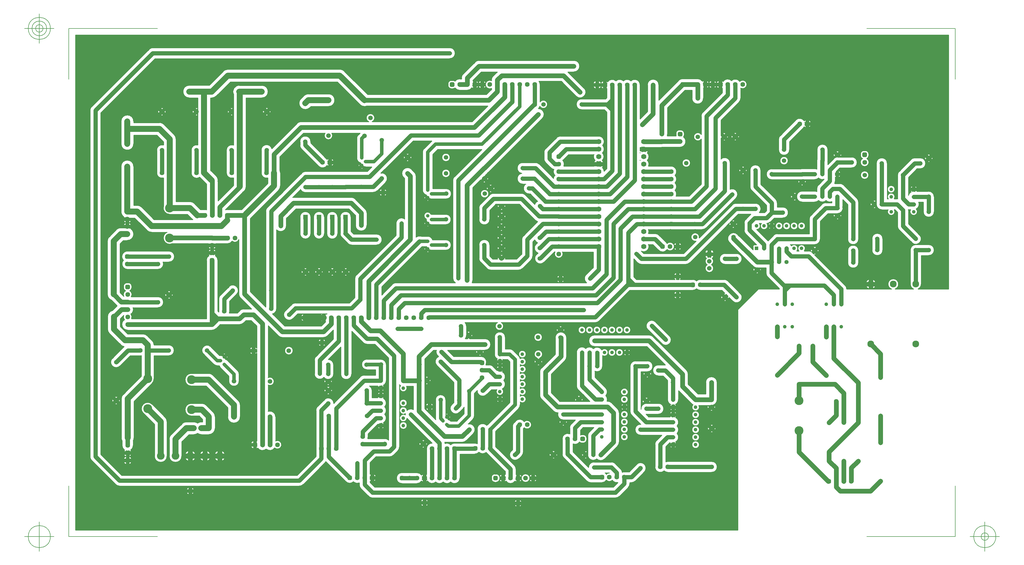
<source format=gbr>
G04 Generated by Ultiboard 13.0 *
%FSLAX33Y33*%
%MOMM*%

%ADD10C,0.001*%
%ADD11C,0.254*%
%ADD12C,1.400*%
%ADD13C,1.600*%
%ADD14C,2.000*%
%ADD15C,1.500*%
%ADD16C,1.250*%
%ADD17C,1.200*%
%ADD18C,0.127*%
%ADD19C,1.000*%
%ADD20C,1.556*%
%ADD21C,1.609*%
%ADD22C,1.500*%
%ADD23C,1.185*%
%ADD24R,0.529X0.529*%
%ADD25C,0.995*%
%ADD26C,3.006*%
%ADD27C,1.422*%
%ADD28C,1.537*%
%ADD29R,1.537X1.537*%
%ADD30C,2.300*%
%ADD31C,1.245*%
%ADD32R,1.500X1.500*%
%ADD33C,1.760*%
%ADD34R,1.245X1.245*%
%ADD35C,2.600*%


G04 ColorRGB 0000FF for the following layer *
%LNCopper Bottom*%
%LPD*%
G54D10*
G36*
X115464Y41899D02*
X115464Y41899D01*
X115464Y49829D01*
X113154Y49829D01*
G75*
D01*
G02X111135Y50064I-1093J-604*
G01*
G74*
D01*
G02X110726Y50362I926J1700*
G01*
X110726Y50362D01*
X110726Y29250D01*
G75*
D01*
G02X110187Y27951I-1836J0*
G01*
X110187Y27951D01*
X108719Y26483D01*
G74*
D01*
G02X107460Y25945I1299J1297*
G01*
G75*
D01*
G02X107420Y25944I-66J1834*
G01*
X107420Y25944D01*
X102830Y25944D01*
X100816Y23930D01*
X100816Y20046D01*
G74*
D01*
G02X101012Y20138I704J1246*
G01*
X101012Y20138D01*
X101012Y19308D01*
X100816Y19308D01*
X100816Y18292D01*
X101012Y18292D01*
X101012Y17462D01*
G74*
D01*
G02X100816Y17554I508J1338*
G01*
X100816Y17554D01*
X100816Y17240D01*
X102390Y15666D01*
X183180Y15666D01*
X184707Y17194D01*
G75*
D01*
G02X182850Y17986I-327J1806*
G01*
G75*
D01*
G02X180830Y17986I-1010J1014*
G01*
G74*
D01*
G02X179300Y17164I1530J1013*
G01*
X179300Y17164D01*
X175521Y17164D01*
G75*
D01*
G02X174222Y17702I-1J1836*
G01*
X174222Y17702D01*
X169066Y22857D01*
X169066Y22857D01*
X166788Y25136D01*
X166399Y25525D01*
G75*
D01*
G02X165861Y26825I1297J1298*
G01*
X165861Y26825D01*
X165861Y32000D01*
G75*
D01*
G02X168401Y33695I1836J-1*
G01*
X168401Y33695D01*
X168401Y35756D01*
G75*
D01*
G02X168939Y37055I1836J1*
G01*
X168939Y37055D01*
X170308Y38424D01*
X166233Y38424D01*
X166200Y38391D01*
X166167Y38424D01*
G75*
D01*
G02X164466Y40864I33J1836*
G01*
X164466Y40864D01*
X164261Y40864D01*
G75*
D01*
G02X162891Y41431I-1J1936*
G01*
X162891Y41431D01*
X158831Y45491D01*
G75*
D01*
G02X158264Y46862I1369J1369*
G01*
X158264Y46862D01*
X158264Y54698D01*
G75*
D01*
G02X158831Y56069I1936J2*
G01*
X158831Y56069D01*
X163494Y60732D01*
X163494Y66270D01*
G74*
D01*
G02X165292Y68201I1936J0*
G01*
X165292Y68201D01*
X165300Y68209D01*
X165307Y68202D01*
G75*
D01*
G02X167366Y66270I124J-1931*
G01*
X167366Y66270D01*
X167366Y59930D01*
G75*
D01*
G02X166798Y58560I-1936J0*
G01*
X166798Y58560D01*
X166788Y58549D01*
X162136Y53898D01*
X162136Y47662D01*
X162941Y46857D01*
X162941Y46857D01*
X165062Y44736D01*
X170244Y44736D01*
G75*
D01*
G02X170244Y45865I1255J565*
G01*
X170244Y45865D01*
X170809Y45300D01*
X170246Y44736D01*
X172754Y44736D01*
X172191Y45300D01*
X172756Y45865D01*
G75*
D01*
G02X172756Y44736I-1256J-564*
G01*
X172756Y44736D01*
X175167Y44736D01*
X173046Y46857D01*
X173046Y46857D01*
X171262Y48642D01*
G75*
D01*
G02X170724Y49942I1297J1298*
G01*
X170724Y49942D01*
X170724Y61290D01*
G75*
D01*
G02X173830Y62616I1836J0*
G01*
G75*
D01*
G02X176430Y62556I1270J-1326*
G01*
G75*
D01*
G02X179283Y62160I1270J-1326*
G01*
G75*
D01*
G02X179536Y60220I897J-870*
G01*
X179536Y60220D01*
X179536Y56600D01*
G75*
D01*
G02X176936Y54931I-1836J0*
G01*
X176936Y54931D01*
X176936Y52900D01*
X180598Y49238D01*
G75*
D01*
G02X180606Y46650I-1297J-1298*
G01*
G75*
D01*
G02X181034Y44756I-1305J-1290*
G01*
X181034Y44756D01*
X181240Y44756D01*
G74*
D01*
G02X182610Y44188I0J1936*
G01*
X182610Y44188D01*
X184588Y42210D01*
G74*
D01*
G02X185156Y40840I1368J1370*
G01*
X185156Y40840D01*
X185156Y30920D01*
G75*
D01*
G02X184588Y29550I-1936J0*
G01*
X184588Y29550D01*
X180269Y25231D01*
G75*
D01*
G02X177555Y25207I-1369J1369*
G01*
G75*
D01*
G02X174524Y26567I-1196J1391*
G01*
X174524Y26567D01*
X174491Y26600D01*
X174524Y26633D01*
X174524Y33029D01*
G75*
D01*
G02X175062Y34328I1836J1*
G01*
X175062Y34328D01*
X176588Y35854D01*
X172930Y35854D01*
X172073Y34997D01*
X172073Y33305D01*
G75*
D01*
G02X172513Y33394I439J-1040*
G01*
X172513Y33394D01*
X173042Y33394D01*
G74*
D01*
G02X174172Y32265I1J1129*
G01*
X174172Y32265D01*
X174172Y31735D01*
G75*
D01*
G02X173042Y30606I-1130J1*
G01*
X173042Y30606D01*
X172513Y30606D01*
G75*
D01*
G02X171725Y30925I-2J1129*
G01*
G75*
D01*
G02X169533Y30305I-1488J1074*
G01*
X169533Y30305D01*
X169533Y27583D01*
X174259Y22857D01*
X174259Y22857D01*
X174804Y22312D01*
G75*
D01*
G02X176640Y24156I1836J8*
G01*
X176640Y24156D01*
X182529Y24156D01*
G75*
D01*
G02X182964Y24104I1J-1836*
G01*
G74*
D01*
G02X183829Y23617I435J1784*
G01*
X183829Y23617D01*
X184589Y22857D01*
X184589Y22857D01*
X185677Y21769D01*
G74*
D01*
G02X186203Y20690I1296J1299*
G01*
G75*
D01*
G02X186920Y20836I717J-1689*
G01*
X186920Y20836D01*
X188540Y20836D01*
X190561Y22857D01*
X190561Y22857D01*
X191102Y23398D01*
G75*
D01*
G02X193698Y20802I1298J-1298*
G01*
X193698Y20802D01*
X190788Y17891D01*
X190788Y17891D01*
X190599Y17703D01*
G74*
D01*
G02X189300Y17164I1299J1296*
G01*
X189300Y17164D01*
X188756Y17164D01*
X188756Y16810D01*
G75*
D01*
G02X188217Y15511I-1836J0*
G01*
X188217Y15511D01*
X185239Y12533D01*
G74*
D01*
G02X183940Y11994I1299J1296*
G01*
X183940Y11994D01*
X101630Y11994D01*
G75*
D01*
G02X101292Y12025I-2J1836*
G01*
G74*
D01*
G02X100332Y12532I339J1804*
G01*
X100332Y12532D01*
X97682Y15182D01*
G75*
D01*
G02X97144Y16482I1297J1298*
G01*
X97144Y16482D01*
X97144Y17105D01*
G75*
D01*
G02X95170Y17474I-705J1694*
G01*
G75*
D01*
G02X92602Y17502I-1270J1326*
G01*
X92602Y17502D01*
X87246Y22857D01*
X87246Y22857D01*
X85825Y24278D01*
G74*
D01*
G02X85597Y24001I1524J1022*
G01*
X85597Y24001D01*
X84454Y22857D01*
X84454Y22857D01*
X78139Y16543D01*
G74*
D01*
G02X77244Y16049I1299J1296*
G01*
G75*
D01*
G02X76839Y16004I-404J1791*
G01*
X76839Y16004D01*
X15941Y16004D01*
G75*
D01*
G02X14642Y16542I-1J1836*
G01*
X14642Y16542D01*
X8326Y22857D01*
X8326Y22857D01*
X6492Y24692D01*
G75*
D01*
G02X5954Y25992I1297J1298*
G01*
X5954Y25992D01*
X5954Y143308D01*
G75*
D01*
G02X6492Y144608I1836J2*
G01*
X6492Y144608D01*
X22788Y160904D01*
X22788Y160904D01*
X25912Y164028D01*
G74*
D01*
G02X26638Y164474I1297J1298*
G01*
G75*
D01*
G02X27210Y164566I574J-1743*
G01*
X27210Y164566D01*
X127770Y164566D01*
G75*
D01*
G02X127770Y160894I0J-1836*
G01*
X127770Y160894D01*
X27970Y160894D01*
X22788Y155711D01*
X22788Y155711D01*
X9934Y142857D01*
X9626Y142550D01*
X9626Y26750D01*
X13519Y22857D01*
X13519Y22857D01*
X16700Y19676D01*
X76080Y19676D01*
X79261Y22857D01*
X79261Y22857D01*
X82464Y26060D01*
X82464Y41668D01*
G75*
D01*
G02X83002Y42968I1836J2*
G01*
X83002Y42968D01*
X85347Y45313D01*
G75*
D01*
G02X88481Y44047I1299J-1296*
G01*
X88481Y44047D01*
X91291Y46857D01*
X91291Y46857D01*
X94788Y50354D01*
X97497Y53063D01*
G75*
D01*
G02X98796Y53601I1298J-1297*
G01*
X98796Y53601D01*
X102624Y53601D01*
X102624Y55470D01*
X99730Y55470D01*
G75*
D01*
G02X99730Y58990I0J1760*
G01*
X99730Y58990D01*
X104400Y58990D01*
G74*
D01*
G02X105172Y58812I1J1760*
G01*
G74*
D01*
G02X106296Y57120I711J1692*
G01*
X106296Y57120D01*
X106296Y51785D01*
G75*
D01*
G02X105748Y50477I-1836J0*
G01*
G74*
D01*
G02X105292Y50139I1308J1287*
G01*
G74*
D01*
G02X105608Y49668I852J913*
G01*
X105608Y49668D01*
X104883Y49668D01*
X104883Y49983D01*
G74*
D01*
G02X104440Y49929I442J1782*
G01*
X104440Y49929D01*
X103997Y49929D01*
X103997Y49668D01*
X103272Y49668D01*
G74*
D01*
G02X103408Y49929I1168J443*
G01*
X103408Y49929D01*
X100622Y49929D01*
G74*
D01*
G02X101481Y48375I976J1554*
G01*
X101481Y48375D01*
X101481Y45981D01*
X103408Y45981D01*
G74*
D01*
G02X103272Y46242I1032J704*
G01*
X103272Y46242D01*
X103997Y46242D01*
X103997Y45981D01*
X104440Y45981D01*
G74*
D01*
G02X104883Y45927I1J1836*
G01*
X104883Y45927D01*
X104883Y46242D01*
X105608Y46242D01*
G74*
D01*
G02X105292Y45771I1168J442*
G01*
G75*
D01*
G02X105766Y42875I-851J-1626*
G01*
G75*
D01*
G02X105766Y40335I-1326J-1270*
G01*
G75*
D01*
G02X105292Y37439I-1326J-1270*
G01*
G74*
D01*
G02X105608Y36968I852J913*
G01*
X105608Y36968D01*
X104883Y36968D01*
X104883Y37283D01*
G74*
D01*
G02X104440Y37229I442J1782*
G01*
X104440Y37229D01*
X103997Y37229D01*
X103997Y36968D01*
X103404Y36968D01*
X100136Y33700D01*
X100136Y32800D01*
G75*
D01*
G02X99995Y32096I-1836J2*
G01*
X99995Y32096D01*
X105760Y32096D01*
G74*
D01*
G02X107054Y31562I0J1836*
G01*
X107054Y31562D01*
X107054Y59410D01*
X102350Y64114D01*
X99730Y64114D01*
G75*
D01*
G02X99404Y64143I-1J1836*
G01*
G74*
D01*
G02X98432Y64652I327J1807*
G01*
X98432Y64652D01*
X94788Y68296D01*
X94556Y68528D01*
X94556Y53980D01*
G75*
D01*
G02X90884Y53980I-1836J0*
G01*
X90884Y53980D01*
X90884Y63178D01*
X86642Y58935D01*
G74*
D01*
G02X88436Y57100I41J1835*
G01*
X88436Y57100D01*
X88436Y54000D01*
G75*
D01*
G02X85165Y52855I-1836J0*
G01*
G75*
D01*
G02X81944Y54060I-1386J1203*
G01*
X81944Y54060D01*
X81944Y58668D01*
G75*
D01*
G02X82482Y59968I1836J2*
G01*
X82482Y59968D01*
X88344Y65830D01*
X88344Y68876D01*
X86400Y66932D01*
G74*
D01*
G02X85030Y66364I1370J1368*
G01*
X85030Y66364D01*
X71100Y66364D01*
G75*
D01*
G02X69731Y66931I0J1936*
G01*
X69731Y66931D01*
X66276Y70385D01*
X66276Y52759D01*
G75*
D01*
G02X66276Y50241I624J-1259*
G01*
X66276Y50241D01*
X66276Y41320D01*
G75*
D01*
G02X68816Y39480I604J-1839*
G01*
X68816Y39480D01*
X68816Y31298D01*
G75*
D01*
G02X68485Y28916I603J-1298*
G01*
G75*
D01*
G02X65610Y28538I-1605J1083*
G01*
G75*
D01*
G02X62776Y28858I-1270J1461*
G01*
G74*
D01*
G02X62294Y28629I712J876*
G01*
X62294Y28629D01*
X62294Y29506D01*
X62468Y29506D01*
G75*
D01*
G02X62404Y30000I1872J494*
G01*
X62404Y30000D01*
X62404Y30494D01*
X62294Y30494D01*
X62294Y31371D01*
G74*
D01*
G02X62404Y31342I232J1105*
G01*
X62404Y31342D01*
X62404Y61031D01*
G74*
D01*
G02X61798Y60586I1104J868*
G01*
X61798Y60586D01*
X61798Y61402D01*
X62404Y61402D01*
X62404Y62398D01*
X61798Y62398D01*
X61798Y63214D01*
G74*
D01*
G02X62404Y62769I498J1314*
G01*
X62404Y62769D01*
X62404Y70258D01*
X61804Y70857D01*
X60498Y72164D01*
X58812Y72164D01*
X57980Y71332D01*
G74*
D01*
G02X56610Y70764I1370J1368*
G01*
X56610Y70764D01*
X50002Y70764D01*
X48670Y69432D01*
G74*
D01*
G02X47579Y68884I1370J1368*
G01*
G75*
D01*
G02X47299Y68864I-278J1916*
G01*
X47299Y68864D01*
X46801Y68864D01*
G75*
D01*
G02X46799Y68864I-1J1936*
G01*
X46799Y68864D01*
X18700Y68864D01*
G75*
D01*
G02X17616Y72405I-1J1936*
G01*
G75*
D01*
G02X17379Y73890I1084J934*
G01*
X17379Y73890D01*
X16187Y72699D01*
X16187Y70075D01*
X18725Y67537D01*
X23890Y67537D01*
G74*
D01*
G02X25403Y66910I1J2137*
G01*
X25403Y66910D01*
X27010Y65303D01*
G74*
D01*
G02X27637Y63836I1510J1513*
G01*
X27637Y63836D01*
X32600Y63836D01*
G75*
D01*
G02X32600Y60164I0J-1836*
G01*
X32600Y60164D01*
X27622Y60164D01*
X27622Y52375D01*
G75*
D01*
G02X26995Y50862I-2137J-1*
G01*
X26995Y50862D01*
X22788Y46655D01*
X20837Y44705D01*
X20837Y32320D01*
G75*
D01*
G02X20586Y31315I-2137J0*
G01*
X20586Y31315D01*
X20586Y29780D01*
G75*
D01*
G02X19750Y28213I-1886J0*
G01*
G74*
D01*
G02X20038Y27748I1050J972*
G01*
X20038Y27748D01*
X19208Y27748D01*
X19208Y27964D01*
G75*
D01*
G02X18192Y27964I-508J1815*
G01*
X18192Y27964D01*
X18192Y27748D01*
X17362Y27748D01*
G74*
D01*
G02X17650Y28213I1338J507*
G01*
G75*
D01*
G02X16814Y29780I1050J1567*
G01*
X16814Y29780D01*
X16814Y31315D01*
G75*
D01*
G02X16563Y32320I1886J1005*
G01*
X16563Y32320D01*
X16563Y45588D01*
G75*
D01*
G02X17189Y47101I2137J2*
G01*
X17189Y47101D01*
X22802Y52714D01*
X23348Y53260D01*
X23348Y60206D01*
G74*
D01*
G02X22960Y60164I390J1793*
G01*
X22960Y60164D01*
X19560Y60164D01*
X16098Y56702D01*
G75*
D01*
G02X13502Y59298I-1298J1298*
G01*
X13502Y59298D01*
X17495Y63291D01*
G74*
D01*
G02X16329Y63889I345J2109*
G01*
X16329Y63889D01*
X12539Y67679D01*
G75*
D01*
G02X11913Y69191I1510J1511*
G01*
X11913Y69191D01*
X11913Y73430D01*
G74*
D01*
G02X13509Y75498I2137J1*
G01*
X13509Y75498D01*
X15132Y77120D01*
X13241Y79011D01*
G75*
D01*
G02X11833Y81020I729J2009*
G01*
X11833Y81020D01*
X11833Y99017D01*
G75*
D01*
G02X12459Y100531I2137J3*
G01*
X12459Y100531D01*
X14839Y102911D01*
G74*
D01*
G02X16159Y103529I1511J1509*
G01*
G75*
D01*
G02X16350Y103537I185J-2129*
G01*
X16350Y103537D01*
X18412Y103537D01*
G75*
D01*
G02X18772Y103530I188J402*
G01*
G74*
D01*
G02X19261Y103432I172J2129*
G01*
X19261Y103432D01*
X19938Y103432D01*
G74*
D01*
G02X19804Y103166I1338J507*
G01*
G75*
D01*
G02X18600Y99263I-1203J-1766*
G01*
X18600Y99263D01*
X17235Y99263D01*
X16107Y98135D01*
X16107Y81621D01*
X17372Y80356D01*
X17402Y80356D01*
G75*
D01*
G02X17984Y82200I1297J604*
G01*
G75*
D01*
G02X17306Y83235I450J1034*
G01*
X17306Y83235D01*
X17306Y83765D01*
G75*
D01*
G02X18435Y84894I1129J0*
G01*
X18435Y84894D01*
X18965Y84894D01*
G74*
D01*
G02X20094Y83765I0J1129*
G01*
X20094Y83765D01*
X20094Y83235D01*
G75*
D01*
G02X19416Y82200I-1129J0*
G01*
G75*
D01*
G02X19884Y80156I-715J-1239*
G01*
X19884Y80156D01*
X28980Y80156D01*
G75*
D01*
G02X28980Y76484I0J-1836*
G01*
X28980Y76484D01*
X20540Y76484D01*
G75*
D01*
G02X19784Y74275I-1839J-604*
G01*
G75*
D01*
G02X19998Y72736I-1083J-935*
G01*
X19998Y72736D01*
X45364Y72736D01*
X45364Y74528D01*
G75*
D01*
G02X45364Y74532I1936J2*
G01*
X45364Y74532D01*
X45364Y92500D01*
G74*
D01*
G02X46216Y94105I1936J1*
G01*
G74*
D01*
G02X45962Y94532I1084J934*
G01*
X45962Y94532D01*
X46792Y94532D01*
X46792Y94369D01*
G75*
D01*
G02X47808Y94369I508J-1868*
G01*
X47808Y94369D01*
X47808Y94532D01*
X48638Y94532D01*
G74*
D01*
G02X48384Y94105I1338J507*
G01*
G74*
D01*
G02X49236Y92500I1084J1604*
G01*
X49236Y92500D01*
X49236Y75332D01*
X49582Y74987D01*
G75*
D01*
G02X49564Y75240I1817J256*
G01*
X49564Y75240D01*
X49564Y79399D01*
G75*
D01*
G02X50102Y80698I1836J1*
G01*
X50102Y80698D01*
X53002Y83598D01*
G75*
D01*
G02X55598Y81002I1298J-1298*
G01*
X55598Y81002D01*
X53236Y78640D01*
X53236Y75240D01*
G75*
D01*
G02X53134Y74636I-1836J-1*
G01*
X53134Y74636D01*
X55808Y74636D01*
X56641Y75469D01*
G75*
D01*
G02X58011Y76036I1369J-1369*
G01*
X58011Y76036D01*
X60625Y76036D01*
X56911Y79751D01*
G75*
D01*
G02X56344Y81121I1369J1369*
G01*
X56344Y81121D01*
X56344Y99509D01*
G75*
D01*
G02X54105Y99016I-1304J590*
G01*
G74*
D01*
G02X52500Y98164I1604J1084*
G01*
X52500Y98164D01*
X48607Y98164D01*
G74*
D01*
G02X48638Y98088I1309J578*
G01*
X48638Y98088D01*
X47808Y98088D01*
X47808Y98164D01*
X47320Y98164D01*
G75*
D01*
G02X47042Y98184I0J1936*
G01*
X47042Y98184D01*
X46792Y98184D01*
X46792Y98088D01*
X45962Y98088D01*
G74*
D01*
G02X46002Y98184I1340J502*
G01*
X46002Y98184D01*
X33830Y98184D01*
G75*
D01*
G02X32005Y102033I-913J1924*
G01*
X32005Y102033D01*
X26781Y102033D01*
G75*
D01*
G02X25269Y102659I-1J2137*
G01*
X25269Y102659D01*
X22788Y105140D01*
X22788Y105140D01*
X21045Y106883D01*
X18788Y106883D01*
G75*
D01*
G02X18428Y106890I-188J-402*
G01*
G74*
D01*
G02X17939Y106988I172J2129*
G01*
X17939Y106988D01*
X17262Y106988D01*
G74*
D01*
G02X17396Y107254I1338J507*
G01*
G75*
D01*
G02X16463Y109020I1204J1766*
G01*
X16463Y109020D01*
X16463Y124320D01*
G75*
D01*
G02X20737Y124320I2137J0*
G01*
X20737Y124320D01*
X20737Y111157D01*
X21930Y111157D01*
G74*
D01*
G02X23443Y110530I1J2137*
G01*
X23443Y110530D01*
X27665Y106307D01*
X40740Y106307D01*
X38925Y108123D01*
X32900Y108123D01*
G75*
D01*
G02X30823Y110763I0J2137*
G01*
X30823Y110763D01*
X30823Y120423D01*
G75*
D01*
G02X28524Y122200I-463J1777*
G01*
X28524Y122200D01*
X28524Y129840D01*
G75*
D01*
G02X30823Y131617I1836J0*
G01*
X30823Y131617D01*
X30823Y132705D01*
X28585Y134943D01*
X20737Y134943D01*
X20737Y132000D01*
G75*
D01*
G02X16463Y132000I-2137J0*
G01*
X16463Y132000D01*
X16463Y139620D01*
G75*
D01*
G02X20737Y139620I2137J0*
G01*
X20737Y139620D01*
X20737Y139217D01*
X29469Y139217D01*
G75*
D01*
G02X29871Y139179I1J-2137*
G01*
G74*
D01*
G02X30983Y138590I399J2098*
G01*
X30983Y138590D01*
X34470Y135103D01*
G74*
D01*
G02X35097Y133590I1510J1512*
G01*
X35097Y133590D01*
X35097Y112397D01*
X39809Y112397D01*
G75*
D01*
G02X40196Y112362I2J-2137*
G01*
G74*
D01*
G02X41323Y111770I385J2102*
G01*
X41323Y111770D01*
X43356Y109736D01*
X44800Y109736D01*
G74*
D01*
G02X45404Y109640I2J1936*
G01*
X45404Y109640D01*
X45404Y118374D01*
X44920Y118857D01*
X44920Y118857D01*
X43094Y120683D01*
G75*
D01*
G02X40224Y122200I-1035J1515*
G01*
X40224Y122200D01*
X40224Y129840D01*
G75*
D01*
G02X42463Y131631I1836J0*
G01*
X42463Y131631D01*
X42463Y141603D01*
G75*
D01*
G02X41435Y141644I-463J1297*
G01*
X41435Y141644D01*
X42000Y142209D01*
X42463Y141747D01*
X42463Y144053D01*
X42000Y143591D01*
X41435Y144156D01*
G75*
D01*
G02X42463Y144197I565J-1256*
G01*
X42463Y144197D01*
X42463Y147582D01*
X39581Y147582D01*
G75*
D01*
G02X39581Y151857I0J2137*
G01*
X39581Y151857D01*
X46315Y151857D01*
X46788Y152329D01*
X46788Y152329D01*
X51100Y156641D01*
G74*
D01*
G02X51614Y157020I1510J1510*
G01*
G75*
D01*
G02X52611Y157267I997J-1889*
G01*
X52611Y157267D01*
X90569Y157267D01*
G75*
D01*
G02X91120Y157195I1J-2137*
G01*
G74*
D01*
G02X92083Y156640I548J2064*
G01*
X92083Y156640D01*
X94788Y153935D01*
X94788Y153935D01*
X99986Y148736D01*
X140178Y148736D01*
X141904Y150462D01*
X141904Y150802D01*
G75*
D01*
G02X140030Y151440I-604J1297*
G01*
G74*
D01*
G02X139268Y150762I1270J660*
G01*
X139268Y150762D01*
X139268Y151592D01*
X139962Y151592D01*
G75*
D01*
G02X139962Y152608I1338J508*
G01*
X139962Y152608D01*
X139268Y152608D01*
X139268Y153438D01*
G74*
D01*
G02X140030Y152760I508J1338*
G01*
G75*
D01*
G02X141904Y153398I1270J-659*
G01*
X141904Y153398D01*
X141904Y153618D01*
G75*
D01*
G02X142471Y154989I1936J2*
G01*
X142471Y154989D01*
X143885Y156404D01*
X138492Y156404D01*
X135616Y153528D01*
X135616Y153398D01*
G74*
D01*
G02X135712Y153438I598J1300*
G01*
X135712Y153438D01*
X135712Y152608D01*
X135616Y152608D01*
X135616Y152100D01*
G75*
D01*
G02X135549Y151592I-1936J-3*
G01*
X135549Y151592D01*
X135712Y151592D01*
X135712Y150762D01*
G74*
D01*
G02X135285Y151016I507J1338*
G01*
G74*
D01*
G02X133680Y150164I1604J1084*
G01*
X133680Y150164D01*
X131140Y150164D01*
G75*
D01*
G02X129576Y150958I-1J1936*
G01*
G74*
D01*
G02X128865Y150706I711J877*
G01*
X128865Y150706D01*
X128335Y150706D01*
G75*
D01*
G02X127206Y151835I0J1129*
G01*
X127206Y151835D01*
X127206Y152365D01*
G75*
D01*
G02X128335Y153494I1129J0*
G01*
X128335Y153494D01*
X128865Y153494D01*
G74*
D01*
G02X129576Y153242I0J1129*
G01*
G75*
D01*
G02X131140Y154036I1563J-1142*
G01*
X131140Y154036D01*
X131744Y154036D01*
X131744Y154328D01*
G75*
D01*
G02X132311Y155699I1936J2*
G01*
X132311Y155699D01*
X136321Y159709D01*
G75*
D01*
G02X137691Y160276I1369J-1369*
G01*
X137691Y160276D01*
X169820Y160276D01*
G75*
D01*
G02X169820Y156404I0J-1936*
G01*
X169820Y156404D01*
X167785Y156404D01*
X173279Y150909D01*
G75*
D01*
G02X170541Y148171I-1369J-1369*
G01*
X170541Y148171D01*
X165508Y153204D01*
X158007Y153204D01*
G74*
D01*
G02X158376Y152100I1467J1104*
G01*
X158376Y152100D01*
X158376Y146195D01*
G75*
D01*
G02X158299Y144726I1123J-795*
G01*
G74*
D01*
G02X157827Y143941I1759J523*
G01*
G75*
D01*
G02X159154Y140636I-41J-1936*
G01*
X159154Y140636D01*
X140949Y122431D01*
G74*
D01*
G02X140581Y122142I1371J1367*
G01*
X140581Y122142D01*
X139942Y121504D01*
G74*
D01*
G02X140065Y121456I438J1304*
G01*
X140065Y121456D01*
X139500Y120891D01*
X139414Y120976D01*
X138724Y120286D01*
X138809Y120200D01*
X138244Y119635D01*
G74*
D01*
G02X138196Y119758I1257J562*
G01*
X138196Y119758D01*
X135586Y117148D01*
X135586Y85800D01*
G75*
D01*
G02X135373Y84916I-1936J-1*
G01*
X135373Y84916D01*
X164731Y84916D01*
G74*
D01*
G02X164012Y85682I569J1254*
G01*
X164012Y85682D01*
X164812Y85682D01*
X164812Y84916D01*
X165788Y84916D01*
X165788Y85682D01*
X166588Y85682D01*
G74*
D01*
G02X165869Y84916I1288J488*
G01*
X165869Y84916D01*
X174129Y84916D01*
G75*
D01*
G02X173952Y87668I1120J1454*
G01*
X173952Y87668D01*
X176389Y90105D01*
X176389Y95364D01*
X165957Y95364D01*
G75*
D01*
G02X163454Y95384I-1257J-684*
G01*
X163454Y95384D01*
X163230Y95384D01*
X162704Y94857D01*
X162704Y94857D01*
X159718Y91872D01*
G75*
D01*
G02X157122Y94468I-1298J1298*
G01*
X157122Y94468D01*
X157511Y94857D01*
X157640Y94987D01*
G75*
D01*
G02X157002Y97998I659J1713*
G01*
X157002Y97998D01*
X157494Y98491D01*
G74*
D01*
G02X156570Y99483I786J1658*
G01*
X156570Y99483D01*
X155856Y98770D01*
X155856Y93930D01*
G75*
D01*
G02X155317Y92631I-1836J0*
G01*
X155317Y92631D01*
X152469Y89783D01*
G74*
D01*
G02X151734Y89333I1299J1296*
G01*
G75*
D01*
G02X151169Y89244I-565J1746*
G01*
X151169Y89244D01*
X141620Y89244D01*
G75*
D01*
G02X141243Y89283I-1J1836*
G01*
G74*
D01*
G02X140322Y89782I378J1797*
G01*
X140322Y89782D01*
X138202Y91902D01*
G75*
D01*
G02X137664Y93202I1297J1298*
G01*
X137664Y93202D01*
X137664Y97700D01*
G75*
D01*
G02X141336Y97700I1836J0*
G01*
X141336Y97700D01*
X141336Y93960D01*
X142380Y92916D01*
X143935Y92916D01*
G75*
D01*
G02X144044Y93665I1365J184*
G01*
X144044Y93665D01*
X144609Y93100D01*
X144425Y92916D01*
X144889Y92916D01*
G75*
D01*
G02X145711Y92916I411J183*
G01*
X145711Y92916D01*
X146175Y92916D01*
X145991Y93100D01*
X146556Y93665D01*
G75*
D01*
G02X146665Y92916I-1256J-565*
G01*
X146665Y92916D01*
X150410Y92916D01*
X152184Y94690D01*
X152184Y99528D01*
G75*
D01*
G02X152722Y100828I1836J2*
G01*
X152722Y100828D01*
X157537Y105644D01*
G74*
D01*
G02X156757Y106107I518J1760*
G01*
X156757Y106107D01*
X151310Y111554D01*
X143390Y111554D01*
X141336Y109500D01*
X141336Y106400D01*
G75*
D01*
G02X137664Y106400I-1836J0*
G01*
X137664Y106400D01*
X137664Y110258D01*
G75*
D01*
G02X138202Y111558I1836J2*
G01*
X138202Y111558D01*
X141332Y114688D01*
G75*
D01*
G02X142631Y115226I1298J-1297*
G01*
X142631Y115226D01*
X152070Y115226D01*
G74*
D01*
G02X153369Y114687I0J1836*
G01*
X153369Y114687D01*
X156575Y111481D01*
G74*
D01*
G02X157529Y112554I1740J586*
G01*
X157529Y112554D01*
X155020Y115064D01*
X154600Y115064D01*
G75*
D01*
G02X153493Y118364I1J1836*
G01*
X153493Y118364D01*
X152500Y118364D01*
G75*
D01*
G02X152139Y122000I1J1836*
G01*
G75*
D01*
G02X152500Y125636I351J1801*
G01*
X152500Y125636D01*
X156849Y125636D01*
G75*
D01*
G02X157345Y125568I1J-1836*
G01*
G74*
D01*
G02X158149Y125097I495J1767*
G01*
X158149Y125097D01*
X162906Y120341D01*
G74*
D01*
G02X163394Y121330I1814J280*
G01*
G75*
D01*
G02X163044Y123348I1326J1269*
G01*
G74*
D01*
G02X162042Y123862I297J1812*
G01*
X162042Y123862D01*
X160232Y125672D01*
G75*
D01*
G02X159694Y126972I1297J1298*
G01*
X159694Y126972D01*
X159694Y129088D01*
G75*
D01*
G02X160232Y130388I1836J2*
G01*
X160232Y130388D01*
X163902Y134058D01*
G74*
D01*
G02X164540Y134473I1298J1297*
G01*
G75*
D01*
G02X165200Y134596I661J-1712*
G01*
X165200Y134596D01*
X178225Y134596D01*
G75*
D01*
G02X179551Y131490I0J-1836*
G01*
G75*
D01*
G02X179495Y128894I-1326J-1270*
G01*
G75*
D01*
G02X179439Y126410I-1269J-1214*
G01*
G74*
D01*
G02X179868Y125763I1213J1270*
G01*
X179868Y125763D01*
X178848Y125763D01*
X178848Y126037D01*
G75*
D01*
G02X177602Y126037I-623J1643*
G01*
X177602Y126037D01*
X177602Y125763D01*
X176582Y125763D01*
G74*
D01*
G02X177011Y126410I1643J623*
G01*
G75*
D01*
G02X176615Y128384I1213J1270*
G01*
X176615Y128384D01*
X167980Y128384D01*
X166788Y127191D01*
X166026Y126430D01*
G75*
D01*
G02X166387Y124436I-1326J-1270*
G01*
X166387Y124436D01*
X176615Y124436D01*
G74*
D01*
G02X176582Y124517I1610J703*
G01*
X176582Y124517D01*
X177602Y124517D01*
X177602Y124436D01*
X178225Y124436D01*
G74*
D01*
G02X178848Y124327I0J1836*
G01*
X178848Y124327D01*
X178848Y124517D01*
X179868Y124517D01*
G74*
D01*
G02X179495Y123926I1643J624*
G01*
G74*
D01*
G02X180057Y122723I1270J1326*
G01*
X180057Y122723D01*
X180944Y123610D01*
X180944Y142750D01*
X180130Y143564D01*
X172500Y143564D01*
G75*
D01*
G02X172500Y147236I0J1836*
G01*
X172500Y147236D01*
X180570Y147236D01*
X180944Y147610D01*
X180944Y150754D01*
G74*
D01*
G02X180748Y150662I704J1246*
G01*
X180748Y150662D01*
X180748Y151492D01*
X180944Y151492D01*
X180944Y152000D01*
G74*
D01*
G02X181016Y152508I1836J1*
G01*
X181016Y152508D01*
X180748Y152508D01*
X180748Y153338D01*
G74*
D01*
G02X181250Y153014I508J1338*
G01*
G75*
D01*
G02X184050Y153326I1530J-1013*
G01*
G75*
D01*
G02X186590Y153326I1270J-1326*
G01*
G75*
D01*
G02X189130Y153326I1270J-1326*
G01*
G75*
D01*
G02X192236Y152000I1270J-1326*
G01*
X192236Y152000D01*
X192236Y140494D01*
X194599Y142857D01*
X194724Y142982D01*
X194724Y151940D01*
G75*
D01*
G02X198596Y151940I1936J0*
G01*
X198596Y151940D01*
X198596Y146800D01*
X205296Y153499D01*
G74*
D01*
G02X206241Y154019I1369J1369*
G01*
G75*
D01*
G02X206665Y154066I424J-1889*
G01*
X206665Y154066D01*
X211745Y154066D01*
G74*
D01*
G02X213350Y153214I1J1936*
G01*
G74*
D01*
G02X213777Y153468I934J1084*
G01*
X213777Y153468D01*
X213777Y152638D01*
X213614Y152638D01*
G74*
D01*
G02X213681Y152130I1869J505*
G01*
X213681Y152130D01*
X213681Y151622D01*
X213777Y151622D01*
X213777Y150792D01*
G74*
D01*
G02X213681Y150832I502J1340*
G01*
X213681Y150832D01*
X213681Y147455D01*
G75*
D01*
G02X209809Y147455I-1936J0*
G01*
X209809Y147455D01*
X209809Y150194D01*
X207467Y150194D01*
X201536Y144263D01*
X201536Y135340D01*
G75*
D01*
G02X201440Y134736I-1936J-2*
G01*
X201440Y134736D01*
X204446Y134736D01*
G75*
D01*
G02X204406Y135035I1089J298*
G01*
X204406Y135035D01*
X204406Y135565D01*
G75*
D01*
G02X205535Y136694I1129J0*
G01*
X205535Y136694D01*
X206065Y136694D01*
G74*
D01*
G02X207194Y135565I0J1129*
G01*
X207194Y135565D01*
X207194Y135035D01*
G75*
D01*
G02X206947Y134330I-1129J0*
G01*
G75*
D01*
G02X205760Y130864I-1186J-1530*
G01*
X205760Y130864D01*
X199952Y130864D01*
G74*
D01*
G02X199560Y130824I392J1896*
G01*
X199560Y130824D01*
X193465Y130824D01*
G75*
D01*
G02X192842Y130927I0J1936*
G01*
X192842Y130927D01*
X192842Y130843D01*
X192236Y130843D01*
X192236Y129597D01*
X192842Y129597D01*
X192842Y129323D01*
G75*
D01*
G02X194088Y129323I623J-1643*
G01*
X194088Y129323D01*
X194088Y129597D01*
X195108Y129597D01*
G74*
D01*
G02X194679Y128950I1643J623*
G01*
G75*
D01*
G02X194679Y126410I-1213J-1270*
G01*
G75*
D01*
G02X195075Y124436I-1213J-1270*
G01*
X195075Y124436D01*
X202755Y124436D01*
G75*
D01*
G02X204081Y121330I0J-1836*
G01*
G75*
D01*
G02X204081Y118790I-1326J-1270*
G01*
G75*
D01*
G02X204081Y116250I-1326J-1270*
G01*
G75*
D01*
G02X204440Y114251I-1326J-1270*
G01*
X204440Y114251D01*
X208825Y114251D01*
X212934Y118360D01*
X212934Y133619D01*
G75*
D01*
G02X212934Y135181I-1133J781*
G01*
X212934Y135181D01*
X212934Y141414D01*
G75*
D01*
G02X213472Y142713I1836J1*
G01*
X213472Y142713D01*
X220069Y149310D01*
X220069Y150884D01*
G74*
D01*
G02X219873Y150792I704J1246*
G01*
X219873Y150792D01*
X219873Y151622D01*
X220069Y151622D01*
X220069Y152130D01*
G74*
D01*
G02X220141Y152638I1836J1*
G01*
X220141Y152638D01*
X219873Y152638D01*
X219873Y153468D01*
G74*
D01*
G02X220375Y153144I508J1338*
G01*
G75*
D01*
G02X223205Y153426I1530J-1013*
G01*
G75*
D01*
G02X225981Y153150I1270J-1326*
G01*
G75*
D01*
G02X226311Y150867I1003J-1020*
G01*
X226311Y150867D01*
X226311Y147440D01*
G75*
D01*
G02X225772Y146141I-1836J0*
G01*
X225772Y146141D01*
X219626Y139995D01*
X219626Y134799D01*
X220044Y134380D01*
X219626Y133961D01*
X219626Y126822D01*
G75*
D01*
G02X222736Y125500I1275J-1320*
G01*
X222736Y125500D01*
X222736Y116614D01*
G75*
D01*
G02X224718Y113612I683J-1704*
G01*
X224718Y113612D01*
X214788Y103681D01*
X214609Y103503D01*
G74*
D01*
G02X213310Y102964I1299J1296*
G01*
X213310Y102964D01*
X210930Y102964D01*
G74*
D01*
G02X210795Y102959I135J1830*
G01*
X210795Y102959D01*
X202780Y102959D01*
G75*
D01*
G02X202478Y102984I0J1836*
G01*
X202478Y102984D01*
X195075Y102984D01*
G75*
D01*
G02X195075Y101576I-1610J-704*
G01*
X195075Y101576D01*
X197330Y101576D01*
G74*
D01*
G02X198629Y101037I0J1836*
G01*
X198629Y101037D01*
X201163Y98503D01*
G74*
D01*
G02X201395Y98219I1298J1297*
G01*
G75*
D01*
G02X203675Y97865I1010J-1014*
G01*
G74*
D01*
G02X204437Y98543I1270J660*
G01*
X204437Y98543D01*
X204437Y97713D01*
X203743Y97713D01*
G75*
D01*
G02X203743Y96697I-1338J-508*
G01*
X203743Y96697D01*
X204437Y96697D01*
X204437Y95867D01*
G74*
D01*
G02X203675Y96545I508J1338*
G01*
G75*
D01*
G02X201395Y96191I-1270J660*
G01*
G75*
D01*
G02X198567Y95907I-1530J1013*
G01*
X198567Y95907D01*
X196570Y97904D01*
X195075Y97904D01*
G75*
D01*
G02X192676Y95630I-1610J-704*
G01*
X192676Y95630D01*
X193465Y94841D01*
X206975Y94841D01*
X206991Y94857D01*
X211187Y99053D01*
G75*
D01*
G02X212247Y100113I-287J1347*
G01*
X212247Y100113D01*
X214788Y102654D01*
X223432Y111298D01*
G74*
D01*
G02X224531Y111825I1298J1297*
G01*
G75*
D01*
G02X224730Y111836I201J-1824*
G01*
X224730Y111836D01*
X231300Y111836D01*
G75*
D01*
G02X232602Y108706I0J-1836*
G01*
X232602Y108706D01*
X234340Y108706D01*
X235024Y109390D01*
X235024Y111190D01*
X230002Y116212D01*
G75*
D01*
G02X229464Y117512I1297J1298*
G01*
X229464Y117512D01*
X229464Y123000D01*
G75*
D01*
G02X233136Y123000I1836J0*
G01*
X233136Y123000D01*
X233136Y118270D01*
X238157Y113249D01*
G74*
D01*
G02X238696Y111950I1296J1299*
G01*
X238696Y111950D01*
X238696Y110546D01*
X240590Y110546D01*
G75*
D01*
G02X240590Y106874I0J-1836*
G01*
X240590Y106874D01*
X237700Y106874D01*
X236399Y105573D01*
G74*
D01*
G02X235578Y105098I1298J1297*
G01*
G74*
D01*
G02X235151Y105035I479J1771*
G01*
G75*
D01*
G02X233328Y105034I-911J-854*
G01*
X233328Y105034D01*
X232612Y105034D01*
G75*
D01*
G02X231735Y102931I-911J-854*
G01*
X231735Y102931D01*
X235537Y99129D01*
G74*
D01*
G02X235540Y99126I1296J1299*
G01*
X235540Y99126D01*
X237412Y100998D01*
G75*
D01*
G02X238711Y101536I1298J-1297*
G01*
X238711Y101536D01*
X249564Y101536D01*
X249564Y106498D01*
G75*
D01*
G02X250102Y107798I1836J2*
G01*
X250102Y107798D01*
X253802Y111498D01*
G75*
D01*
G02X255102Y112036I1298J-1297*
G01*
X255102Y112036D01*
X257197Y112036D01*
X257197Y112431D01*
G75*
D01*
G02X255223Y112800I-705J1694*
G01*
G75*
D01*
G02X252683Y112800I-1270J1326*
G01*
G74*
D01*
G02X251413Y112290I1270J1326*
G01*
X251413Y112290D01*
X247126Y112290D01*
G75*
D01*
G02X247126Y115962I0J1836*
G01*
X247126Y115962D01*
X251413Y115962D01*
G74*
D01*
G02X252117Y115821I2J1836*
G01*
X252117Y115821D01*
X252117Y116810D01*
G75*
D01*
G02X252654Y118111I1836J4*
G01*
X252654Y118111D01*
X253401Y118857D01*
X254556Y120012D01*
G75*
D01*
G02X252683Y120420I-603J1733*
G01*
G74*
D01*
G02X251413Y119910I1270J1326*
G01*
X251413Y119910D01*
X247508Y119910D01*
G74*
D01*
G02X247100Y119864I408J1789*
G01*
X247100Y119864D01*
X236870Y119864D01*
G75*
D01*
G02X236870Y123536I0J1836*
G01*
X236870Y123536D01*
X246738Y123536D01*
G75*
D01*
G02X247146Y123582I408J-1789*
G01*
X247146Y123582D01*
X251413Y123582D01*
G74*
D01*
G02X252117Y123441I2J1836*
G01*
X252117Y123441D01*
X252117Y126253D01*
G74*
D01*
G02X252164Y126667I1836J1*
G01*
X252164Y126667D01*
X252164Y130000D01*
G75*
D01*
G02X255836Y130000I1836J0*
G01*
X255836Y130000D01*
X255836Y126300D01*
G75*
D01*
G02X255788Y125886I-1836J3*
G01*
X255788Y125886D01*
X255788Y124985D01*
X257802Y126998D01*
G74*
D01*
G02X258541Y127449I1298J1297*
G01*
G75*
D01*
G02X259100Y127536I558J-1749*
G01*
X259100Y127536D01*
X263900Y127536D01*
G75*
D01*
G02X263900Y123864I0J-1836*
G01*
X263900Y123864D01*
X259860Y123864D01*
X258590Y122593D01*
X258590Y122189D01*
X258328Y122189D01*
X258328Y121303D01*
X258590Y121303D01*
X258590Y120578D01*
G74*
D01*
G02X258328Y120714I440J1169*
G01*
X258328Y120714D01*
X258328Y119353D01*
G75*
D01*
G02X258147Y118556I-1835J-2*
G01*
X258147Y118556D01*
X259880Y118556D01*
G74*
D01*
G02X261179Y118017I0J1836*
G01*
X261179Y118017D01*
X262788Y116409D01*
X262788Y116409D01*
X265697Y113499D01*
G74*
D01*
G02X266236Y112200I1296J1299*
G01*
X266236Y112200D01*
X266236Y99700D01*
G75*
D01*
G02X262564Y99700I-1836J0*
G01*
X262564Y99700D01*
X262564Y111440D01*
X260868Y113135D01*
X260868Y110693D01*
G75*
D01*
G02X259100Y108364I-1767J-494*
G01*
X259100Y108364D01*
X255860Y108364D01*
X253236Y105740D01*
X253236Y99700D01*
G75*
D01*
G02X251400Y97864I-1836J0*
G01*
X251400Y97864D01*
X243152Y97864D01*
G74*
D01*
G02X243486Y97412I1291J1304*
G01*
G75*
D01*
G02X245312Y95706I913J-853*
G01*
X245312Y95706D01*
X246028Y95706D01*
G75*
D01*
G02X247852Y95706I912J853*
G01*
X247852Y95706D01*
X249275Y95706D01*
G74*
D01*
G02X250049Y95535I0J1836*
G01*
G75*
D01*
G02X250144Y96365I1350J266*
G01*
X250144Y96365D01*
X250709Y95800D01*
X250301Y95392D01*
G74*
D01*
G02X250574Y95167I1025J1522*
G01*
X250574Y95167D01*
X250884Y94857D01*
X251016Y94725D01*
X251148Y94857D01*
X251400Y95109D01*
X251652Y94857D01*
X251965Y94544D01*
G75*
D01*
G02X251316Y94426I-564J1256*
G01*
X251316Y94426D01*
X252708Y93033D01*
G74*
D01*
G02X252817Y92914I1297J1298*
G01*
X252818Y92913D01*
X252818Y92913D01*
X261677Y84054D01*
G74*
D01*
G02X262215Y82800I1296J1299*
G01*
X262215Y82800D01*
X269746Y82800D01*
G74*
D01*
G02X268718Y83830I633J1659*
G01*
X268718Y83830D01*
X269750Y83830D01*
X269750Y82800D01*
X271010Y82800D01*
X271010Y83830D01*
X272042Y83830D01*
G74*
D01*
G02X271014Y82800I1661J630*
G01*
X271014Y82800D01*
X277366Y82800D01*
G75*
D01*
G02X278634Y82800I634J1659*
G01*
X278634Y82800D01*
X284836Y82800D01*
G75*
D01*
G02X283784Y84460I783J1660*
G01*
X283784Y84460D01*
X283784Y95730D01*
G75*
D01*
G02X285600Y97836I1815J271*
G01*
X285600Y97836D01*
X290000Y97836D01*
G75*
D01*
G02X290000Y94164I0J-1836*
G01*
X290000Y94164D01*
X287456Y94164D01*
X287456Y84460D01*
G75*
D01*
G02X286404Y82800I-1836J0*
G01*
X286404Y82800D01*
X296738Y82800D01*
X296738Y168868D01*
X1052Y168868D01*
X1052Y22857D01*
X1052Y22857D01*
X1052Y1122D01*
X225310Y1122D01*
X225310Y75840D01*
X232270Y82800D01*
X239404Y82800D01*
X239404Y82940D01*
X238788Y83556D01*
X238788Y83556D01*
X235462Y86882D01*
G75*
D01*
G02X234924Y88182I1297J1298*
G01*
X234924Y88182D01*
X234924Y89964D01*
X233156Y89964D01*
G75*
D01*
G02X233156Y88835I-1255J-564*
G01*
X233156Y88835D01*
X232591Y89400D01*
X233154Y89964D01*
X231900Y89964D01*
G75*
D01*
G02X231613Y89985I-3J1936*
G01*
G74*
D01*
G02X230531Y90531I287J1915*
G01*
X230531Y90531D01*
X226204Y94857D01*
X222531Y98531D01*
G75*
D01*
G02X225269Y101269I1369J1369*
G01*
X225269Y101269D01*
X230448Y96091D01*
X230448Y97182D01*
G75*
D01*
G02X231078Y97812I630J0*
G01*
X231078Y97812D01*
X231661Y97812D01*
X228022Y101452D01*
G75*
D01*
G02X227484Y102752I1297J1298*
G01*
X227484Y102752D01*
X227484Y105138D01*
G75*
D01*
G02X228022Y106438I1836J2*
G01*
X228022Y106438D01*
X229748Y108164D01*
X225490Y108164D01*
X223461Y106135D01*
G75*
D01*
G02X224365Y106056I339J-1335*
G01*
X224365Y106056D01*
X223800Y105491D01*
X223308Y105982D01*
X222618Y105292D01*
X223109Y104800D01*
X222544Y104235D01*
G75*
D01*
G02X222465Y105139I1256J565*
G01*
X222465Y105139D01*
X214788Y97461D01*
X209034Y91708D01*
G74*
D01*
G02X208371Y91283I1299J1296*
G01*
G75*
D01*
G02X207733Y91169I-637J1721*
G01*
X207733Y91169D01*
X192706Y91169D01*
G75*
D01*
G02X191407Y91707I-1J1836*
G01*
X191407Y91707D01*
X190788Y92326D01*
X190096Y93018D01*
X190096Y86980D01*
X190788Y86289D01*
X191040Y86036D01*
X204031Y86036D01*
G74*
D01*
G02X203652Y86582I907J1034*
G01*
X203652Y86582D01*
X204452Y86582D01*
X204452Y86036D01*
X205428Y86036D01*
X205428Y86582D01*
X206228Y86582D01*
G74*
D01*
G02X205849Y86036I1287J489*
G01*
X205849Y86036D01*
X210100Y86036D01*
G74*
D01*
G02X211370Y85526I0J1836*
G01*
G75*
D01*
G02X212640Y86036I1270J-1326*
G01*
X212640Y86036D01*
X220700Y86036D01*
G74*
D01*
G02X221999Y85497I0J1836*
G01*
X221999Y85497D01*
X226198Y81298D01*
G75*
D01*
G02X223602Y78702I-1298J-1298*
G01*
X223602Y78702D01*
X222375Y79929D01*
G74*
D01*
G02X222256Y79435I1374J70*
G01*
X222256Y79435D01*
X221691Y80000D01*
X221997Y80307D01*
X221307Y80997D01*
X221000Y80691D01*
X220435Y81256D01*
G74*
D01*
G02X220929Y81375I564J1256*
G01*
X220929Y81375D01*
X219940Y82364D01*
X212640Y82364D01*
G75*
D01*
G02X211370Y82874I0J1836*
G01*
G74*
D01*
G02X210100Y82364I1270J1326*
G01*
X210100Y82364D01*
X190281Y82364D01*
G75*
D01*
G02X190279Y82364I-1J1836*
G01*
X190279Y82364D01*
X188780Y82364D01*
X178369Y71953D01*
G74*
D01*
G02X177070Y71414I1299J1296*
G01*
X177070Y71414D01*
X145250Y71414D01*
G75*
D01*
G02X143950Y71414I-650J-1214*
G01*
X143950Y71414D01*
X132977Y71414D01*
G74*
D01*
G02X133436Y70200I1376J1214*
G01*
X133436Y70200D01*
X133436Y67100D01*
G75*
D01*
G02X133436Y67074I-1836J-13*
G01*
X133436Y67074D01*
X133444Y67065D01*
X133435Y67056D01*
G74*
D01*
G02X133020Y65936I1834J43*
G01*
X133020Y65936D01*
X133697Y65936D01*
X134135Y66374D01*
X134573Y65936D01*
X139690Y65936D01*
G75*
D01*
G02X139690Y62064I0J-1936*
G01*
X139690Y62064D01*
X139256Y62064D01*
G75*
D01*
G02X139256Y60935I-1255J-564*
G01*
X139256Y60935D01*
X138691Y61500D01*
X139254Y62064D01*
X136746Y62064D01*
X137309Y61500D01*
X136744Y60935D01*
G75*
D01*
G02X136744Y62064I1256J565*
G01*
X136744Y62064D01*
X127043Y62064D01*
X129170Y59936D01*
X138400Y59936D01*
G75*
D01*
G02X140112Y57436I0J-1836*
G01*
G74*
D01*
G02X140025Y57076I1126J82*
G01*
X140025Y57076D01*
X141149Y57076D01*
G75*
D01*
G02X141560Y57029I-2J-1836*
G01*
G74*
D01*
G02X142449Y56537I409J1789*
G01*
X142449Y56537D01*
X142788Y56199D01*
X142788Y56199D01*
X143799Y55187D01*
X144317Y55187D01*
X144317Y54926D01*
X144760Y54926D01*
G74*
D01*
G02X145203Y54872I1J1836*
G01*
X145203Y54872D01*
X145203Y55187D01*
X145928Y55187D01*
G74*
D01*
G02X145612Y54716I1168J442*
G01*
G75*
D01*
G02X146086Y51820I-851J-1626*
G01*
G75*
D01*
G02X145612Y48924I-1326J-1270*
G01*
G75*
D01*
G02X143728Y48714I-852J-913*
G01*
X143728Y48714D01*
X141910Y48714D01*
X140223Y47027D01*
G75*
D01*
G02X137091Y48402I-1299J1296*
G01*
X137091Y48402D01*
X136120Y47431D01*
X136120Y39855D01*
G75*
D01*
G02X135611Y38627I-1735J0*
G01*
X135611Y38627D01*
X134039Y37055D01*
G75*
D01*
G02X135754Y33781I346J-1905*
G01*
X135754Y33781D01*
X133415Y31442D01*
G74*
D01*
G02X132045Y30874I1370J1368*
G01*
X132045Y30874D01*
X126127Y30874D01*
G74*
D01*
G02X126156Y30550I1806J325*
G01*
X126156Y30550D01*
X126156Y30384D01*
G75*
D01*
G02X128110Y30006I684J-1704*
G01*
G75*
D01*
G02X129400Y30536I1290J-1305*
G01*
X129400Y30536D01*
X136300Y30536D01*
G74*
D01*
G02X137089Y30358I0J1836*
G01*
X137089Y30358D01*
X137089Y35325D01*
G75*
D01*
G02X140267Y36578I1836J0*
G01*
G74*
D01*
G02X140603Y36813I1213J1377*
G01*
X140603Y36813D01*
X142788Y38997D01*
X142788Y38997D01*
X148110Y44319D01*
X148110Y58161D01*
X147321Y58950D01*
X145736Y58950D01*
G74*
D01*
G02X145928Y58613I976J779*
G01*
X145928Y58613D01*
X145203Y58613D01*
X145203Y58928D01*
G75*
D01*
G02X144317Y58928I-443J1782*
G01*
X144317Y58928D01*
X144317Y58613D01*
X143592Y58613D01*
G74*
D01*
G02X143908Y59084I1168J442*
G01*
G75*
D01*
G02X142924Y60710I851J1626*
G01*
X142924Y60710D01*
X142924Y66405D01*
G75*
D01*
G02X146596Y66405I1836J0*
G01*
X146596Y66405D01*
X146596Y62470D01*
X148050Y62470D01*
G74*
D01*
G02X149296Y61954I1J1760*
G01*
X149296Y61954D01*
X151114Y60136D01*
G74*
D01*
G02X151611Y59154I1243J1246*
G01*
G75*
D01*
G02X151630Y57171I767J-984*
G01*
X151630Y57171D01*
X151630Y56629D01*
G75*
D01*
G02X151630Y54631I750J-999*
G01*
X151630Y54631D01*
X151630Y54089D01*
G75*
D01*
G02X151630Y52091I750J-999*
G01*
X151630Y52091D01*
X151630Y51549D01*
G75*
D01*
G02X151630Y49551I750J-999*
G01*
X151630Y49551D01*
X151630Y49009D01*
G75*
D01*
G02X151630Y47011I750J-999*
G01*
X151630Y47011D01*
X151630Y46469D01*
G75*
D01*
G02X151630Y44471I750J-999*
G01*
X151630Y44471D01*
X151630Y43590D01*
G75*
D01*
G02X151114Y42344I-1760J-1*
G01*
X151114Y42344D01*
X143316Y34546D01*
X143316Y29410D01*
X149677Y23049D01*
G74*
D01*
G02X150216Y21750I1296J1299*
G01*
X150216Y21750D01*
X150216Y19946D01*
G74*
D01*
G02X150412Y20038I704J1246*
G01*
X150412Y20038D01*
X150412Y19208D01*
X150216Y19208D01*
X150216Y18700D01*
G75*
D01*
G02X150144Y18192I-1836J1*
G01*
X150144Y18192D01*
X150412Y18192D01*
X150412Y17362D01*
G74*
D01*
G02X149910Y17686I508J1338*
G01*
G75*
D01*
G02X146850Y17686I-1530J1013*
G01*
G74*
D01*
G02X146348Y17362I1010J1014*
G01*
X146348Y17362D01*
X146348Y18192D01*
X146616Y18192D01*
G75*
D01*
G02X146544Y18700I1763J509*
G01*
X146544Y18700D01*
X146544Y19208D01*
X146348Y19208D01*
X146348Y20038D01*
G74*
D01*
G02X146544Y19946I508J1338*
G01*
X146544Y19946D01*
X146544Y20990D01*
X144676Y22857D01*
X144676Y22857D01*
X142788Y24746D01*
X142788Y24746D01*
X140182Y27352D01*
G74*
D01*
G02X140118Y27419I1294J1301*
G01*
G75*
D01*
G02X137669Y27476I-1193J1396*
G01*
G74*
D01*
G02X136300Y26864I1368J1224*
G01*
X136300Y26864D01*
X131216Y26864D01*
X131216Y18700D01*
G75*
D01*
G02X128110Y17374I-1836J0*
G01*
G75*
D01*
G02X125570Y17374I-1270J1326*
G01*
G75*
D01*
G02X123029Y17375I-1270J1326*
G01*
G75*
D01*
G02X120250Y17706I-1249J1344*
G01*
G74*
D01*
G02X119728Y17362I1029J994*
G01*
X119728Y17362D01*
X119728Y18192D01*
X120022Y18192D01*
G75*
D01*
G02X119944Y18720I1757J529*
G01*
X119944Y18720D01*
X119944Y19208D01*
X119728Y19208D01*
X119728Y20038D01*
G74*
D01*
G02X119944Y19935I506J1339*
G01*
X119944Y19935D01*
X119944Y28700D01*
G74*
D01*
G02X121738Y30535I1836J1*
G01*
X121738Y30535D01*
X113306Y38968D01*
G75*
D01*
G02X112754Y40104I-1245J97*
G01*
G75*
D01*
G02X112766Y40575I1825J189*
G01*
G75*
D01*
G02X113309Y41615I-705J1030*
G01*
G75*
D01*
G02X115464Y41899I1271J-1325*
G01*
D02*
G37*
%LPC*%
G36*
X113297Y46857D02*
G75*
D01*
G02X113297Y46857I-1237J-172*
G01*
D02*
G37*
G36*
X118788Y18597D02*
G75*
D01*
G02X118788Y18597I432J103*
G01*
D02*
G37*
G36*
X118788Y29850D02*
G75*
D01*
G02X118788Y29850I12J450*
G01*
D02*
G37*
G36*
X119365Y29044D02*
G75*
D01*
G02X118235Y29044I-565J1256*
G01*
X118235Y29044D01*
X118788Y29597D01*
X118800Y29609D01*
X119365Y29044D01*
D02*
G37*
G36*
X119365Y31556D02*
X119365Y31556D01*
X118800Y30991D01*
X118788Y31003D01*
X118235Y31556D01*
G75*
D01*
G02X119365Y31556I565J-1256*
G01*
D02*
G37*
G36*
X143035Y17306D02*
G75*
D01*
G02X141906Y18435I0J1129*
G01*
X141906Y18435D01*
X141906Y18965D01*
G75*
D01*
G02X143035Y20094I1129J0*
G01*
X143035Y20094D01*
X143565Y20094D01*
G74*
D01*
G02X144600Y19416I0J1129*
G01*
G74*
D01*
G02X145332Y20038I1239J716*
G01*
X145332Y20038D01*
X145332Y19208D01*
X144668Y19208D01*
G74*
D01*
G02X144694Y18965I1103J241*
G01*
X144694Y18965D01*
X144694Y18435D01*
G75*
D01*
G02X144668Y18192I-1129J-2*
G01*
X144668Y18192D01*
X145332Y18192D01*
X145332Y17362D01*
G74*
D01*
G02X144600Y17984I507J1338*
G01*
G74*
D01*
G02X143565Y17306I1034J450*
G01*
X143565Y17306D01*
X143035Y17306D01*
D02*
G37*
G36*
X214932Y95998D02*
X214932Y95998D01*
X215204Y95998D01*
X215204Y95096D01*
X214302Y95096D01*
X214302Y95368D01*
G75*
D01*
G02X214932Y95998I630J0*
G01*
D02*
G37*
G36*
X214747Y93229D02*
G75*
D01*
G02X214302Y93832I185J602*
G01*
X214302Y93832D01*
X214302Y94104D01*
X215204Y94104D01*
X215204Y93514D01*
G75*
D01*
G02X216196Y93514I496J-1304*
G01*
X216196Y93514D01*
X216196Y94104D01*
X217098Y94104D01*
X217098Y93832D01*
G75*
D01*
G02X216653Y93229I-630J-1*
G01*
G75*
D01*
G02X216420Y91015I-953J-1019*
G01*
G75*
D01*
G02X214980Y91015I-720J-1195*
G01*
G75*
D01*
G02X214747Y93229I720J1195*
G01*
D02*
G37*
G36*
X215169Y94857D02*
G75*
D01*
G02X215169Y94857I531J-257*
G01*
D02*
G37*
G36*
X197488Y71608D02*
X197488Y71608D01*
X198239Y70857D01*
X202228Y66868D01*
G75*
D01*
G02X199632Y64272I-1298J-1298*
G01*
X199632Y64272D01*
X194892Y69012D01*
G75*
D01*
G02X197488Y71608I1298J1298*
G01*
D02*
G37*
G36*
X190700Y58436D02*
X190700Y58436D01*
X194700Y58436D01*
G75*
D01*
G02X194700Y54764I0J-1836*
G01*
X194700Y54764D01*
X192536Y54764D01*
X192536Y42080D01*
X192571Y42046D01*
G75*
D01*
G02X194400Y44036I1828J155*
G01*
X194400Y44036D01*
X198400Y44036D01*
G75*
D01*
G02X198400Y40364I0J-1836*
G01*
X198400Y40364D01*
X194400Y40364D01*
G75*
D01*
G02X194246Y40371I6J1836*
G01*
X194246Y40371D01*
X195135Y39481D01*
X202403Y39481D01*
G74*
D01*
G02X202267Y39742I1032J704*
G01*
X202267Y39742D01*
X202992Y39742D01*
X202992Y39481D01*
X203435Y39481D01*
G74*
D01*
G02X203878Y39427I1J1836*
G01*
X203878Y39427D01*
X203878Y39742D01*
X204603Y39742D01*
G74*
D01*
G02X204287Y39271I1168J442*
G01*
G75*
D01*
G02X204761Y36375I-851J-1626*
G01*
G75*
D01*
G02X204761Y33835I-1326J-1270*
G01*
G75*
D01*
G02X204287Y30939I-1326J-1270*
G01*
G74*
D01*
G02X204603Y30468I852J913*
G01*
X204603Y30468D01*
X203878Y30468D01*
X203878Y30783D01*
G74*
D01*
G02X203435Y30729I442J1782*
G01*
X203435Y30729D01*
X202992Y30729D01*
X202992Y30468D01*
X202267Y30468D01*
G74*
D01*
G02X202403Y30729I1168J443*
G01*
X202403Y30729D01*
X202255Y30729D01*
X200936Y29410D01*
X200936Y24195D01*
G75*
D01*
G02X201640Y24336I705J-1694*
G01*
X201640Y24336D01*
X216500Y24336D01*
G75*
D01*
G02X216500Y20664I0J-1836*
G01*
X216500Y20664D01*
X201640Y20664D01*
G75*
D01*
G02X200370Y21174I0J1836*
G01*
G75*
D01*
G02X197264Y22500I-1270J1326*
G01*
X197264Y22500D01*
X197264Y30168D01*
G75*
D01*
G02X197802Y31468I1836J2*
G01*
X197802Y31468D01*
X199603Y33269D01*
X192405Y33269D01*
G75*
D01*
G02X192405Y36941I0J1836*
G01*
X192405Y36941D01*
X192483Y36941D01*
X190788Y38636D01*
X189402Y40022D01*
G75*
D01*
G02X188864Y41322I1297J1298*
G01*
X188864Y41322D01*
X188864Y56600D01*
G75*
D01*
G02X190700Y58436I1836J0*
G01*
D02*
G37*
G36*
X176830Y63314D02*
G75*
D01*
G02X176830Y67186I0J1936*
G01*
X176830Y67186D01*
X195290Y67186D01*
G74*
D01*
G02X196660Y66618I0J1936*
G01*
X196660Y66618D01*
X207943Y55335D01*
G74*
D01*
G02X208511Y53965I1368J1370*
G01*
X208511Y53965D01*
X208511Y50547D01*
X211857Y47201D01*
X214464Y47201D01*
X214464Y51100D01*
G75*
D01*
G02X218336Y51100I1936J0*
G01*
X218336Y51100D01*
X218336Y45300D01*
G75*
D01*
G02X217752Y43913I-1936J-1*
G01*
G74*
D01*
G02X216365Y43329I1386J1352*
G01*
X216365Y43329D01*
X215181Y43329D01*
X215709Y42800D01*
X215144Y42235D01*
G75*
D01*
G02X215129Y43329I1256J564*
G01*
X215129Y43329D01*
X212149Y43329D01*
G75*
D01*
G02X210130Y43564I-1093J-604*
G01*
G74*
D01*
G02X209686Y43896I925J1700*
G01*
X209686Y43896D01*
X206724Y46857D01*
X206724Y46857D01*
X205236Y48346D01*
X205236Y45300D01*
G75*
D01*
G02X204249Y43672I-1836J0*
G01*
G74*
D01*
G02X204603Y43168I813J947*
G01*
X204603Y43168D01*
X203878Y43168D01*
X203878Y43527D01*
G75*
D01*
G02X202992Y43510I-477J1773*
G01*
X202992Y43510D01*
X202992Y43168D01*
X202267Y43168D01*
G74*
D01*
G02X202595Y43650I1168J442*
G01*
G75*
D01*
G02X201564Y45300I804J1649*
G01*
X201564Y45300D01*
X201564Y51770D01*
X199970Y53364D01*
X198400Y53364D01*
G75*
D01*
G02X198400Y57036I0J1836*
G01*
X198400Y57036D01*
X200728Y57036D01*
G75*
D01*
G02X200766Y57035I-29J-1836*
G01*
X200766Y57035D01*
X194488Y63314D01*
X176830Y63314D01*
D02*
G37*
G36*
X187608Y46857D02*
G75*
D01*
G02X187608Y46857I-688J1043*
G01*
D02*
G37*
G36*
X262579Y95785D02*
G75*
D01*
G02X266251Y95785I1836J0*
G01*
X266251Y95785D01*
X266251Y91740D01*
G75*
D01*
G02X262579Y91740I-1836J0*
G01*
X262579Y91740D01*
X262579Y95785D01*
D02*
G37*
G36*
X274436Y96000D02*
G75*
D01*
G02X270764Y96000I-1836J0*
G01*
X270764Y96000D01*
X270764Y99800D01*
G75*
D01*
G02X274436Y99800I1836J0*
G01*
X274436Y99800D01*
X274436Y96000D01*
D02*
G37*
G36*
X289730Y115916D02*
G75*
D01*
G02X291836Y114100I271J-1815*
G01*
X291836Y114100D01*
X291836Y109000D01*
G75*
D01*
G02X288164Y109000I-1836J0*
G01*
X288164Y109000D01*
X288164Y112244D01*
X286595Y112244D01*
G75*
D01*
G02X285752Y109914I-1694J-704*
G01*
G75*
D01*
G02X283868Y109704I-852J-913*
G01*
X283868Y109704D01*
X283222Y109704D01*
G75*
D01*
G02X283117Y109707I0J1836*
G01*
G74*
D01*
G02X283126Y109530I1826J182*
G01*
X283126Y109530D01*
X283126Y104870D01*
X286788Y101209D01*
X286898Y101098D01*
G75*
D01*
G02X284302Y98502I-1298J-1298*
G01*
X284302Y98502D01*
X279992Y102812D01*
G75*
D01*
G02X279454Y104112I1297J1298*
G01*
X279454Y104112D01*
X279454Y108770D01*
X278520Y109704D01*
X278312Y109704D01*
G75*
D01*
G02X276222Y109664I-1032J-704*
G01*
X276222Y109664D01*
X274100Y109664D01*
G75*
D01*
G02X272264Y111500I0J1836*
G01*
X272264Y111500D01*
X272264Y125400D01*
G75*
D01*
G02X275936Y125400I1836J0*
G01*
X275936Y125400D01*
X275936Y113336D01*
X276277Y113336D01*
G75*
D01*
G02X278312Y113376I1003J742*
G01*
X278312Y113376D01*
X279280Y113376D01*
G74*
D01*
G02X279467Y113366I4J1836*
G01*
G75*
D01*
G02X279464Y113462I1832J105*
G01*
X279464Y113462D01*
X279464Y121398D01*
G75*
D01*
G02X280002Y122698I1836J2*
G01*
X280002Y122698D01*
X284002Y126698D01*
G74*
D01*
G02X285152Y127230I1298J1297*
G01*
G75*
D01*
G02X285300Y127236I148J-1829*
G01*
X285300Y127236D01*
X287100Y127236D01*
G75*
D01*
G02X287100Y123564I0J-1836*
G01*
X287100Y123564D01*
X286060Y123564D01*
X283136Y120640D01*
X283136Y114588D01*
G74*
D01*
G02X284048Y115706I1763J508*
G01*
G74*
D01*
G02X283732Y116177I852J913*
G01*
X283732Y116177D01*
X284457Y116177D01*
X284457Y115862D01*
G75*
D01*
G02X284900Y115916I442J-1782*
G01*
X284900Y115916D01*
X285343Y115916D01*
X285343Y116177D01*
X286068Y116177D01*
G74*
D01*
G02X285932Y115916I1168J443*
G01*
X285932Y115916D01*
X289730Y115916D01*
D02*
G37*
G36*
X238788Y103050D02*
G75*
D01*
G02X238788Y103050I532J1130*
G01*
D02*
G37*
G36*
X247392Y118857D02*
G75*
D01*
G02X247392Y118857I-292J343*
G01*
D02*
G37*
G36*
X248356Y119765D02*
G75*
D01*
G02X248356Y118635I-1256J-565*
G01*
X248356Y118635D01*
X248134Y118856D01*
X248133Y118857D01*
X248133Y118857D01*
X247791Y119200D01*
X248356Y119765D01*
D02*
G37*
G36*
X245844Y119765D02*
X245844Y119765D01*
X246409Y119200D01*
X246067Y118857D01*
X245844Y118635D01*
G75*
D01*
G02X245844Y119765I1256J565*
G01*
D02*
G37*
G36*
X142856Y116335D02*
X142856Y116335D01*
X142788Y116403D01*
X142291Y116900D01*
X142788Y117397D01*
X142856Y117465D01*
G75*
D01*
G02X142856Y116335I-1256J-565*
G01*
D02*
G37*
G36*
X140065Y118944D02*
G75*
D01*
G02X138935Y118944I-565J1256*
G01*
X138935Y118944D01*
X139500Y119509D01*
X140065Y118944D01*
D02*
G37*
G36*
X47705Y94857D02*
G75*
D01*
G02X47705Y94857I-405J183*
G01*
D02*
G37*
G36*
X45962Y97072D02*
X45962Y97072D01*
X46792Y97072D01*
X46792Y95548D01*
X45962Y95548D01*
G74*
D01*
G02X46640Y96310I1338J508*
G01*
G74*
D01*
G02X45962Y97072I660J1270*
G01*
D02*
G37*
G36*
X40744Y142335D02*
G75*
D01*
G02X40744Y143465I1256J565*
G01*
X40744Y143465D01*
X41309Y142900D01*
X40744Y142335D01*
D02*
G37*
G36*
X31556Y142335D02*
X31556Y142335D01*
X31033Y142857D01*
X30991Y142900D01*
X31556Y143465D01*
G75*
D01*
G02X31556Y142335I-1256J-565*
G01*
D02*
G37*
G36*
X29852Y142857D02*
G75*
D01*
G02X29852Y142857I448J43*
G01*
D02*
G37*
G36*
X29044Y142335D02*
G75*
D01*
G02X29044Y143465I1256J565*
G01*
X29044Y143465D01*
X29609Y142900D01*
X29576Y142867D01*
X29567Y142857D01*
X29567Y142857D01*
X29044Y142335D01*
D02*
G37*
G36*
X41552Y142857D02*
G75*
D01*
G02X41552Y142857I448J43*
G01*
D02*
G37*
G36*
X32700Y95636D02*
G75*
D01*
G02X32700Y91964I0J-1836*
G01*
X32700Y91964D01*
X30711Y91964D01*
G75*
D01*
G02X29000Y89464I-1710J-665*
G01*
X29000Y89464D01*
X18640Y89464D01*
G75*
D01*
G02X17276Y92528I1J1836*
G01*
G75*
D01*
G02X18600Y95636I1324J1272*
G01*
X18600Y95636D01*
X32700Y95636D01*
D02*
G37*
G36*
X104850Y46857D02*
G75*
D01*
G02X104850Y46857I-410J-172*
G01*
D02*
G37*
G36*
X44373Y60773D02*
G75*
D01*
G02X46827Y63227I1227J1227*
G01*
X46827Y63227D01*
X49789Y60265D01*
X50130Y60265D01*
G74*
D01*
G02X50270Y60260I8J1735*
G01*
G74*
D01*
G02X50288Y60301I1126J470*
G01*
X50288Y60301D01*
X50335Y60253D01*
G74*
D01*
G02X50960Y60054I204J1723*
G01*
G75*
D01*
G02X51654Y59360I440J-254*
G01*
G74*
D01*
G02X51815Y58945I1524J830*
G01*
G74*
D01*
G02X52627Y58487I415J1685*
G01*
X52627Y58487D01*
X55930Y55185D01*
G74*
D01*
G02X56439Y53956I1226J1228*
G01*
X56439Y53956D01*
X56439Y51596D01*
G75*
D01*
G02X52969Y51596I-1735J0*
G01*
X52969Y51596D01*
X52969Y53237D01*
X50173Y56033D01*
G74*
D01*
G02X49728Y56795I1226J1227*
G01*
X49728Y56795D01*
X49070Y56795D01*
G75*
D01*
G02X48613Y56856I-1J1735*
G01*
G74*
D01*
G02X47843Y57303I457J1674*
G01*
X47843Y57303D01*
X46788Y58358D01*
X44373Y60773D01*
D02*
G37*
G36*
X40305Y49903D02*
G75*
D01*
G02X40305Y54177I0J2137*
G01*
X40305Y54177D01*
X46132Y54177D01*
G74*
D01*
G02X47645Y53550I1J2137*
G01*
X47645Y53550D01*
X54337Y46857D01*
X54337Y46857D01*
X56210Y44985D01*
G74*
D01*
G02X56837Y43472I1510J1512*
G01*
X56837Y43472D01*
X56837Y39500D01*
G75*
D01*
G02X52563Y39500I-2137J0*
G01*
X52563Y39500D01*
X52563Y42587D01*
X48292Y46857D01*
X45247Y49903D01*
X40305Y49903D01*
D02*
G37*
G36*
X48337Y35600D02*
G75*
D01*
G02X46200Y33463I-2137J0*
G01*
X46200Y33463D01*
X43660Y33463D01*
G75*
D01*
G02X42390Y33881I0J2137*
G01*
G74*
D01*
G02X41120Y33463I1270J1719*
G01*
X41120Y33463D01*
X39465Y33463D01*
X37037Y31035D01*
X37037Y26200D01*
G75*
D01*
G02X32763Y26200I-2137J0*
G01*
X32763Y26200D01*
X32763Y31919D01*
G75*
D01*
G02X33389Y33431I2137J1*
G01*
X33389Y33431D01*
X37069Y37111D01*
G75*
D01*
G02X38580Y37737I1511J-1510*
G01*
X38580Y37737D01*
X41120Y37737D01*
G74*
D01*
G02X42390Y37319I0J2137*
G01*
G75*
D01*
G02X43660Y37737I1270J-1719*
G01*
X43660Y37737D01*
X44063Y37737D01*
X44063Y38635D01*
X42955Y39743D01*
X40305Y39743D01*
G75*
D01*
G02X40305Y44017I0J2137*
G01*
X40305Y44017D01*
X43840Y44017D01*
G74*
D01*
G02X45353Y43390I1J2137*
G01*
X45353Y43390D01*
X46788Y41955D01*
X47710Y41033D01*
G74*
D01*
G02X48337Y39520I1510J1512*
G01*
X48337Y39520D01*
X48337Y35600D01*
D02*
G37*
G36*
X284456Y116620D02*
G75*
D01*
G02X284456Y116620I444J0*
G01*
D02*
G37*
G36*
X283732Y117063D02*
G74*
D01*
G02X284457Y117788I1168J443*
G01*
X284457Y117788D01*
X284457Y117063D01*
X283732Y117063D01*
D02*
G37*
G36*
X285343Y117788D02*
G74*
D01*
G02X286068Y117063I443J1168*
G01*
X286068Y117063D01*
X285343Y117063D01*
X285343Y117788D01*
D02*
G37*
G36*
X167420Y38269D02*
G75*
D01*
G02X167420Y37171I-1219J-549*
G01*
X167420Y37171D01*
X166871Y37720D01*
X167420Y38269D01*
D02*
G37*
G36*
X171050Y45300D02*
G75*
D01*
G02X171050Y45300I450J0*
G01*
D02*
G37*
G36*
X170935Y46556D02*
G75*
D01*
G02X172065Y46556I565J-1256*
G01*
X172065Y46556D01*
X171500Y45991D01*
X170935Y46556D01*
D02*
G37*
G36*
X144735Y94356D02*
G75*
D01*
G02X145865Y94356I565J-1256*
G01*
X145865Y94356D01*
X145300Y93791D01*
X144735Y94356D01*
D02*
G37*
G36*
X276031Y116620D02*
G75*
D01*
G02X276031Y116620I1249J0*
G01*
D02*
G37*
G36*
X258588Y121746D02*
G75*
D01*
G02X258588Y121746I445J0*
G01*
D02*
G37*
G36*
X260201Y121303D02*
G74*
D01*
G02X259476Y120578I1168J443*
G01*
X259476Y120578D01*
X259476Y121303D01*
X260201Y121303D01*
D02*
G37*
G36*
X259476Y122914D02*
G74*
D01*
G02X260201Y122189I443J1168*
G01*
X260201Y122189D01*
X259476Y122189D01*
X259476Y122914D01*
D02*
G37*
G36*
X139050Y120200D02*
G75*
D01*
G02X139050Y120200I450J0*
G01*
D02*
G37*
G36*
X140756Y120765D02*
G75*
D01*
G02X140756Y119635I-1256J-565*
G01*
X140756Y119635D01*
X140191Y120200D01*
X140756Y120765D01*
D02*
G37*
G36*
X120056Y30865D02*
G75*
D01*
G02X120056Y29735I-1256J-565*
G01*
X120056Y29735D01*
X119491Y30300D01*
X120056Y30865D01*
D02*
G37*
G36*
X143592Y45913D02*
G74*
D01*
G02X144317Y46638I1168J443*
G01*
X144317Y46638D01*
X144317Y45913D01*
X143592Y45913D01*
D02*
G37*
G36*
X144317Y44302D02*
G74*
D01*
G02X143592Y45027I443J1168*
G01*
X143592Y45027D01*
X144317Y45027D01*
X144317Y44302D01*
D02*
G37*
G36*
X145203Y46638D02*
G74*
D01*
G02X145928Y45913I443J1168*
G01*
X145928Y45913D01*
X145203Y45913D01*
X145203Y46638D01*
D02*
G37*
G36*
X145928Y45027D02*
G74*
D01*
G02X145203Y44302I1168J443*
G01*
X145203Y44302D01*
X145203Y45027D01*
X145928Y45027D01*
D02*
G37*
G36*
X144316Y45470D02*
G75*
D01*
G02X144316Y45470I444J0*
G01*
D02*
G37*
G36*
X48638Y97072D02*
G74*
D01*
G02X47960Y96310I1338J508*
G01*
G74*
D01*
G02X48638Y95548I660J1270*
G01*
X48638Y95548D01*
X47808Y95548D01*
X47808Y97072D01*
X48638Y97072D01*
D02*
G37*
G36*
X46856Y97580D02*
G75*
D01*
G02X46856Y97580I444J0*
G01*
D02*
G37*
G36*
X236337Y103012D02*
G74*
D01*
G02X235612Y103737I443J1168*
G01*
X235612Y103737D01*
X236337Y103737D01*
X236337Y103012D01*
D02*
G37*
G36*
X235612Y104623D02*
G74*
D01*
G02X236337Y105348I1168J443*
G01*
X236337Y105348D01*
X236337Y104623D01*
X235612Y104623D01*
D02*
G37*
G36*
X237223Y105348D02*
G74*
D01*
G02X237948Y104623I443J1168*
G01*
X237948Y104623D01*
X237223Y104623D01*
X237223Y105348D01*
D02*
G37*
G36*
X236336Y104180D02*
G75*
D01*
G02X236336Y104180I444J0*
G01*
D02*
G37*
G36*
X237948Y103737D02*
G74*
D01*
G02X237223Y103012I1168J443*
G01*
X237223Y103012D01*
X237223Y103737D01*
X237948Y103737D01*
D02*
G37*
G36*
X103996Y36525D02*
G75*
D01*
G02X103996Y36525I444J0*
G01*
D02*
G37*
G36*
X103997Y35357D02*
G74*
D01*
G02X103272Y36082I443J1168*
G01*
X103272Y36082D01*
X103997Y36082D01*
X103997Y35357D01*
D02*
G37*
G36*
X105608Y36082D02*
G74*
D01*
G02X104883Y35357I1168J443*
G01*
X104883Y35357D01*
X104883Y36082D01*
X105608Y36082D01*
D02*
G37*
G36*
X102858Y18292D02*
G74*
D01*
G02X102028Y17462I1338J508*
G01*
X102028Y17462D01*
X102028Y18292D01*
X102858Y18292D01*
D02*
G37*
G36*
X118444Y19208D02*
G75*
D01*
G02X118444Y18192I-1763J-508*
G01*
X118444Y18192D01*
X118712Y18192D01*
X118712Y17362D01*
G74*
D01*
G02X118210Y17686I508J1338*
G01*
G74*
D01*
G02X116680Y16864I1530J1013*
G01*
X116680Y16864D01*
X111600Y16864D01*
G75*
D01*
G02X111600Y20536I0J1836*
G01*
X111600Y20536D01*
X116680Y20536D01*
G74*
D01*
G02X118210Y19714I1J1836*
G01*
G74*
D01*
G02X118712Y20038I1010J1014*
G01*
X118712Y20038D01*
X118712Y19208D01*
X118444Y19208D01*
D02*
G37*
G36*
X101076Y18800D02*
G75*
D01*
G02X101076Y18800I444J0*
G01*
D02*
G37*
G36*
X102028Y20138D02*
G74*
D01*
G02X102858Y19308I508J1338*
G01*
X102858Y19308D01*
X102028Y19308D01*
X102028Y20138D01*
D02*
G37*
G36*
X154730Y19360D02*
G74*
D01*
G02X155492Y20038I1270J660*
G01*
X155492Y20038D01*
X155492Y19208D01*
X154798Y19208D01*
G75*
D01*
G02X154798Y18192I-1338J-508*
G01*
X154798Y18192D01*
X155492Y18192D01*
X155492Y17362D01*
G74*
D01*
G02X154730Y18040I508J1338*
G01*
G75*
D01*
G02X152190Y18040I-1270J659*
G01*
G74*
D01*
G02X151428Y17362I1270J660*
G01*
X151428Y17362D01*
X151428Y18192D01*
X152122Y18192D01*
G75*
D01*
G02X152122Y19208I1338J508*
G01*
X152122Y19208D01*
X151428Y19208D01*
X151428Y20038D01*
G74*
D01*
G02X152190Y19360I508J1338*
G01*
G75*
D01*
G02X154730Y19360I1270J-659*
G01*
D02*
G37*
G36*
X157338Y18192D02*
G74*
D01*
G02X156508Y17362I1338J508*
G01*
X156508Y17362D01*
X156508Y18192D01*
X157338Y18192D01*
D02*
G37*
G36*
X145396Y18700D02*
G75*
D01*
G02X145396Y18700I444J0*
G01*
D02*
G37*
G36*
X150476Y18700D02*
G75*
D01*
G02X150476Y18700I444J0*
G01*
D02*
G37*
G36*
X155556Y18700D02*
G75*
D01*
G02X155556Y18700I444J0*
G01*
D02*
G37*
G36*
X156508Y20038D02*
G74*
D01*
G02X157338Y19208I508J1338*
G01*
X157338Y19208D01*
X156508Y19208D01*
X156508Y20038D01*
D02*
G37*
G36*
X138223Y115100D02*
G75*
D01*
G02X138223Y115100I1377J0*
G01*
D02*
G37*
G36*
X142165Y115644D02*
G75*
D01*
G02X141035Y115644I-565J1256*
G01*
X141035Y115644D01*
X141600Y116209D01*
X142165Y115644D01*
D02*
G37*
G36*
X141035Y118156D02*
G75*
D01*
G02X142165Y118156I565J-1256*
G01*
X142165Y118156D01*
X141600Y117591D01*
X141035Y118156D01*
D02*
G37*
G36*
X141150Y116900D02*
G75*
D01*
G02X141150Y116900I450J0*
G01*
D02*
G37*
G36*
X140344Y117465D02*
X140344Y117465D01*
X140909Y116900D01*
X140344Y116335D01*
G75*
D01*
G02X140344Y117465I1256J565*
G01*
D02*
G37*
G36*
X193444Y54665D02*
X193444Y54665D01*
X194009Y54100D01*
X193444Y53535D01*
G75*
D01*
G02X193444Y54665I1256J565*
G01*
D02*
G37*
G36*
X195956Y54665D02*
G75*
D01*
G02X195956Y53535I-1256J-565*
G01*
X195956Y53535D01*
X195391Y54100D01*
X195956Y54665D01*
D02*
G37*
G36*
X194250Y54100D02*
G75*
D01*
G02X194250Y54100I450J0*
G01*
D02*
G37*
G36*
X195265Y52844D02*
G75*
D01*
G02X194135Y52844I-565J1256*
G01*
X194135Y52844D01*
X194700Y53409D01*
X195265Y52844D01*
D02*
G37*
G36*
X204501Y97205D02*
G75*
D01*
G02X204501Y97205I444J0*
G01*
D02*
G37*
G36*
X205453Y98543D02*
G74*
D01*
G02X206283Y97713I508J1338*
G01*
X206283Y97713D01*
X205453Y97713D01*
X205453Y98543D01*
D02*
G37*
G36*
X206283Y96697D02*
G74*
D01*
G02X205453Y95867I1338J508*
G01*
X205453Y95867D01*
X205453Y96697D01*
X206283Y96697D01*
D02*
G37*
G36*
X203652Y87558D02*
G74*
D01*
G02X204452Y88358I1288J488*
G01*
X204452Y88358D01*
X204452Y87558D01*
X203652Y87558D01*
D02*
G37*
G36*
X205428Y88358D02*
G74*
D01*
G02X206228Y87558I488J1288*
G01*
X206228Y87558D01*
X205428Y87558D01*
X205428Y88358D01*
D02*
G37*
G36*
X204540Y87070D02*
G75*
D01*
G02X204540Y87070I400J0*
G01*
D02*
G37*
G36*
X224365Y103544D02*
G75*
D01*
G02X223235Y103544I-565J1256*
G01*
X223235Y103544D01*
X223800Y104109D01*
X224365Y103544D01*
D02*
G37*
G36*
X223350Y104800D02*
G75*
D01*
G02X223350Y104800I450J0*
G01*
D02*
G37*
G36*
X225056Y105365D02*
G75*
D01*
G02X225056Y104235I-1256J-565*
G01*
X225056Y104235D01*
X224491Y104800D01*
X225056Y105365D01*
D02*
G37*
G36*
X217098Y95368D02*
X217098Y95368D01*
X217098Y95096D01*
X216196Y95096D01*
X216196Y95998D01*
X216468Y95998D01*
G74*
D01*
G02X217098Y95368I0J630*
G01*
D02*
G37*
G36*
X138565Y60244D02*
G75*
D01*
G02X137435Y60244I-565J1256*
G01*
X137435Y60244D01*
X138000Y60809D01*
X138565Y60244D01*
D02*
G37*
G36*
X137550Y61500D02*
G75*
D01*
G02X137550Y61500I450J0*
G01*
D02*
G37*
G36*
X133570Y68321D02*
G75*
D01*
G02X134700Y68321I565J-1256*
G01*
X134700Y68321D01*
X134135Y67756D01*
X133570Y68321D01*
D02*
G37*
G36*
X133685Y67065D02*
G75*
D01*
G02X133685Y67065I450J0*
G01*
D02*
G37*
G36*
X135391Y67630D02*
G75*
D01*
G02X135391Y66500I-1256J-565*
G01*
X135391Y66500D01*
X134826Y67065D01*
X135391Y67630D01*
D02*
G37*
G36*
X164900Y86170D02*
G75*
D01*
G02X164900Y86170I400J0*
G01*
D02*
G37*
G36*
X165788Y87458D02*
G74*
D01*
G02X166588Y86658I488J1288*
G01*
X166588Y86658D01*
X165788Y86658D01*
X165788Y87458D01*
D02*
G37*
G36*
X164012Y86658D02*
G74*
D01*
G02X164812Y87458I1288J488*
G01*
X164812Y87458D01*
X164812Y86658D01*
X164012Y86658D01*
D02*
G37*
G36*
X290565Y125844D02*
G75*
D01*
G02X289435Y125844I-565J1256*
G01*
X289435Y125844D01*
X290000Y126409D01*
X290565Y125844D01*
D02*
G37*
G36*
X289435Y128356D02*
G75*
D01*
G02X290565Y128356I565J-1256*
G01*
X290565Y128356D01*
X290000Y127791D01*
X289435Y128356D01*
D02*
G37*
G36*
X289550Y127100D02*
G75*
D01*
G02X289550Y127100I450J0*
G01*
D02*
G37*
G36*
X288744Y127665D02*
X288744Y127665D01*
X289309Y127100D01*
X288744Y126535D01*
G75*
D01*
G02X288744Y127665I1256J565*
G01*
D02*
G37*
G36*
X291256Y127665D02*
G75*
D01*
G02X291256Y126535I-1256J-565*
G01*
X291256Y126535D01*
X290691Y127100D01*
X291256Y127665D01*
D02*
G37*
G36*
X144059Y111460D02*
X144059Y111460D01*
X144624Y110895D01*
X144059Y110330D01*
G75*
D01*
G02X144059Y111460I1256J565*
G01*
D02*
G37*
G36*
X146571Y111460D02*
G75*
D01*
G02X146571Y110330I-1256J-565*
G01*
X146571Y110330D01*
X146006Y110895D01*
X146571Y111460D01*
D02*
G37*
G36*
X144865Y110895D02*
G75*
D01*
G02X144865Y110895I450J0*
G01*
D02*
G37*
G36*
X144765Y108661D02*
G75*
D01*
G02X145895Y108661I565J-1256*
G01*
X145895Y108661D01*
X145330Y108096D01*
X144765Y108661D01*
D02*
G37*
G36*
X145880Y109639D02*
G75*
D01*
G02X144750Y109639I-565J1256*
G01*
X144750Y109639D01*
X145315Y110204D01*
X145880Y109639D01*
D02*
G37*
G36*
X146586Y107970D02*
G75*
D01*
G02X146586Y106840I-1256J-565*
G01*
X146586Y106840D01*
X146021Y107405D01*
X146586Y107970D01*
D02*
G37*
G36*
X144880Y107405D02*
G75*
D01*
G02X144880Y107405I450J0*
G01*
D02*
G37*
G36*
X145895Y106149D02*
G75*
D01*
G02X144765Y106149I-565J1256*
G01*
X144765Y106149D01*
X145330Y106714D01*
X145895Y106149D01*
D02*
G37*
G36*
X144074Y107970D02*
X144074Y107970D01*
X144639Y107405D01*
X144074Y106840D01*
G75*
D01*
G02X144074Y107970I1256J565*
G01*
D02*
G37*
G36*
X144685Y105016D02*
G75*
D01*
G02X145815Y105016I565J-1256*
G01*
X145815Y105016D01*
X145250Y104451D01*
X144685Y105016D01*
D02*
G37*
G36*
X145815Y102504D02*
G75*
D01*
G02X144685Y102504I-565J1256*
G01*
X144685Y102504D01*
X145250Y103069D01*
X145815Y102504D01*
D02*
G37*
G36*
X144800Y103760D02*
G75*
D01*
G02X144800Y103760I450J0*
G01*
D02*
G37*
G36*
X146506Y104325D02*
G75*
D01*
G02X146506Y103195I-1256J-565*
G01*
X146506Y103195D01*
X145941Y103760D01*
X146506Y104325D01*
D02*
G37*
G36*
X143994Y104325D02*
X143994Y104325D01*
X144559Y103760D01*
X143994Y103195D01*
G75*
D01*
G02X143994Y104325I1256J565*
G01*
D02*
G37*
G36*
X144715Y101406D02*
G75*
D01*
G02X145845Y101406I565J-1256*
G01*
X145845Y101406D01*
X145280Y100841D01*
X144715Y101406D01*
D02*
G37*
G36*
X145845Y98894D02*
G75*
D01*
G02X144715Y98894I-565J1256*
G01*
X144715Y98894D01*
X145280Y99459D01*
X145845Y98894D01*
D02*
G37*
G36*
X144830Y100150D02*
G75*
D01*
G02X144830Y100150I450J0*
G01*
D02*
G37*
G36*
X146536Y100715D02*
G75*
D01*
G02X146536Y99585I-1256J-565*
G01*
X146536Y99585D01*
X145971Y100150D01*
X146536Y100715D01*
D02*
G37*
G36*
X144024Y100715D02*
X144024Y100715D01*
X144589Y100150D01*
X144024Y99585D01*
G75*
D01*
G02X144024Y100715I1256J565*
G01*
D02*
G37*
G36*
X144850Y96700D02*
G75*
D01*
G02X144850Y96700I450J0*
G01*
D02*
G37*
G36*
X146556Y97265D02*
G75*
D01*
G02X146556Y96135I-1256J-565*
G01*
X146556Y96135D01*
X145991Y96700D01*
X146556Y97265D01*
D02*
G37*
G36*
X144735Y97956D02*
G75*
D01*
G02X145865Y97956I565J-1256*
G01*
X145865Y97956D01*
X145300Y97391D01*
X144735Y97956D01*
D02*
G37*
G36*
X144044Y97265D02*
X144044Y97265D01*
X144609Y96700D01*
X144044Y96135D01*
G75*
D01*
G02X144044Y97265I1256J565*
G01*
D02*
G37*
G36*
X145865Y95444D02*
G75*
D01*
G02X144735Y95444I-565J1256*
G01*
X144735Y95444D01*
X145300Y96009D01*
X145865Y95444D01*
D02*
G37*
G36*
X217656Y43365D02*
G75*
D01*
G02X217656Y42235I-1256J-565*
G01*
X217656Y42235D01*
X217091Y42800D01*
X217656Y43365D01*
D02*
G37*
G36*
X215244Y36065D02*
X215244Y36065D01*
X215809Y35500D01*
X215244Y34935D01*
G75*
D01*
G02X215244Y36065I1256J565*
G01*
D02*
G37*
G36*
X217065Y34244D02*
G75*
D01*
G02X215935Y34244I-565J1256*
G01*
X215935Y34244D01*
X216500Y34809D01*
X217065Y34244D01*
D02*
G37*
G36*
X217756Y36065D02*
G75*
D01*
G02X217756Y34935I-1256J-565*
G01*
X217756Y34935D01*
X217191Y35500D01*
X217756Y36065D01*
D02*
G37*
G36*
X216050Y35500D02*
G75*
D01*
G02X216050Y35500I450J0*
G01*
D02*
G37*
G36*
X215935Y36756D02*
G75*
D01*
G02X217065Y36756I565J-1256*
G01*
X217065Y36756D01*
X216500Y36191D01*
X215935Y36756D01*
D02*
G37*
G36*
X216965Y41544D02*
G75*
D01*
G02X215835Y41544I-565J1256*
G01*
X215835Y41544D01*
X216400Y42109D01*
X216965Y41544D01*
D02*
G37*
G36*
X215950Y42800D02*
G75*
D01*
G02X215950Y42800I450J0*
G01*
D02*
G37*
G36*
X150432Y8882D02*
G74*
D01*
G02X149632Y9682I488J1288*
G01*
X149632Y9682D01*
X150432Y9682D01*
X150432Y8882D01*
D02*
G37*
G36*
X152208Y9682D02*
G74*
D01*
G02X151408Y8882I1288J488*
G01*
X151408Y8882D01*
X151408Y9682D01*
X152208Y9682D01*
D02*
G37*
G36*
X150520Y10170D02*
G75*
D01*
G02X150520Y10170I400J0*
G01*
D02*
G37*
G36*
X149632Y10658D02*
G74*
D01*
G02X150432Y11458I1288J488*
G01*
X150432Y11458D01*
X150432Y10658D01*
X149632Y10658D01*
D02*
G37*
G36*
X151408Y11458D02*
G74*
D01*
G02X152208Y10658I488J1288*
G01*
X152208Y10658D01*
X151408Y10658D01*
X151408Y11458D01*
D02*
G37*
G36*
X120508Y9862D02*
G74*
D01*
G02X119708Y9062I1288J488*
G01*
X119708Y9062D01*
X119708Y9862D01*
X120508Y9862D01*
D02*
G37*
G36*
X118820Y10350D02*
G75*
D01*
G02X118820Y10350I400J0*
G01*
D02*
G37*
G36*
X119708Y11638D02*
G74*
D01*
G02X120508Y10838I488J1288*
G01*
X120508Y10838D01*
X119708Y10838D01*
X119708Y11638D01*
D02*
G37*
G36*
X103996Y49225D02*
G75*
D01*
G02X103996Y49225I444J0*
G01*
D02*
G37*
G36*
X103272Y47128D02*
G74*
D01*
G02X103997Y47853I1168J443*
G01*
X103997Y47853D01*
X103997Y47128D01*
X103272Y47128D01*
D02*
G37*
G36*
X104883Y47853D02*
G74*
D01*
G02X105608Y47128I443J1168*
G01*
X105608Y47128D01*
X104883Y47128D01*
X104883Y47853D01*
D02*
G37*
G36*
X103997Y48057D02*
G74*
D01*
G02X103272Y48782I443J1168*
G01*
X103272Y48782D01*
X103997Y48782D01*
X103997Y48057D01*
D02*
G37*
G36*
X105608Y48782D02*
G74*
D01*
G02X104883Y48057I1168J443*
G01*
X104883Y48057D01*
X104883Y48782D01*
X105608Y48782D01*
D02*
G37*
G36*
X269730Y84460D02*
G75*
D01*
G02X269730Y84460I650J0*
G01*
D02*
G37*
G36*
X268718Y85090D02*
G74*
D01*
G02X269750Y86122I1662J630*
G01*
X269750Y86122D01*
X269750Y85090D01*
X268718Y85090D01*
D02*
G37*
G36*
X271010Y86122D02*
G74*
D01*
G02X272042Y85090I630J1662*
G01*
X272042Y85090D01*
X271010Y85090D01*
X271010Y86122D01*
D02*
G37*
G36*
X177725Y125140D02*
G75*
D01*
G02X177725Y125140I500J0*
G01*
D02*
G37*
G36*
X204457Y79447D02*
G74*
D01*
G02X203657Y80247I488J1288*
G01*
X203657Y80247D01*
X204457Y80247D01*
X204457Y79447D01*
D02*
G37*
G36*
X206233Y80247D02*
G74*
D01*
G02X205433Y79447I1288J488*
G01*
X205433Y79447D01*
X205433Y80247D01*
X206233Y80247D01*
D02*
G37*
G36*
X203657Y81223D02*
G74*
D01*
G02X204457Y82023I1288J488*
G01*
X204457Y82023D01*
X204457Y81223D01*
X203657Y81223D01*
D02*
G37*
G36*
X205433Y82023D02*
G74*
D01*
G02X206233Y81223I488J1288*
G01*
X206233Y81223D01*
X205433Y81223D01*
X205433Y82023D01*
D02*
G37*
G36*
X204545Y80735D02*
G75*
D01*
G02X204545Y80735I400J0*
G01*
D02*
G37*
G36*
X17262Y104448D02*
G74*
D01*
G02X17940Y105210I1338J508*
G01*
G74*
D01*
G02X17262Y105972I660J1270*
G01*
X17262Y105972D01*
X18092Y105972D01*
X18092Y104448D01*
X17262Y104448D01*
D02*
G37*
G36*
X19938Y105972D02*
G74*
D01*
G02X19260Y105210I1338J508*
G01*
G74*
D01*
G02X19938Y104448I660J1270*
G01*
X19938Y104448D01*
X19108Y104448D01*
X19108Y105972D01*
X19938Y105972D01*
D02*
G37*
G36*
X17329Y24206D02*
X17329Y24206D01*
X18206Y24206D01*
X18206Y23329D01*
G74*
D01*
G02X17329Y24206I229J1106*
G01*
D02*
G37*
G36*
X19194Y23329D02*
X19194Y23329D01*
X19194Y24206D01*
X20071Y24206D01*
G74*
D01*
G02X19194Y23329I1106J229*
G01*
D02*
G37*
G36*
X17984Y26000D02*
G74*
D01*
G02X17362Y26732I716J1239*
G01*
X17362Y26732D01*
X18192Y26732D01*
X18192Y26068D01*
G74*
D01*
G02X18206Y26071I244J1102*
G01*
X18206Y26071D01*
X18206Y25194D01*
X17329Y25194D01*
G74*
D01*
G02X17984Y26000I1105J229*
G01*
D02*
G37*
G36*
X19208Y26068D02*
X19208Y26068D01*
X19208Y26732D01*
X20038Y26732D01*
G74*
D01*
G02X19416Y26000I1338J507*
G01*
G74*
D01*
G02X20071Y25194I450J1035*
G01*
X20071Y25194D01*
X19194Y25194D01*
X19194Y26071D01*
G74*
D01*
G02X19208Y26068I230J1105*
G01*
D02*
G37*
G36*
X18203Y24700D02*
G75*
D01*
G02X18203Y24700I497J0*
G01*
D02*
G37*
G36*
X18256Y27240D02*
G75*
D01*
G02X18256Y27240I444J0*
G01*
D02*
G37*
G36*
X15365Y43744D02*
G75*
D01*
G02X14235Y43744I-565J1256*
G01*
X14235Y43744D01*
X14800Y44309D01*
X15365Y43744D01*
D02*
G37*
G36*
X13544Y45565D02*
X13544Y45565D01*
X14109Y45000D01*
X13544Y44435D01*
G75*
D01*
G02X13544Y45565I1256J565*
G01*
D02*
G37*
G36*
X14235Y46256D02*
G75*
D01*
G02X15365Y46256I565J-1256*
G01*
X15365Y46256D01*
X14800Y45691D01*
X14235Y46256D01*
D02*
G37*
G36*
X16056Y45565D02*
G75*
D01*
G02X16056Y44435I-1256J-565*
G01*
X16056Y44435D01*
X15491Y45000D01*
X16056Y45565D01*
D02*
G37*
G36*
X14350Y45000D02*
G75*
D01*
G02X14350Y45000I450J0*
G01*
D02*
G37*
G36*
X247665Y117944D02*
G75*
D01*
G02X246535Y117944I-565J1256*
G01*
X246535Y117944D01*
X247100Y118509D01*
X247665Y117944D01*
D02*
G37*
G36*
X244035Y115356D02*
G75*
D01*
G02X245165Y115356I565J-1256*
G01*
X245165Y115356D01*
X244600Y114791D01*
X244035Y115356D01*
D02*
G37*
G36*
X245165Y112844D02*
G75*
D01*
G02X244035Y112844I-565J1256*
G01*
X244035Y112844D01*
X244600Y113409D01*
X245165Y112844D01*
D02*
G37*
G36*
X244150Y114100D02*
G75*
D01*
G02X244150Y114100I450J0*
G01*
D02*
G37*
G36*
X243344Y114665D02*
X243344Y114665D01*
X243909Y114100D01*
X243344Y113535D01*
G75*
D01*
G02X243344Y114665I1256J565*
G01*
D02*
G37*
G36*
X245691Y104180D02*
G75*
D01*
G02X245691Y104180I1249J0*
G01*
D02*
G37*
G36*
X243151Y104180D02*
G75*
D01*
G02X243151Y104180I1249J0*
G01*
D02*
G37*
G36*
X240611Y104180D02*
G75*
D01*
G02X240611Y104180I1249J0*
G01*
D02*
G37*
G36*
X39500Y14330D02*
G75*
D01*
G02X39500Y14330I400J0*
G01*
D02*
G37*
G36*
X39412Y13042D02*
G74*
D01*
G02X38612Y13842I488J1288*
G01*
X38612Y13842D01*
X39412Y13842D01*
X39412Y13042D01*
D02*
G37*
G36*
X41188Y13842D02*
G74*
D01*
G02X40388Y13042I1288J488*
G01*
X40388Y13042D01*
X40388Y13842D01*
X41188Y13842D01*
D02*
G37*
G36*
X38612Y14818D02*
G74*
D01*
G02X39412Y15618I1288J488*
G01*
X39412Y15618D01*
X39412Y14818D01*
X38612Y14818D01*
D02*
G37*
G36*
X40388Y15618D02*
G74*
D01*
G02X41188Y14818I488J1288*
G01*
X41188Y14818D01*
X40388Y14818D01*
X40388Y15618D01*
D02*
G37*
G36*
X259665Y106444D02*
G75*
D01*
G02X258535Y106444I-565J1256*
G01*
X258535Y106444D01*
X259100Y107009D01*
X259665Y106444D01*
D02*
G37*
G36*
X258650Y107700D02*
G75*
D01*
G02X258650Y107700I450J0*
G01*
D02*
G37*
G36*
X260356Y108265D02*
G75*
D01*
G02X260356Y107135I-1256J-565*
G01*
X260356Y107135D01*
X259791Y107700D01*
X260356Y108265D01*
D02*
G37*
G36*
X257844Y108265D02*
X257844Y108265D01*
X258409Y107700D01*
X257844Y107135D01*
G75*
D01*
G02X257844Y108265I1256J565*
G01*
D02*
G37*
G36*
X250835Y97056D02*
G75*
D01*
G02X251965Y97056I565J-1256*
G01*
X251965Y97056D01*
X251400Y96491D01*
X250835Y97056D01*
D02*
G37*
G36*
X252656Y96365D02*
G75*
D01*
G02X252656Y95235I-1256J-565*
G01*
X252656Y95235D01*
X252091Y95800D01*
X252656Y96365D01*
D02*
G37*
G36*
X250950Y95800D02*
G75*
D01*
G02X250950Y95800I450J0*
G01*
D02*
G37*
G36*
X60700Y61900D02*
G75*
D01*
G02X60700Y61900I600J0*
G01*
D02*
G37*
G36*
X52512Y60301D02*
G75*
D01*
G02X52512Y59299I-1111J-501*
G01*
X52512Y59299D01*
X52012Y59800D01*
X52512Y60301D01*
D02*
G37*
G36*
X50899Y60912D02*
G75*
D01*
G02X51901Y60912I501J-1111*
G01*
X51901Y60912D01*
X51400Y60412D01*
X50899Y60912D01*
D02*
G37*
G36*
X60802Y60586D02*
G74*
D01*
G02X59986Y61402I498J1314*
G01*
X59986Y61402D01*
X60802Y61402D01*
X60802Y60586D01*
D02*
G37*
G36*
X59986Y62398D02*
G74*
D01*
G02X60802Y63214I1314J498*
G01*
X60802Y63214D01*
X60802Y62398D01*
X59986Y62398D01*
D02*
G37*
G36*
X118732Y9062D02*
G74*
D01*
G02X117932Y9862I488J1288*
G01*
X117932Y9862D01*
X118732Y9862D01*
X118732Y9062D01*
D02*
G37*
G36*
X117932Y10838D02*
G74*
D01*
G02X118732Y11638I1288J488*
G01*
X118732Y11638D01*
X118732Y10838D01*
X117932Y10838D01*
D02*
G37*
G36*
X117544Y30865D02*
X117544Y30865D01*
X118109Y30300D01*
X117544Y29735D01*
G75*
D01*
G02X117544Y30865I1256J565*
G01*
D02*
G37*
G36*
X110811Y36525D02*
G75*
D01*
G02X110811Y36525I1249J0*
G01*
D02*
G37*
G36*
X110811Y44145D02*
G75*
D01*
G02X110811Y44145I1249J0*
G01*
D02*
G37*
G36*
X29735Y144156D02*
G75*
D01*
G02X30865Y144156I565J-1256*
G01*
X30865Y144156D01*
X30300Y143591D01*
X29735Y144156D01*
D02*
G37*
G36*
X135776Y152100D02*
G75*
D01*
G02X135776Y152100I444J0*
G01*
D02*
G37*
G36*
X138252Y150762D02*
G74*
D01*
G02X137490Y151440I508J1338*
G01*
G74*
D01*
G02X136728Y150762I1270J660*
G01*
X136728Y150762D01*
X136728Y151592D01*
X138252Y151592D01*
X138252Y150762D01*
D02*
G37*
G36*
X138316Y152100D02*
G75*
D01*
G02X138316Y152100I444J0*
G01*
D02*
G37*
G36*
X136728Y153438D02*
G74*
D01*
G02X137490Y152760I508J1338*
G01*
G74*
D01*
G02X138252Y153438I1270J660*
G01*
X138252Y153438D01*
X138252Y152608D01*
X136728Y152608D01*
X136728Y153438D01*
D02*
G37*
G36*
X227665Y121744D02*
G75*
D01*
G02X226535Y121744I-565J1256*
G01*
X226535Y121744D01*
X227100Y122309D01*
X227665Y121744D01*
D02*
G37*
G36*
X225844Y123565D02*
X225844Y123565D01*
X226409Y123000D01*
X225844Y122435D01*
G75*
D01*
G02X225844Y123565I1256J565*
G01*
D02*
G37*
G36*
X226535Y124256D02*
G75*
D01*
G02X227665Y124256I565J-1256*
G01*
X227665Y124256D01*
X227100Y123691D01*
X226535Y124256D01*
D02*
G37*
G36*
X228356Y123565D02*
G75*
D01*
G02X228356Y122435I-1256J-565*
G01*
X228356Y122435D01*
X227791Y123000D01*
X228356Y123565D01*
D02*
G37*
G36*
X226650Y123000D02*
G75*
D01*
G02X226650Y123000I450J0*
G01*
D02*
G37*
G36*
X221991Y134945D02*
G75*
D01*
G02X221991Y133815I-1256J-565*
G01*
X221991Y133815D01*
X221426Y134380D01*
X221991Y134945D01*
D02*
G37*
G36*
X220285Y134380D02*
G75*
D01*
G02X220285Y134380I450J0*
G01*
D02*
G37*
G36*
X221300Y133124D02*
G75*
D01*
G02X220170Y133124I-565J1256*
G01*
X220170Y133124D01*
X220735Y133689D01*
X221300Y133124D01*
D02*
G37*
G36*
X223219Y135005D02*
X223219Y135005D01*
X223784Y134440D01*
X223219Y133875D01*
G75*
D01*
G02X223219Y135005I1256J565*
G01*
D02*
G37*
G36*
X225040Y133184D02*
G75*
D01*
G02X223910Y133184I-565J1256*
G01*
X223910Y133184D01*
X224475Y133749D01*
X225040Y133184D01*
D02*
G37*
G36*
X225731Y135005D02*
G75*
D01*
G02X225731Y133875I-1256J-565*
G01*
X225731Y133875D01*
X225166Y134440D01*
X225731Y135005D01*
D02*
G37*
G36*
X224025Y134440D02*
G75*
D01*
G02X224025Y134440I450J0*
G01*
D02*
G37*
G36*
X220170Y135636D02*
G75*
D01*
G02X221300Y135636I565J-1256*
G01*
X221300Y135636D01*
X220735Y135071D01*
X220170Y135636D01*
D02*
G37*
G36*
X223910Y135696D02*
G75*
D01*
G02X225040Y135696I565J-1256*
G01*
X225040Y135696D01*
X224475Y135131D01*
X223910Y135696D01*
D02*
G37*
G36*
X248388Y138800D02*
G75*
D01*
G02X248388Y138800I444J0*
G01*
D02*
G37*
G36*
X239623Y126300D02*
G75*
D01*
G02X239623Y126300I1377J0*
G01*
D02*
G37*
G36*
X257844Y128765D02*
X257844Y128765D01*
X258409Y128200D01*
X257844Y127635D01*
G75*
D01*
G02X257844Y128765I1256J565*
G01*
D02*
G37*
G36*
X260356Y128765D02*
G75*
D01*
G02X260356Y127635I-1256J-565*
G01*
X260356Y127635D01*
X259791Y128200D01*
X260356Y128765D01*
D02*
G37*
G36*
X258650Y128200D02*
G75*
D01*
G02X258650Y128200I450J0*
G01*
D02*
G37*
G36*
X247823Y139814D02*
G74*
D01*
G02X248325Y140138I1009J1013*
G01*
X248325Y140138D01*
X248325Y139308D01*
X248057Y139308D01*
G75*
D01*
G02X248057Y138292I-1764J-508*
G01*
X248057Y138292D01*
X248325Y138292D01*
X248325Y137462D01*
G74*
D01*
G02X247823Y137786I507J1337*
G01*
G74*
D01*
G02X247591Y137502I1531J1014*
G01*
X247591Y137502D01*
X242836Y132747D01*
X242836Y130000D01*
G75*
D01*
G02X239164Y130000I-1836J0*
G01*
X239164Y130000D01*
X239164Y133506D01*
G75*
D01*
G02X239702Y134806I1836J2*
G01*
X239702Y134806D01*
X244994Y140098D01*
G75*
D01*
G02X247823Y139814I1299J-1296*
G01*
D02*
G37*
G36*
X258535Y129456D02*
G75*
D01*
G02X259665Y129456I565J-1256*
G01*
X259665Y129456D01*
X259100Y128891D01*
X258535Y129456D01*
D02*
G37*
G36*
X250171Y138292D02*
G74*
D01*
G02X249340Y137462I1338J509*
G01*
X249340Y137462D01*
X249340Y138292D01*
X250171Y138292D01*
D02*
G37*
G36*
X249340Y140138D02*
G74*
D01*
G02X250171Y139308I507J1338*
G01*
X250171Y139308D01*
X249340Y139308D01*
X249340Y140138D01*
D02*
G37*
G36*
X202991Y42725D02*
G75*
D01*
G02X202991Y42725I444J0*
G01*
D02*
G37*
G36*
X204603Y42282D02*
G74*
D01*
G02X203878Y41557I1168J443*
G01*
X203878Y41557D01*
X203878Y42282D01*
X204603Y42282D01*
D02*
G37*
G36*
X202992Y41557D02*
G74*
D01*
G02X202267Y42282I443J1168*
G01*
X202267Y42282D01*
X202992Y42282D01*
X202992Y41557D01*
D02*
G37*
G36*
X195656Y45265D02*
G75*
D01*
G02X195656Y44135I-1256J-565*
G01*
X195656Y44135D01*
X195091Y44700D01*
X195656Y45265D01*
D02*
G37*
G36*
X193144Y45265D02*
X193144Y45265D01*
X193709Y44700D01*
X193144Y44135D01*
G75*
D01*
G02X193144Y45265I1256J565*
G01*
D02*
G37*
G36*
X193950Y44700D02*
G75*
D01*
G02X193950Y44700I450J0*
G01*
D02*
G37*
G36*
X193835Y45956D02*
G75*
D01*
G02X194965Y45956I565J-1256*
G01*
X194965Y45956D01*
X194400Y45391D01*
X193835Y45956D01*
D02*
G37*
G36*
X202991Y30025D02*
G75*
D01*
G02X202991Y30025I444J0*
G01*
D02*
G37*
G36*
X202992Y28857D02*
G74*
D01*
G02X202267Y29582I443J1168*
G01*
X202267Y29582D01*
X202992Y29582D01*
X202992Y28857D01*
D02*
G37*
G36*
X202991Y40185D02*
G75*
D01*
G02X202991Y40185I444J0*
G01*
D02*
G37*
G36*
X202267Y40628D02*
G74*
D01*
G02X202992Y41353I1168J443*
G01*
X202992Y41353D01*
X202992Y40628D01*
X202267Y40628D01*
D02*
G37*
G36*
X203878Y41353D02*
G74*
D01*
G02X204603Y40628I443J1168*
G01*
X204603Y40628D01*
X203878Y40628D01*
X203878Y41353D01*
D02*
G37*
G36*
X204603Y29582D02*
G74*
D01*
G02X203878Y28857I1168J443*
G01*
X203878Y28857D01*
X203878Y29582D01*
X204603Y29582D01*
D02*
G37*
G36*
X209806Y40185D02*
G75*
D01*
G02X209806Y40185I1249J0*
G01*
D02*
G37*
G36*
X209806Y37645D02*
G75*
D01*
G02X209806Y37645I1249J0*
G01*
D02*
G37*
G36*
X209806Y35105D02*
G75*
D01*
G02X209806Y35105I1249J0*
G01*
D02*
G37*
G36*
X209806Y32565D02*
G75*
D01*
G02X209806Y32565I1249J0*
G01*
D02*
G37*
G36*
X209806Y30025D02*
G75*
D01*
G02X209806Y30025I1249J0*
G01*
D02*
G37*
G36*
X174369Y25380D02*
G75*
D01*
G02X173271Y25380I-549J1219*
G01*
X173271Y25380D01*
X173820Y25929D01*
X174369Y25380D01*
D02*
G37*
G36*
X173287Y26600D02*
G75*
D01*
G02X173287Y26600I533J0*
G01*
D02*
G37*
G36*
X173271Y27820D02*
G75*
D01*
G02X174369Y27820I549J-1219*
G01*
X174369Y27820D01*
X173820Y27271D01*
X173271Y27820D01*
D02*
G37*
G36*
X172600Y27149D02*
X172600Y27149D01*
X173149Y26600D01*
X172600Y26051D01*
G75*
D01*
G02X172600Y27149I1219J549*
G01*
D02*
G37*
G36*
X185671Y45360D02*
G75*
D01*
G02X185671Y45360I1249J0*
G01*
D02*
G37*
G36*
X186477Y41652D02*
G74*
D01*
G02X185752Y42377I443J1168*
G01*
X185752Y42377D01*
X186477Y42377D01*
X186477Y41652D01*
D02*
G37*
G36*
X188088Y42377D02*
G74*
D01*
G02X187363Y41652I1168J443*
G01*
X187363Y41652D01*
X187363Y42377D01*
X188088Y42377D01*
D02*
G37*
G36*
X185752Y43263D02*
G74*
D01*
G02X186477Y43988I1168J443*
G01*
X186477Y43988D01*
X186477Y43263D01*
X185752Y43263D01*
D02*
G37*
G36*
X187363Y43988D02*
G74*
D01*
G02X188088Y43263I443J1168*
G01*
X188088Y43263D01*
X187363Y43263D01*
X187363Y43988D01*
D02*
G37*
G36*
X186476Y42820D02*
G75*
D01*
G02X186476Y42820I444J0*
G01*
D02*
G37*
G36*
X185671Y40280D02*
G75*
D01*
G02X185671Y40280I1249J0*
G01*
D02*
G37*
G36*
X185671Y37740D02*
G75*
D01*
G02X185671Y37740I1249J0*
G01*
D02*
G37*
G36*
X185671Y35200D02*
G75*
D01*
G02X185671Y35200I1249J0*
G01*
D02*
G37*
G36*
X185671Y32660D02*
G75*
D01*
G02X185671Y32660I1249J0*
G01*
D02*
G37*
G36*
X206523Y125500D02*
G75*
D01*
G02X206523Y125500I1377J0*
G01*
D02*
G37*
G36*
X192965Y130220D02*
G75*
D01*
G02X192965Y130220I500J0*
G01*
D02*
G37*
G36*
X85379Y48950D02*
X85379Y48950D01*
X85944Y48385D01*
X85379Y47820D01*
G75*
D01*
G02X85379Y48950I1256J565*
G01*
D02*
G37*
G36*
X87891Y48950D02*
G75*
D01*
G02X87891Y47820I-1256J-565*
G01*
X87891Y47820D01*
X87326Y48385D01*
X87891Y48950D01*
D02*
G37*
G36*
X86185Y48385D02*
G75*
D01*
G02X86185Y48385I450J0*
G01*
D02*
G37*
G36*
X87200Y47129D02*
G75*
D01*
G02X86070Y47129I-565J1256*
G01*
X86070Y47129D01*
X86635Y47694D01*
X87200Y47129D01*
D02*
G37*
G36*
X86070Y49641D02*
G75*
D01*
G02X87200Y49641I565J-1256*
G01*
X87200Y49641D01*
X86635Y49076D01*
X86070Y49641D01*
D02*
G37*
G36*
X85344Y52065D02*
X85344Y52065D01*
X85909Y51500D01*
X85344Y50935D01*
G75*
D01*
G02X85344Y52065I1256J565*
G01*
D02*
G37*
G36*
X87856Y52065D02*
G75*
D01*
G02X87856Y50935I-1256J-565*
G01*
X87856Y50935D01*
X87291Y51500D01*
X87856Y52065D01*
D02*
G37*
G36*
X87165Y50244D02*
G75*
D01*
G02X86035Y50244I-565J1256*
G01*
X86035Y50244D01*
X86600Y50809D01*
X87165Y50244D01*
D02*
G37*
G36*
X86150Y51500D02*
G75*
D01*
G02X86150Y51500I450J0*
G01*
D02*
G37*
G36*
X71895Y61900D02*
G75*
D01*
G02X71895Y61900I1405J0*
G01*
D02*
G37*
G36*
X84002Y63322D02*
G74*
D01*
G02X83202Y64122I488J1288*
G01*
X83202Y64122D01*
X84002Y64122D01*
X84002Y63322D01*
D02*
G37*
G36*
X85778Y64122D02*
G74*
D01*
G02X84978Y63322I1288J488*
G01*
X84978Y63322D01*
X84978Y64122D01*
X85778Y64122D01*
D02*
G37*
G36*
X83202Y65098D02*
G74*
D01*
G02X84002Y65898I1288J488*
G01*
X84002Y65898D01*
X84002Y65098D01*
X83202Y65098D01*
D02*
G37*
G36*
X84978Y65898D02*
G74*
D01*
G02X85778Y65098I488J1288*
G01*
X85778Y65098D01*
X84978Y65098D01*
X84978Y65898D01*
D02*
G37*
G36*
X84090Y64610D02*
G75*
D01*
G02X84090Y64610I400J0*
G01*
D02*
G37*
G36*
X33265Y79544D02*
G75*
D01*
G02X32135Y79544I-565J1256*
G01*
X32135Y79544D01*
X32700Y80109D01*
X33265Y79544D01*
D02*
G37*
G36*
X31444Y81365D02*
X31444Y81365D01*
X32009Y80800D01*
X31444Y80235D01*
G75*
D01*
G02X31444Y81365I1256J565*
G01*
D02*
G37*
G36*
X32135Y82056D02*
G75*
D01*
G02X33265Y82056I565J-1256*
G01*
X33265Y82056D01*
X32700Y81491D01*
X32135Y82056D01*
D02*
G37*
G36*
X33956Y81365D02*
G75*
D01*
G02X33956Y80235I-1256J-565*
G01*
X33956Y80235D01*
X33391Y80800D01*
X33956Y81365D01*
D02*
G37*
G36*
X32250Y80800D02*
G75*
D01*
G02X32250Y80800I450J0*
G01*
D02*
G37*
G36*
X30865Y141644D02*
G75*
D01*
G02X29735Y141644I-565J1256*
G01*
X29735Y141644D01*
X30300Y142209D01*
X30865Y141644D01*
D02*
G37*
G36*
X152990Y37814D02*
G75*
D01*
G02X152990Y35786I1010J-1014*
G01*
G74*
D01*
G02X152758Y35502I1530J1013*
G01*
X152758Y35502D01*
X152711Y35455D01*
X152711Y27575D01*
G75*
D01*
G02X152172Y26276I-1836J0*
G01*
X152172Y26276D01*
X151198Y25302D01*
G75*
D01*
G02X148602Y27898I-1298J1298*
G01*
X148602Y27898D01*
X149039Y28335D01*
X149039Y36213D01*
G75*
D01*
G02X149577Y37513I1836J2*
G01*
X149577Y37513D01*
X150162Y38098D01*
G75*
D01*
G02X152990Y37814I1298J-1297*
G01*
D02*
G37*
G36*
X163465Y25344D02*
G75*
D01*
G02X162335Y25344I-565J1256*
G01*
X162335Y25344D01*
X162900Y25909D01*
X163465Y25344D01*
D02*
G37*
G36*
X161644Y27165D02*
X161644Y27165D01*
X162209Y26600D01*
X161644Y26035D01*
G75*
D01*
G02X161644Y27165I1256J565*
G01*
D02*
G37*
G36*
X164156Y27165D02*
G75*
D01*
G02X164156Y26035I-1256J-565*
G01*
X164156Y26035D01*
X163591Y26600D01*
X164156Y27165D01*
D02*
G37*
G36*
X162335Y27856D02*
G75*
D01*
G02X163465Y27856I565J-1256*
G01*
X163465Y27856D01*
X162900Y27291D01*
X162335Y27856D01*
D02*
G37*
G36*
X162450Y26600D02*
G75*
D01*
G02X162450Y26600I450J0*
G01*
D02*
G37*
G36*
X164980Y38269D02*
X164980Y38269D01*
X165529Y37720D01*
X164980Y37171D01*
G75*
D01*
G02X164980Y38269I1219J549*
G01*
D02*
G37*
G36*
X166749Y36500D02*
G75*
D01*
G02X165651Y36500I-549J1219*
G01*
X165651Y36500D01*
X166200Y37049D01*
X166749Y36500D01*
D02*
G37*
G36*
X165667Y37720D02*
G75*
D01*
G02X165667Y37720I533J0*
G01*
D02*
G37*
G36*
X177203Y152000D02*
G75*
D01*
G02X177203Y152000I497J0*
G01*
D02*
G37*
G36*
X176329Y151506D02*
X176329Y151506D01*
X177206Y151506D01*
X177206Y150629D01*
G74*
D01*
G02X176329Y151506I229J1106*
G01*
D02*
G37*
G36*
X179796Y152000D02*
G75*
D01*
G02X179796Y152000I444J0*
G01*
D02*
G37*
G36*
X179068Y151492D02*
X179068Y151492D01*
X179732Y151492D01*
X179732Y150662D01*
G74*
D01*
G02X179000Y151284I507J1338*
G01*
G74*
D01*
G02X178194Y150629I1035J450*
G01*
X178194Y150629D01*
X178194Y151506D01*
X179071Y151506D01*
G74*
D01*
G02X179068Y151492I1105J230*
G01*
D02*
G37*
G36*
X177206Y153371D02*
X177206Y153371D01*
X177206Y152494D01*
X176329Y152494D01*
G74*
D01*
G02X177206Y153371I1106J229*
G01*
D02*
G37*
G36*
X179000Y152716D02*
G74*
D01*
G02X179732Y153338I1239J716*
G01*
X179732Y153338D01*
X179732Y152508D01*
X179068Y152508D01*
G74*
D01*
G02X179071Y152494I1102J244*
G01*
X179071Y152494D01*
X178194Y152494D01*
X178194Y153371D01*
G74*
D01*
G02X179000Y152716I229J1105*
G01*
D02*
G37*
G36*
X217333Y153468D02*
G74*
D01*
G02X218095Y152790I508J1338*
G01*
G74*
D01*
G02X218857Y153468I1270J660*
G01*
X218857Y153468D01*
X218857Y152638D01*
X217333Y152638D01*
X217333Y153468D01*
D02*
G37*
G36*
X216317Y150792D02*
G74*
D01*
G02X215555Y151470I508J1338*
G01*
G74*
D01*
G02X214793Y150792I1270J660*
G01*
X214793Y150792D01*
X214793Y151622D01*
X216317Y151622D01*
X216317Y150792D01*
D02*
G37*
G36*
X218857Y150792D02*
G74*
D01*
G02X218095Y151470I508J1338*
G01*
G74*
D01*
G02X217333Y150792I1270J660*
G01*
X217333Y150792D01*
X217333Y151622D01*
X218857Y151622D01*
X218857Y150792D01*
D02*
G37*
G36*
X216381Y152130D02*
G75*
D01*
G02X216381Y152130I444J0*
G01*
D02*
G37*
G36*
X218921Y152130D02*
G75*
D01*
G02X218921Y152130I444J0*
G01*
D02*
G37*
G36*
X214793Y153468D02*
G74*
D01*
G02X215555Y152790I508J1338*
G01*
G74*
D01*
G02X216317Y153468I1270J660*
G01*
X216317Y153468D01*
X216317Y152638D01*
X214793Y152638D01*
X214793Y153468D01*
D02*
G37*
G36*
X213841Y152130D02*
G75*
D01*
G02X213841Y152130I444J0*
G01*
D02*
G37*
G36*
X219164Y93000D02*
G75*
D01*
G02X221000Y94836I1836J0*
G01*
X221000Y94836D01*
X224900Y94836D01*
G74*
D01*
G02X226736Y93000I0J1836*
G01*
G75*
D01*
G02X224900Y91164I-1836J0*
G01*
X224900Y91164D01*
X221000Y91164D01*
G75*
D01*
G02X219164Y93000I0J1836*
G01*
D02*
G37*
G36*
X230644Y89965D02*
X230644Y89965D01*
X231209Y89400D01*
X230644Y88835D01*
G75*
D01*
G02X230644Y89965I1256J565*
G01*
D02*
G37*
G36*
X219744Y80565D02*
X219744Y80565D01*
X220309Y80000D01*
X219744Y79435D01*
G75*
D01*
G02X219744Y80565I1256J565*
G01*
D02*
G37*
G36*
X220550Y80000D02*
G75*
D01*
G02X220550Y80000I450J0*
G01*
D02*
G37*
G36*
X221565Y78744D02*
G75*
D01*
G02X220435Y78744I-565J1256*
G01*
X220435Y78744D01*
X221000Y79309D01*
X221565Y78744D01*
D02*
G37*
G36*
X232465Y88144D02*
G75*
D01*
G02X231335Y88144I-565J1256*
G01*
X231335Y88144D01*
X231900Y88709D01*
X232465Y88144D01*
D02*
G37*
G36*
X231450Y89400D02*
G75*
D01*
G02X231450Y89400I450J0*
G01*
D02*
G37*
G36*
X186551Y68910D02*
G75*
D01*
G02X186551Y68910I1249J0*
G01*
D02*
G37*
G36*
X181471Y61290D02*
G75*
D01*
G02X181471Y61290I1249J0*
G01*
D02*
G37*
G36*
X184011Y61290D02*
G75*
D01*
G02X184011Y61290I1249J0*
G01*
D02*
G37*
G36*
X186632Y61733D02*
G74*
D01*
G02X187357Y62458I1168J443*
G01*
X187357Y62458D01*
X187357Y61733D01*
X186632Y61733D01*
D02*
G37*
G36*
X187356Y61290D02*
G75*
D01*
G02X187356Y61290I444J0*
G01*
D02*
G37*
G36*
X187357Y60122D02*
G74*
D01*
G02X186632Y60847I443J1168*
G01*
X186632Y60847D01*
X187357Y60847D01*
X187357Y60122D01*
D02*
G37*
G36*
X188243Y62458D02*
G74*
D01*
G02X188968Y61733I443J1168*
G01*
X188968Y61733D01*
X188243Y61733D01*
X188243Y62458D01*
D02*
G37*
G36*
X188968Y60847D02*
G74*
D01*
G02X188243Y60122I1168J443*
G01*
X188243Y60122D01*
X188243Y60847D01*
X188968Y60847D01*
D02*
G37*
G36*
X171311Y68910D02*
G75*
D01*
G02X171311Y68910I1249J0*
G01*
D02*
G37*
G36*
X173851Y68910D02*
G75*
D01*
G02X173851Y68910I1249J0*
G01*
D02*
G37*
G36*
X176391Y68910D02*
G75*
D01*
G02X176391Y68910I1249J0*
G01*
D02*
G37*
G36*
X178931Y68910D02*
G75*
D01*
G02X178931Y68910I1249J0*
G01*
D02*
G37*
G36*
X181471Y68910D02*
G75*
D01*
G02X181471Y68910I1249J0*
G01*
D02*
G37*
G36*
X184011Y68910D02*
G75*
D01*
G02X184011Y68910I1249J0*
G01*
D02*
G37*
G36*
X164850Y68900D02*
G75*
D01*
G02X164850Y68900I450J0*
G01*
D02*
G37*
G36*
X144316Y55630D02*
G75*
D01*
G02X144316Y55630I444J0*
G01*
D02*
G37*
G36*
X144316Y58170D02*
G75*
D01*
G02X144316Y58170I444J0*
G01*
D02*
G37*
G36*
X143592Y56073D02*
G74*
D01*
G02X144317Y56798I1168J443*
G01*
X144317Y56798D01*
X144317Y56073D01*
X143592Y56073D01*
D02*
G37*
G36*
X144317Y57002D02*
G74*
D01*
G02X143592Y57727I443J1168*
G01*
X143592Y57727D01*
X144317Y57727D01*
X144317Y57002D01*
D02*
G37*
G36*
X145203Y56798D02*
G74*
D01*
G02X145928Y56073I443J1168*
G01*
X145928Y56073D01*
X145203Y56073D01*
X145203Y56798D01*
D02*
G37*
G36*
X145928Y57727D02*
G74*
D01*
G02X145203Y57002I1168J443*
G01*
X145203Y57002D01*
X145203Y57727D01*
X145928Y57727D01*
D02*
G37*
G36*
X156544Y58765D02*
X156544Y58765D01*
X157109Y58200D01*
X156544Y57635D01*
G75*
D01*
G02X156544Y58765I1256J565*
G01*
D02*
G37*
G36*
X158365Y56944D02*
G75*
D01*
G02X157235Y56944I-565J1256*
G01*
X157235Y56944D01*
X157800Y57509D01*
X158365Y56944D01*
D02*
G37*
G36*
X157350Y58200D02*
G75*
D01*
G02X157350Y58200I450J0*
G01*
D02*
G37*
G36*
X159056Y58765D02*
G75*
D01*
G02X159056Y57635I-1256J-565*
G01*
X159056Y57635D01*
X158491Y58200D01*
X159056Y58765D01*
D02*
G37*
G36*
X151131Y60710D02*
G75*
D01*
G02X151131Y60710I1249J0*
G01*
D02*
G37*
G36*
X157255Y59435D02*
G75*
D01*
G02X158345Y59435I545J1265*
G01*
X158345Y59435D01*
X157800Y58891D01*
X157255Y59435D01*
D02*
G37*
G36*
X156338Y66450D02*
G75*
D01*
G02X156338Y66450I1377J0*
G01*
D02*
G37*
G36*
X164044Y69465D02*
X164044Y69465D01*
X164609Y68900D01*
X164044Y68335D01*
G75*
D01*
G02X164044Y69465I1256J565*
G01*
D02*
G37*
G36*
X164735Y70156D02*
G75*
D01*
G02X165865Y70156I565J-1256*
G01*
X165865Y70156D01*
X165300Y69591D01*
X164735Y70156D01*
D02*
G37*
G36*
X166556Y69465D02*
G75*
D01*
G02X166556Y68335I-1256J-565*
G01*
X166556Y68335D01*
X165991Y68900D01*
X166556Y69465D01*
D02*
G37*
G36*
X267584Y127000D02*
G75*
D01*
G02X266906Y128035I450J1034*
G01*
X266906Y128035D01*
X266906Y128565D01*
G75*
D01*
G02X268035Y129694I1129J0*
G01*
X268035Y129694D01*
X268565Y129694D01*
G74*
D01*
G02X269694Y128565I0J1129*
G01*
X269694Y128565D01*
X269694Y128035D01*
G75*
D01*
G02X269016Y127000I-1129J0*
G01*
G75*
D01*
G02X267584Y127000I-716J-1239*
G01*
D02*
G37*
G36*
X266923Y121400D02*
G75*
D01*
G02X266923Y121400I1377J0*
G01*
D02*
G37*
G36*
X270344Y112065D02*
X270344Y112065D01*
X270909Y111500D01*
X270344Y110935D01*
G75*
D01*
G02X270344Y112065I1256J565*
G01*
D02*
G37*
G36*
X272165Y110244D02*
G75*
D01*
G02X271035Y110244I-565J1256*
G01*
X271035Y110244D01*
X271600Y110809D01*
X272165Y110244D01*
D02*
G37*
G36*
X271150Y111500D02*
G75*
D01*
G02X271150Y111500I450J0*
G01*
D02*
G37*
G36*
X271035Y112756D02*
G75*
D01*
G02X272165Y112756I565J-1256*
G01*
X272165Y112756D01*
X271600Y112191D01*
X271035Y112756D01*
D02*
G37*
G36*
X49100Y26200D02*
G75*
D01*
G02X49100Y26200I800J0*
G01*
D02*
G37*
G36*
X49217Y24398D02*
G74*
D01*
G02X48098Y25517I683J1802*
G01*
X48098Y25517D01*
X49217Y25517D01*
X49217Y24398D01*
D02*
G37*
G36*
X51702Y25517D02*
G74*
D01*
G02X50583Y24398I1802J683*
G01*
X50583Y24398D01*
X50583Y25517D01*
X51702Y25517D01*
D02*
G37*
G36*
X48098Y26883D02*
G74*
D01*
G02X49217Y28002I1802J683*
G01*
X49217Y28002D01*
X49217Y26883D01*
X48098Y26883D01*
D02*
G37*
G36*
X50583Y28002D02*
G74*
D01*
G02X51702Y26883I683J1802*
G01*
X51702Y26883D01*
X50583Y26883D01*
X50583Y28002D01*
D02*
G37*
G36*
X61303Y30000D02*
G75*
D01*
G02X61303Y30000I497J0*
G01*
D02*
G37*
G36*
X60429Y29506D02*
X60429Y29506D01*
X61306Y29506D01*
X61306Y28629D01*
G74*
D01*
G02X60429Y29506I229J1106*
G01*
D02*
G37*
G36*
X61306Y31371D02*
X61306Y31371D01*
X61306Y30494D01*
X60429Y30494D01*
G74*
D01*
G02X61306Y31371I1106J229*
G01*
D02*
G37*
G36*
X27763Y26200D02*
X27763Y26200D01*
X27763Y36915D01*
X23974Y40704D01*
G75*
D01*
G02X26996Y43726I1511J1511*
G01*
X26996Y43726D01*
X31410Y39313D01*
G74*
D01*
G02X32037Y37800I1510J1512*
G01*
X32037Y37800D01*
X32037Y26200D01*
G75*
D01*
G02X27763Y26200I-2137J0*
G01*
D02*
G37*
G36*
X39100Y26200D02*
G75*
D01*
G02X39100Y26200I800J0*
G01*
D02*
G37*
G36*
X39217Y24398D02*
G74*
D01*
G02X38098Y25517I683J1802*
G01*
X38098Y25517D01*
X39217Y25517D01*
X39217Y24398D01*
D02*
G37*
G36*
X41702Y25517D02*
G74*
D01*
G02X40583Y24398I1802J683*
G01*
X40583Y24398D01*
X40583Y25517D01*
X41702Y25517D01*
D02*
G37*
G36*
X44217Y24398D02*
G74*
D01*
G02X43098Y25517I683J1802*
G01*
X43098Y25517D01*
X44217Y25517D01*
X44217Y24398D01*
D02*
G37*
G36*
X46702Y25517D02*
G74*
D01*
G02X45583Y24398I1802J683*
G01*
X45583Y24398D01*
X45583Y25517D01*
X46702Y25517D01*
D02*
G37*
G36*
X44100Y26200D02*
G75*
D01*
G02X44100Y26200I800J0*
G01*
D02*
G37*
G36*
X38098Y26883D02*
G74*
D01*
G02X39217Y28002I1802J683*
G01*
X39217Y28002D01*
X39217Y26883D01*
X38098Y26883D01*
D02*
G37*
G36*
X40583Y28002D02*
G74*
D01*
G02X41702Y26883I683J1802*
G01*
X41702Y26883D01*
X40583Y26883D01*
X40583Y28002D01*
D02*
G37*
G36*
X43098Y26883D02*
G74*
D01*
G02X44217Y28002I1802J683*
G01*
X44217Y28002D01*
X44217Y26883D01*
X43098Y26883D01*
D02*
G37*
G36*
X45583Y28002D02*
G74*
D01*
G02X46702Y26883I683J1802*
G01*
X46702Y26883D01*
X45583Y26883D01*
X45583Y28002D01*
D02*
G37*
%LPD*%
G36*
X85704Y71758D02*
X85704Y71758D01*
X85704Y71712D01*
X84228Y70236D01*
X71902Y70236D01*
X70788Y71351D01*
X67782Y74357D01*
G75*
D01*
G03X69136Y76128I-481J1771*
G01*
X69136Y76128D01*
X69136Y102876D01*
G75*
D01*
G03X72446Y104240I1374J1364*
G01*
X72446Y104240D01*
X72446Y106738D01*
X75712Y110004D01*
X93608Y110004D01*
X94788Y108824D01*
X95864Y107748D01*
X95864Y104400D01*
G75*
D01*
G03X99736Y104400I1936J0*
G01*
X99736Y104400D01*
X99736Y108550D01*
G74*
D01*
G03X99168Y109920I1936J0*
G01*
X99168Y109920D01*
X95780Y113308D01*
G74*
D01*
G03X94410Y113876I1370J1368*
G01*
X94410Y113876D01*
X74911Y113876D01*
G75*
D01*
G03X74585Y113849I-4J-1936*
G01*
X74585Y113849D01*
X77264Y116528D01*
G75*
D01*
G03X78900Y115524I1636J831*
G01*
X78900Y115524D01*
X92500Y115524D01*
G74*
D01*
G03X92881Y115564I0J1836*
G01*
X92881Y115564D01*
X101920Y115564D01*
G74*
D01*
G03X103219Y116103I0J1836*
G01*
X103219Y116103D01*
X106083Y118967D01*
G75*
D01*
G03X104458Y122071I-1296J1299*
G01*
X104458Y122071D01*
X115400Y133014D01*
X121690Y133014D01*
X119073Y130397D01*
G75*
D01*
G03X118565Y129168I1227J-1227*
G01*
X118565Y129168D01*
X118565Y116340D01*
G75*
D01*
G03X119885Y114655I1735J0*
G01*
G74*
D01*
G03X120046Y114240I1685J415*
G01*
G75*
D01*
G03X120740Y113546I254J-440*
G01*
G74*
D01*
G03X121365Y113347I829J1524*
G01*
X121365Y113347D01*
X121412Y113299D01*
G74*
D01*
G03X121430Y113340I1107J510*
G01*
G75*
D01*
G03X121570Y113335I132J1730*
G01*
X121570Y113335D01*
X126570Y113335D01*
G75*
D01*
G03X126570Y116805I0J1735*
G01*
X126570Y116805D01*
X122035Y116805D01*
X122035Y128451D01*
X123719Y130135D01*
X138588Y130135D01*
X129362Y120908D01*
G75*
D01*
G03X128824Y119608I1297J-1298*
G01*
X128824Y119608D01*
X128824Y86470D01*
G75*
D01*
G03X129683Y84916I1836J0*
G01*
X129683Y84916D01*
X109621Y84916D01*
G75*
D01*
G03X108322Y84378I-1J-1836*
G01*
X108322Y84378D01*
X104716Y80772D01*
X104716Y83540D01*
X118381Y97205D01*
X119937Y97205D01*
G74*
D01*
G03X120082Y96859I1663J494*
G01*
G75*
D01*
G03X120759Y96182I218J-459*
G01*
G74*
D01*
G03X121325Y95987I840J1518*
G01*
X121325Y95987D01*
X121412Y95899D01*
G74*
D01*
G03X121442Y95972I1112J500*
G01*
G75*
D01*
G03X121600Y95965I156J1728*
G01*
X121600Y95965D01*
X126500Y95965D01*
G75*
D01*
G03X126500Y99435I0J1735*
G01*
X126500Y99435D01*
X121963Y99435D01*
G74*
D01*
G03X120300Y100675I1663J495*
G01*
X120300Y100675D01*
X118119Y100675D01*
G75*
D01*
G03X116366Y100368I-600J-1734*
G01*
X116366Y100368D01*
X116366Y121070D01*
G74*
D01*
G03X115798Y122440I1936J0*
G01*
X115798Y122440D01*
X114869Y123369D01*
G75*
D01*
G03X112131Y120631I-1369J-1369*
G01*
X112131Y120631D01*
X112494Y120268D01*
X112494Y106540D01*
G75*
D01*
G03X109614Y105030I-1045J-1508*
G01*
X109614Y105030D01*
X109614Y101020D01*
X96182Y87588D01*
G75*
D01*
G03X95644Y86289I1297J-1298*
G01*
X95644Y86289D01*
X95644Y79940D01*
X93786Y78082D01*
X75546Y78082D01*
G75*
D01*
G03X74638Y77842I0J-1836*
G01*
G74*
D01*
G03X74248Y77544I910J1595*
G01*
X74248Y77544D01*
X72098Y75394D01*
G75*
D01*
G03X74694Y72798I1298J-1298*
G01*
X74694Y72798D01*
X76306Y74410D01*
X84407Y74410D01*
G74*
D01*
G03X83729Y73594I428J1045*
G01*
X83729Y73594D01*
X84606Y73594D01*
X84606Y74410D01*
X85594Y74410D01*
X85594Y73594D01*
X85768Y73594D01*
G74*
D01*
G03X85704Y73100I1872J494*
G01*
X85704Y73100D01*
X85704Y72606D01*
X85594Y72606D01*
X85594Y71729D01*
G74*
D01*
G03X85704Y71758I232J1105*
G01*
D02*
G37*
%LPC*%
G36*
X103000Y97714D02*
G75*
D01*
G03X103000Y101386I0J1836*
G01*
X103000Y101386D01*
X95310Y101386D01*
X94336Y102360D01*
X94336Y107200D01*
G75*
D01*
G03X90664Y107200I-1836J0*
G01*
X90664Y107200D01*
X90664Y101602D01*
G75*
D01*
G03X91202Y100302I1836J-2*
G01*
X91202Y100302D01*
X93252Y98252D01*
G74*
D01*
G03X93884Y97839I1298J1297*
G01*
G75*
D01*
G03X94550Y97714I666J1711*
G01*
X94550Y97714D01*
X103000Y97714D01*
D02*
G37*
G36*
X125123Y122000D02*
G75*
D01*
G03X125123Y122000I1377J0*
G01*
D02*
G37*
G36*
X125123Y127400D02*
G75*
D01*
G03X125123Y127400I1377J0*
G01*
D02*
G37*
G36*
X112935Y128656D02*
X112935Y128656D01*
X113500Y128091D01*
X114065Y128656D01*
G75*
D01*
G03X112935Y128656I-565J-1256*
G01*
D02*
G37*
G36*
X114756Y127965D02*
X114756Y127965D01*
X114191Y127400D01*
X114756Y126835D01*
G75*
D01*
G03X114756Y127965I-1256J565*
G01*
D02*
G37*
G36*
X113050Y127400D02*
G75*
D01*
G03X113050Y127400I450J0*
G01*
D02*
G37*
G36*
X112244Y127965D02*
G75*
D01*
G03X112244Y126835I1256J-565*
G01*
X112244Y126835D01*
X112809Y127400D01*
X112244Y127965D01*
D02*
G37*
G36*
X114065Y126144D02*
X114065Y126144D01*
X113500Y126709D01*
X112935Y126144D01*
G75*
D01*
G03X114065Y126144I565J1256*
G01*
D02*
G37*
G36*
X119188Y96901D02*
G75*
D01*
G03X119188Y95899I1111J-501*
G01*
X119188Y95899D01*
X119688Y96400D01*
X119188Y96901D01*
D02*
G37*
G36*
X120801Y95288D02*
X120801Y95288D01*
X120300Y95788D01*
X119799Y95288D01*
G75*
D01*
G03X120801Y95288I501J1111*
G01*
D02*
G37*
G36*
X120801Y103988D02*
X120801Y103988D01*
X120300Y104488D01*
X119799Y103988D01*
G75*
D01*
G03X120801Y103988I501J1111*
G01*
D02*
G37*
G36*
X120046Y105540D02*
G75*
D01*
G03X120740Y104846I254J-440*
G01*
G74*
D01*
G03X121365Y104647I829J1524*
G01*
X121365Y104647D01*
X121412Y104599D01*
G74*
D01*
G03X121430Y104640I1107J510*
G01*
G75*
D01*
G03X121570Y104635I132J1730*
G01*
X121570Y104635D01*
X126470Y104635D01*
G75*
D01*
G03X126470Y108105I0J1735*
G01*
X126470Y108105D01*
X121570Y108105D01*
G75*
D01*
G03X121430Y108100I-8J-1735*
G01*
G75*
D01*
G03X119840Y106510I-1130J-460*
G01*
G75*
D01*
G03X119840Y106230I1729J-140*
G01*
G74*
D01*
G03X119799Y106212I470J1126*
G01*
X119799Y106212D01*
X119847Y106165D01*
G74*
D01*
G03X120046Y105540I1723J204*
G01*
D02*
G37*
G36*
X119188Y105601D02*
G75*
D01*
G03X119188Y104599I1111J-501*
G01*
X119188Y104599D01*
X119688Y105100D01*
X119188Y105601D01*
D02*
G37*
G36*
X119188Y114301D02*
G75*
D01*
G03X119188Y113299I1111J-501*
G01*
X119188Y113299D01*
X119688Y113800D01*
X119188Y114301D01*
D02*
G37*
G36*
X120801Y112688D02*
X120801Y112688D01*
X120300Y113188D01*
X119799Y112688D01*
G75*
D01*
G03X120801Y112688I501J1111*
G01*
D02*
G37*
G36*
X77064Y107200D02*
X77064Y107200D01*
X77064Y101600D01*
G75*
D01*
G03X78900Y99764I1836J0*
G01*
G75*
D01*
G03X80736Y101600I0J1836*
G01*
X80736Y101600D01*
X80736Y107200D01*
G74*
D01*
G03X78900Y109036I1836J0*
G01*
G75*
D01*
G03X77064Y107200I0J-1836*
G01*
D02*
G37*
G36*
X81664Y107200D02*
X81664Y107200D01*
X81664Y101600D01*
G75*
D01*
G03X83500Y99764I1836J0*
G01*
G75*
D01*
G03X85336Y101600I0J1836*
G01*
X85336Y101600D01*
X85336Y107200D01*
G74*
D01*
G03X83500Y109036I1836J0*
G01*
G75*
D01*
G03X81664Y107200I0J-1836*
G01*
D02*
G37*
G36*
X86164Y107200D02*
X86164Y107200D01*
X86164Y101570D01*
G75*
D01*
G03X88000Y99734I1836J0*
G01*
G75*
D01*
G03X89836Y101570I0J1836*
G01*
X89836Y101570D01*
X89836Y107200D01*
G74*
D01*
G03X88000Y109036I1836J0*
G01*
G75*
D01*
G03X86164Y107200I0J-1836*
G01*
D02*
G37*
G36*
X103902Y115988D02*
X103902Y115988D01*
X104702Y115988D01*
X104702Y116788D01*
G74*
D01*
G03X103902Y115988I488J1288*
G01*
D02*
G37*
G36*
X104702Y114212D02*
X104702Y114212D01*
X104702Y115012D01*
X103902Y115012D01*
G74*
D01*
G03X104702Y114212I1288J488*
G01*
D02*
G37*
G36*
X105678Y116788D02*
X105678Y116788D01*
X105678Y115988D01*
X106478Y115988D01*
G74*
D01*
G03X105678Y116788I1288J488*
G01*
D02*
G37*
G36*
X106478Y115012D02*
X106478Y115012D01*
X105678Y115012D01*
X105678Y114212D01*
G74*
D01*
G03X106478Y115012I488J1288*
G01*
D02*
G37*
G36*
X104790Y115500D02*
G75*
D01*
G03X104790Y115500I400J0*
G01*
D02*
G37*
G36*
X92050Y88600D02*
G75*
D01*
G03X92050Y88600I450J0*
G01*
D02*
G37*
G36*
X78182Y71812D02*
X78182Y71812D01*
X78182Y72612D01*
X77382Y72612D01*
G74*
D01*
G03X78182Y71812I1288J488*
G01*
D02*
G37*
G36*
X79958Y72612D02*
X79958Y72612D01*
X79158Y72612D01*
X79158Y71812D01*
G74*
D01*
G03X79958Y72612I488J1288*
G01*
D02*
G37*
G36*
X84603Y73100D02*
G75*
D01*
G03X84603Y73100I497J0*
G01*
D02*
G37*
G36*
X83729Y72606D02*
G74*
D01*
G03X84606Y71729I1106J229*
G01*
X84606Y71729D01*
X84606Y72606D01*
X83729Y72606D01*
D02*
G37*
G36*
X77382Y73588D02*
X77382Y73588D01*
X78182Y73588D01*
X78182Y74388D01*
G74*
D01*
G03X77382Y73588I488J1288*
G01*
D02*
G37*
G36*
X79158Y74388D02*
X79158Y74388D01*
X79158Y73588D01*
X79958Y73588D01*
G74*
D01*
G03X79158Y74388I1288J488*
G01*
D02*
G37*
G36*
X78270Y73100D02*
G75*
D01*
G03X78270Y73100I400J0*
G01*
D02*
G37*
G36*
X79465Y87344D02*
X79465Y87344D01*
X78900Y87909D01*
X78335Y87344D01*
G75*
D01*
G03X79465Y87344I565J1256*
G01*
D02*
G37*
G36*
X84065Y87344D02*
X84065Y87344D01*
X83500Y87909D01*
X82935Y87344D01*
G75*
D01*
G03X84065Y87344I565J1256*
G01*
D02*
G37*
G36*
X88565Y87344D02*
X88565Y87344D01*
X88000Y87909D01*
X87435Y87344D01*
G75*
D01*
G03X88565Y87344I565J1256*
G01*
D02*
G37*
G36*
X93065Y87344D02*
X93065Y87344D01*
X92500Y87909D01*
X91935Y87344D01*
G75*
D01*
G03X93065Y87344I565J1256*
G01*
D02*
G37*
G36*
X77644Y89165D02*
G75*
D01*
G03X77644Y88035I1256J-565*
G01*
X77644Y88035D01*
X78209Y88600D01*
X77644Y89165D01*
D02*
G37*
G36*
X80156Y89165D02*
X80156Y89165D01*
X79591Y88600D01*
X80156Y88035D01*
G75*
D01*
G03X80156Y89165I-1256J565*
G01*
D02*
G37*
G36*
X78335Y89856D02*
X78335Y89856D01*
X78900Y89291D01*
X79465Y89856D01*
G75*
D01*
G03X78335Y89856I-565J-1256*
G01*
D02*
G37*
G36*
X78450Y88600D02*
G75*
D01*
G03X78450Y88600I450J0*
G01*
D02*
G37*
G36*
X82935Y89856D02*
X82935Y89856D01*
X83500Y89291D01*
X84065Y89856D01*
G75*
D01*
G03X82935Y89856I-565J-1256*
G01*
D02*
G37*
G36*
X82244Y89165D02*
G75*
D01*
G03X82244Y88035I1256J-565*
G01*
X82244Y88035D01*
X82809Y88600D01*
X82244Y89165D01*
D02*
G37*
G36*
X83050Y88600D02*
G75*
D01*
G03X83050Y88600I450J0*
G01*
D02*
G37*
G36*
X84756Y89165D02*
X84756Y89165D01*
X84191Y88600D01*
X84756Y88035D01*
G75*
D01*
G03X84756Y89165I-1256J565*
G01*
D02*
G37*
G36*
X87435Y89856D02*
X87435Y89856D01*
X88000Y89291D01*
X88565Y89856D01*
G75*
D01*
G03X87435Y89856I-565J-1256*
G01*
D02*
G37*
G36*
X87550Y88600D02*
G75*
D01*
G03X87550Y88600I450J0*
G01*
D02*
G37*
G36*
X86744Y89165D02*
G75*
D01*
G03X86744Y88035I1256J-565*
G01*
X86744Y88035D01*
X87309Y88600D01*
X86744Y89165D01*
D02*
G37*
G36*
X89256Y89165D02*
X89256Y89165D01*
X88691Y88600D01*
X89256Y88035D01*
G75*
D01*
G03X89256Y89165I-1256J565*
G01*
D02*
G37*
G36*
X91935Y89856D02*
X91935Y89856D01*
X92500Y89291D01*
X93065Y89856D01*
G75*
D01*
G03X91935Y89856I-565J-1256*
G01*
D02*
G37*
G36*
X91244Y89165D02*
G75*
D01*
G03X91244Y88035I1256J-565*
G01*
X91244Y88035D01*
X91809Y88600D01*
X91244Y89165D01*
D02*
G37*
G36*
X93756Y89165D02*
X93756Y89165D01*
X93191Y88600D01*
X93756Y88035D01*
G75*
D01*
G03X93756Y89165I-1256J565*
G01*
D02*
G37*
%LPD*%
G36*
X49276Y119204D02*
X49276Y119204D01*
X49276Y112675D01*
X54523Y117921D01*
X54523Y120453D01*
G75*
D01*
G02X52124Y122200I-564J1746*
G01*
X52124Y122200D01*
X52124Y129840D01*
G75*
D01*
G02X54523Y131587I1836J-1*
G01*
X54523Y131587D01*
X54523Y137980D01*
G74*
D01*
G02X54523Y138000I2137J10*
G01*
G75*
D01*
G02X54523Y138020I2137J10*
G01*
X54523Y138020D01*
X54523Y148889D01*
G75*
D01*
G02X56500Y151837I1976J812*
G01*
X56500Y151837D01*
X64120Y151837D01*
G75*
D01*
G02X64120Y147563I0J-2137*
G01*
X64120Y147563D01*
X58797Y147563D01*
X58797Y138020D01*
G75*
D01*
G02X58797Y138000I-2137J-10*
G01*
G74*
D01*
G02X58797Y137980I2137J10*
G01*
X58797Y137980D01*
X58797Y117480D01*
G75*
D01*
G02X57680Y115602I-2137J0*
G01*
X57680Y115602D01*
X51816Y109738D01*
X51816Y109640D01*
G75*
D01*
G02X52420Y109736I602J-1840*
G01*
X52420Y109736D01*
X57254Y109736D01*
X66163Y118645D01*
X66163Y120409D01*
G75*
D01*
G02X63924Y122200I-404J1790*
G01*
X63924Y122200D01*
X63924Y129860D01*
G75*
D01*
G02X67519Y130387I1836J1*
G01*
X67519Y130387D01*
X70788Y133656D01*
X76081Y138949D01*
G74*
D01*
G02X77387Y139515I1369J1369*
G01*
G75*
D01*
G02X77450Y139516I62J-1935*
G01*
X77450Y139516D01*
X100357Y139516D01*
G75*
D01*
G02X101499Y139516I571J1284*
G01*
X101499Y139516D01*
X135298Y139516D01*
X140645Y144864D01*
X99805Y144864D01*
G75*
D01*
G02X97389Y145289I-905J1936*
G01*
X97389Y145289D01*
X94788Y147890D01*
X89685Y152993D01*
X53497Y152993D01*
X48713Y148209D01*
G74*
D01*
G02X47944Y147715I1512J1509*
G01*
G75*
D01*
G02X47199Y147582I-742J2004*
G01*
X47199Y147582D01*
X46737Y147582D01*
X46737Y123085D01*
X46788Y123035D01*
X48691Y121131D01*
G75*
D01*
G02X49276Y119204I-1510J-1511*
G01*
D02*
G37*
%LPC*%
G36*
X52644Y143465D02*
X52644Y143465D01*
X53209Y142900D01*
X52644Y142335D01*
G75*
D01*
G02X52644Y143465I1256J565*
G01*
D02*
G37*
G36*
X53452Y142857D02*
G75*
D01*
G02X53452Y142857I448J43*
G01*
D02*
G37*
G36*
X66248Y142857D02*
G75*
D01*
G02X66248Y142857I-448J43*
G01*
D02*
G37*
G36*
X67056Y142335D02*
X67056Y142335D01*
X66491Y142900D01*
X67056Y143465D01*
G75*
D01*
G02X67056Y142335I-1256J-565*
G01*
D02*
G37*
G36*
X64544Y142335D02*
G75*
D01*
G02X64544Y143465I1256J565*
G01*
X64544Y143465D01*
X65109Y142900D01*
X64544Y142335D01*
D02*
G37*
G36*
X54465Y141644D02*
G75*
D01*
G02X53335Y141644I-565J1256*
G01*
X53335Y141644D01*
X53900Y142209D01*
X54465Y141644D01*
D02*
G37*
G36*
X79108Y148789D02*
G75*
D01*
G02X79890Y148937I781J-1989*
G01*
X79890Y148937D01*
X86700Y148937D01*
G75*
D01*
G02X86700Y144663I0J-2137*
G01*
X86700Y144663D01*
X80775Y144663D01*
X80381Y144269D01*
G75*
D01*
G02X77359Y147291I-1511J1511*
G01*
X77359Y147291D01*
X78379Y148311D01*
G74*
D01*
G02X79108Y148789I1511J1510*
G01*
D02*
G37*
G36*
X53335Y144156D02*
G75*
D01*
G02X54465Y144156I565J-1256*
G01*
X54465Y144156D01*
X53900Y143591D01*
X53335Y144156D01*
D02*
G37*
G36*
X65235Y144156D02*
G75*
D01*
G02X66365Y144156I565J-1256*
G01*
X66365Y144156D01*
X65800Y143591D01*
X65235Y144156D01*
D02*
G37*
G36*
X66365Y141644D02*
G75*
D01*
G02X65235Y141644I-565J1256*
G01*
X65235Y141644D01*
X65800Y142209D01*
X66365Y141644D01*
D02*
G37*
%LPD*%
G36*
X70437Y117760D02*
X70437Y117760D01*
X70437Y122200D01*
G74*
D01*
G03X70236Y123105I2137J0*
G01*
X70236Y123105D01*
X70236Y127628D01*
X70788Y128179D01*
X78252Y135644D01*
X85577Y135644D01*
G75*
D01*
G03X87823Y135644I1123J-843*
G01*
X87823Y135644D01*
X97382Y135644D01*
X96798Y135060D01*
G75*
D01*
G03X96290Y133831I1227J-1227*
G01*
X96290Y133831D01*
X96290Y127220D01*
G75*
D01*
G03X97610Y125535I1735J0*
G01*
G74*
D01*
G03X97771Y125120I1685J415*
G01*
G75*
D01*
G03X98465Y124426I254J-440*
G01*
G74*
D01*
G03X99090Y124227I829J1524*
G01*
X99090Y124227D01*
X99137Y124179D01*
G74*
D01*
G03X99155Y124220I1107J510*
G01*
G75*
D01*
G03X99295Y124215I132J1730*
G01*
X99295Y124215D01*
X101408Y124215D01*
X99830Y122636D01*
X78940Y122636D01*
G75*
D01*
G03X78262Y122506I1J-1836*
G01*
G74*
D01*
G03X77642Y122098I678J1705*
G01*
X77642Y122098D01*
X74401Y118857D01*
X70788Y115244D01*
X70788Y115244D01*
X66002Y110458D01*
G75*
D01*
G03X65464Y109158I1297J-1298*
G01*
X65464Y109158D01*
X65464Y76674D01*
X60216Y81922D01*
X60216Y106654D01*
X69810Y116247D01*
G75*
D01*
G03X70437Y117760I-1510J1512*
G01*
D02*
G37*
%LPC*%
G36*
X98526Y123568D02*
X98526Y123568D01*
X98025Y124068D01*
X97524Y123568D01*
G75*
D01*
G03X98526Y123568I501J1111*
G01*
D02*
G37*
G36*
X96913Y125181D02*
G75*
D01*
G03X96913Y124179I1111J-501*
G01*
X96913Y124179D01*
X97413Y124680D01*
X96913Y125181D01*
D02*
G37*
G36*
X85998Y126998D02*
X85998Y126998D01*
X80706Y132290D01*
X80706Y132780D01*
G75*
D01*
G03X77034Y132780I-1836J0*
G01*
X77034Y132780D01*
X77034Y131532D01*
G75*
D01*
G03X77572Y130232I1836J-2*
G01*
X77572Y130232D01*
X83402Y124402D01*
G75*
D01*
G03X86230Y124686I1298J1297*
G01*
G74*
D01*
G03X86732Y124362I1010J1014*
G01*
X86732Y124362D01*
X86732Y125192D01*
X86464Y125192D01*
G75*
D01*
G03X86464Y126208I-1763J508*
G01*
X86464Y126208D01*
X86732Y126208D01*
X86732Y127038D01*
G74*
D01*
G03X86230Y126714I508J1338*
G01*
G74*
D01*
G03X85998Y126998I1530J1013*
G01*
D02*
G37*
G36*
X88578Y125192D02*
X88578Y125192D01*
X87748Y125192D01*
X87748Y124362D01*
G74*
D01*
G03X88578Y125192I508J1338*
G01*
D02*
G37*
G36*
X86796Y125700D02*
G75*
D01*
G03X86796Y125700I444J0*
G01*
D02*
G37*
G36*
X87748Y127038D02*
X87748Y127038D01*
X87748Y126208D01*
X88578Y126208D01*
G74*
D01*
G03X87748Y127038I1338J508*
G01*
D02*
G37*
%LPD*%
G36*
X126435Y45200D02*
G75*
D01*
G03X122965Y45200I-1735J0*
G01*
X122965Y45200D01*
X122965Y38961D01*
G75*
D01*
G03X123019Y38529I1735J-3*
G01*
X123019Y38529D01*
X119336Y42212D01*
X119336Y51267D01*
G75*
D01*
G03X119336Y52263I-1871J498*
G01*
X119336Y52263D01*
X119336Y59118D01*
X122282Y62064D01*
X123263Y62064D01*
G75*
D01*
G03X123712Y60202I1746J-564*
G01*
X123712Y60202D01*
X124012Y59902D01*
G75*
D01*
G03X123402Y56902I687J-1702*
G01*
X123402Y56902D01*
X129164Y51140D01*
X129164Y44300D01*
X128502Y43638D01*
G75*
D01*
G03X131098Y41042I1298J-1298*
G01*
X131098Y41042D01*
X132297Y42241D01*
G74*
D01*
G03X132650Y42734I1295J1300*
G01*
X132650Y42734D01*
X132650Y40574D01*
X130117Y38041D01*
X128073Y38041D01*
X128027Y38087D01*
G74*
D01*
G03X127215Y38545I1227J1227*
G01*
G74*
D01*
G03X127054Y38960I1685J415*
G01*
G75*
D01*
G03X126435Y39754I-256J439*
G01*
X126435Y39754D01*
X126435Y40376D01*
X126800Y40012D01*
X127301Y40512D01*
G75*
D01*
G03X126435Y40564I-501J-1111*
G01*
X126435Y40564D01*
X126435Y45200D01*
D02*
G37*
%LPC*%
G36*
X120432Y41592D02*
X120432Y41592D01*
X120432Y42392D01*
X119632Y42392D01*
G74*
D01*
G03X120432Y41592I1288J488*
G01*
D02*
G37*
G36*
X122208Y42392D02*
X122208Y42392D01*
X121408Y42392D01*
X121408Y41592D01*
G74*
D01*
G03X122208Y42392I488J1288*
G01*
D02*
G37*
G36*
X120520Y42880D02*
G75*
D01*
G03X120520Y42880I400J0*
G01*
D02*
G37*
G36*
X121408Y44168D02*
X121408Y44168D01*
X121408Y43368D01*
X122208Y43368D01*
G74*
D01*
G03X121408Y44168I1288J488*
G01*
D02*
G37*
G36*
X119632Y43368D02*
X119632Y43368D01*
X120432Y43368D01*
X120432Y44168D01*
G74*
D01*
G03X119632Y43368I488J1288*
G01*
D02*
G37*
G36*
X127912Y39901D02*
X127912Y39901D01*
X127412Y39400D01*
X127912Y38899D01*
G75*
D01*
G03X127912Y39901I-1111J501*
G01*
D02*
G37*
G36*
X120565Y50544D02*
X120565Y50544D01*
X120000Y51109D01*
X119435Y50544D01*
G75*
D01*
G03X120565Y50544I565J1256*
G01*
D02*
G37*
G36*
X119550Y51800D02*
G75*
D01*
G03X119550Y51800I450J0*
G01*
D02*
G37*
G36*
X121256Y52365D02*
X121256Y52365D01*
X120691Y51800D01*
X121256Y51235D01*
G75*
D01*
G03X121256Y52365I-1256J565*
G01*
D02*
G37*
G36*
X119435Y53056D02*
X119435Y53056D01*
X120000Y52491D01*
X120565Y53056D01*
G75*
D01*
G03X119435Y53056I-565J-1256*
G01*
D02*
G37*
%LPD*%
G36*
X180830Y20014D02*
G74*
D01*
G03X180381Y20484I1530J1013*
G01*
X180381Y20484D01*
X181770Y20484D01*
X181822Y20431D01*
G74*
D01*
G03X180830Y20014I18J1431*
G01*
D02*
G37*
G36*
X85793Y74410D02*
G74*
D01*
G02X86076Y74242I429J1044*
G01*
G74*
D01*
G02X86214Y74410I1563J1143*
G01*
X86214Y74410D01*
X85793Y74410D01*
D02*
G37*
G36*
X192251Y128950D02*
G74*
D01*
G02X192236Y128965I1234J1249*
G01*
X192236Y128965D01*
X192236Y128935D01*
G74*
D01*
G02X192251Y128950I1249J1234*
G01*
D02*
G37*
G36*
X192251Y126410D02*
G74*
D01*
G02X192236Y126425I1234J1249*
G01*
X192236Y126425D01*
X192236Y126395D01*
G74*
D01*
G02X192251Y126410I1249J1234*
G01*
D02*
G37*
G54D11*
X85793Y74410D02*
G74*
D01*
G02X86076Y74242I429J1044*
G01*
G74*
D01*
G02X86214Y74410I1563J1143*
G01*
X85793Y74410D01*
X192251Y128950D02*
G74*
D01*
G02X192236Y128965I1234J1249*
G01*
X192236Y128935D01*
G74*
D01*
G02X192251Y128950I1249J1234*
G01*
X52644Y143465D02*
X53209Y142900D01*
X52644Y142335D01*
G75*
D01*
G02X52644Y143465I1256J565*
G01*
X53452Y142857D02*
G75*
D01*
G02X53452Y142857I448J43*
G01*
X66248Y142857D02*
G75*
D01*
G02X66248Y142857I-448J43*
G01*
X67056Y142335D02*
X66491Y142900D01*
X67056Y143465D01*
G75*
D01*
G02X67056Y142335I-1256J-565*
G01*
X64544Y142335D02*
G75*
D01*
G02X64544Y143465I1256J565*
G01*
X65109Y142900D01*
X64544Y142335D01*
X54465Y141644D02*
G75*
D01*
G02X53335Y141644I-565J1256*
G01*
X53900Y142209D01*
X54465Y141644D01*
X79108Y148789D02*
G75*
D01*
G02X79890Y148937I781J-1989*
G01*
X86700Y148937D01*
G75*
D01*
G02X86700Y144663I0J-2137*
G01*
X80775Y144663D01*
X80381Y144269D01*
G75*
D01*
G02X77359Y147291I-1511J1511*
G01*
X78379Y148311D01*
G74*
D01*
G02X79108Y148789I1511J1510*
G01*
X53335Y144156D02*
G75*
D01*
G02X54465Y144156I565J-1256*
G01*
X53900Y143591D01*
X53335Y144156D01*
X65235Y144156D02*
G75*
D01*
G02X66365Y144156I565J-1256*
G01*
X65800Y143591D01*
X65235Y144156D01*
X66365Y141644D02*
G75*
D01*
G02X65235Y141644I-565J1256*
G01*
X65800Y142209D01*
X66365Y141644D01*
X49276Y119204D02*
X49276Y112675D01*
X54523Y117921D01*
X54523Y120453D01*
G75*
D01*
G02X52124Y122200I-564J1746*
G01*
X52124Y129840D01*
G75*
D01*
G02X54523Y131587I1836J-1*
G01*
X54523Y137980D01*
G74*
D01*
G02X54523Y138000I2137J10*
G01*
G75*
D01*
G02X54523Y138020I2137J10*
G01*
X54523Y148889D01*
G75*
D01*
G02X56500Y151837I1976J812*
G01*
X64120Y151837D01*
G75*
D01*
G02X64120Y147563I0J-2137*
G01*
X58797Y147563D01*
X58797Y138020D01*
G75*
D01*
G02X58797Y138000I-2137J-10*
G01*
G74*
D01*
G02X58797Y137980I2137J10*
G01*
X58797Y117480D01*
G75*
D01*
G02X57680Y115602I-2137J0*
G01*
X51816Y109738D01*
X51816Y109640D01*
G75*
D01*
G02X52420Y109736I602J-1840*
G01*
X57254Y109736D01*
X66163Y118645D01*
X66163Y120409D01*
G75*
D01*
G02X63924Y122200I-404J1790*
G01*
X63924Y129860D01*
G75*
D01*
G02X67519Y130387I1836J1*
G01*
X70788Y133656D01*
X76081Y138949D01*
G74*
D01*
G02X77387Y139515I1369J1369*
G01*
G75*
D01*
G02X77450Y139516I62J-1935*
G01*
X100357Y139516D01*
G75*
D01*
G02X101499Y139516I571J1284*
G01*
X135298Y139516D01*
X140645Y144864D01*
X99805Y144864D01*
G75*
D01*
G02X97389Y145289I-905J1936*
G01*
X94788Y147890D01*
X89685Y152993D01*
X53497Y152993D01*
X48713Y148209D01*
G74*
D01*
G02X47944Y147715I1512J1509*
G01*
G75*
D01*
G02X47199Y147582I-742J2004*
G01*
X46737Y147582D01*
X46737Y123085D01*
X46788Y123035D01*
X48691Y121131D01*
G75*
D01*
G02X49276Y119204I-1510J-1511*
G01*
X180830Y20014D02*
G74*
D01*
G03X180381Y20484I1530J1013*
G01*
X181770Y20484D01*
X181822Y20431D01*
G74*
D01*
G03X180830Y20014I18J1431*
G01*
X103000Y97714D02*
G75*
D01*
G03X103000Y101386I0J1836*
G01*
X95310Y101386D01*
X94336Y102360D01*
X94336Y107200D01*
G75*
D01*
G03X90664Y107200I-1836J0*
G01*
X90664Y101602D01*
G75*
D01*
G03X91202Y100302I1836J-2*
G01*
X93252Y98252D01*
G74*
D01*
G03X93884Y97839I1298J1297*
G01*
G75*
D01*
G03X94550Y97714I666J1711*
G01*
X103000Y97714D01*
X125123Y122000D02*
G75*
D01*
G03X125123Y122000I1377J0*
G01*
X125123Y127400D02*
G75*
D01*
G03X125123Y127400I1377J0*
G01*
X112935Y128656D02*
X113500Y128091D01*
X114065Y128656D01*
G75*
D01*
G03X112935Y128656I-565J-1256*
G01*
X114756Y127965D02*
X114191Y127400D01*
X114756Y126835D01*
G75*
D01*
G03X114756Y127965I-1256J565*
G01*
X113050Y127400D02*
G75*
D01*
G03X113050Y127400I450J0*
G01*
X112244Y127965D02*
G75*
D01*
G03X112244Y126835I1256J-565*
G01*
X112809Y127400D01*
X112244Y127965D01*
X114065Y126144D02*
X113500Y126709D01*
X112935Y126144D01*
G75*
D01*
G03X114065Y126144I565J1256*
G01*
X119188Y96901D02*
G75*
D01*
G03X119188Y95899I1111J-501*
G01*
X119688Y96400D01*
X119188Y96901D01*
X120801Y95288D02*
X120300Y95788D01*
X119799Y95288D01*
G75*
D01*
G03X120801Y95288I501J1111*
G01*
X120801Y103988D02*
X120300Y104488D01*
X119799Y103988D01*
G75*
D01*
G03X120801Y103988I501J1111*
G01*
X120046Y105540D02*
G75*
D01*
G03X120740Y104846I254J-440*
G01*
G74*
D01*
G03X121365Y104647I829J1524*
G01*
X121412Y104599D01*
G74*
D01*
G03X121430Y104640I1107J510*
G01*
G75*
D01*
G03X121570Y104635I132J1730*
G01*
X126470Y104635D01*
G75*
D01*
G03X126470Y108105I0J1735*
G01*
X121570Y108105D01*
G75*
D01*
G03X121430Y108100I-8J-1735*
G01*
G75*
D01*
G03X119840Y106510I-1130J-460*
G01*
G75*
D01*
G03X119840Y106230I1729J-140*
G01*
G74*
D01*
G03X119799Y106212I470J1126*
G01*
X119847Y106165D01*
G74*
D01*
G03X120046Y105540I1723J204*
G01*
X119188Y105601D02*
G75*
D01*
G03X119188Y104599I1111J-501*
G01*
X119688Y105100D01*
X119188Y105601D01*
X119188Y114301D02*
G75*
D01*
G03X119188Y113299I1111J-501*
G01*
X119688Y113800D01*
X119188Y114301D01*
X120801Y112688D02*
X120300Y113188D01*
X119799Y112688D01*
G75*
D01*
G03X120801Y112688I501J1111*
G01*
X77064Y107200D02*
X77064Y101600D01*
G75*
D01*
G03X78900Y99764I1836J0*
G01*
G75*
D01*
G03X80736Y101600I0J1836*
G01*
X80736Y107200D01*
G74*
D01*
G03X78900Y109036I1836J0*
G01*
G75*
D01*
G03X77064Y107200I0J-1836*
G01*
X81664Y107200D02*
X81664Y101600D01*
G75*
D01*
G03X83500Y99764I1836J0*
G01*
G75*
D01*
G03X85336Y101600I0J1836*
G01*
X85336Y107200D01*
G74*
D01*
G03X83500Y109036I1836J0*
G01*
G75*
D01*
G03X81664Y107200I0J-1836*
G01*
X86164Y107200D02*
X86164Y101570D01*
G75*
D01*
G03X88000Y99734I1836J0*
G01*
G75*
D01*
G03X89836Y101570I0J1836*
G01*
X89836Y107200D01*
G74*
D01*
G03X88000Y109036I1836J0*
G01*
G75*
D01*
G03X86164Y107200I0J-1836*
G01*
X103902Y115988D02*
X104702Y115988D01*
X104702Y116788D01*
G74*
D01*
G03X103902Y115988I488J1288*
G01*
X104702Y114212D02*
X104702Y115012D01*
X103902Y115012D01*
G74*
D01*
G03X104702Y114212I1288J488*
G01*
X105678Y116788D02*
X105678Y115988D01*
X106478Y115988D01*
G74*
D01*
G03X105678Y116788I1288J488*
G01*
X106478Y115012D02*
X105678Y115012D01*
X105678Y114212D01*
G74*
D01*
G03X106478Y115012I488J1288*
G01*
X104790Y115500D02*
G75*
D01*
G03X104790Y115500I400J0*
G01*
X92050Y88600D02*
G75*
D01*
G03X92050Y88600I450J0*
G01*
X78182Y71812D02*
X78182Y72612D01*
X77382Y72612D01*
G74*
D01*
G03X78182Y71812I1288J488*
G01*
X79958Y72612D02*
X79158Y72612D01*
X79158Y71812D01*
G74*
D01*
G03X79958Y72612I488J1288*
G01*
X84603Y73100D02*
G75*
D01*
G03X84603Y73100I497J0*
G01*
X83729Y72606D02*
G74*
D01*
G03X84606Y71729I1106J229*
G01*
X84606Y72606D01*
X83729Y72606D01*
X77382Y73588D02*
X78182Y73588D01*
X78182Y74388D01*
G74*
D01*
G03X77382Y73588I488J1288*
G01*
X79158Y74388D02*
X79158Y73588D01*
X79958Y73588D01*
G74*
D01*
G03X79158Y74388I1288J488*
G01*
X78270Y73100D02*
G75*
D01*
G03X78270Y73100I400J0*
G01*
X79465Y87344D02*
X78900Y87909D01*
X78335Y87344D01*
G75*
D01*
G03X79465Y87344I565J1256*
G01*
X84065Y87344D02*
X83500Y87909D01*
X82935Y87344D01*
G75*
D01*
G03X84065Y87344I565J1256*
G01*
X88565Y87344D02*
X88000Y87909D01*
X87435Y87344D01*
G75*
D01*
G03X88565Y87344I565J1256*
G01*
X93065Y87344D02*
X92500Y87909D01*
X91935Y87344D01*
G75*
D01*
G03X93065Y87344I565J1256*
G01*
X77644Y89165D02*
G75*
D01*
G03X77644Y88035I1256J-565*
G01*
X78209Y88600D01*
X77644Y89165D01*
X80156Y89165D02*
X79591Y88600D01*
X80156Y88035D01*
G75*
D01*
G03X80156Y89165I-1256J565*
G01*
X78335Y89856D02*
X78900Y89291D01*
X79465Y89856D01*
G75*
D01*
G03X78335Y89856I-565J-1256*
G01*
X78450Y88600D02*
G75*
D01*
G03X78450Y88600I450J0*
G01*
X82935Y89856D02*
X83500Y89291D01*
X84065Y89856D01*
G75*
D01*
G03X82935Y89856I-565J-1256*
G01*
X82244Y89165D02*
G75*
D01*
G03X82244Y88035I1256J-565*
G01*
X82809Y88600D01*
X82244Y89165D01*
X83050Y88600D02*
G75*
D01*
G03X83050Y88600I450J0*
G01*
X84756Y89165D02*
X84191Y88600D01*
X84756Y88035D01*
G75*
D01*
G03X84756Y89165I-1256J565*
G01*
X87435Y89856D02*
X88000Y89291D01*
X88565Y89856D01*
G75*
D01*
G03X87435Y89856I-565J-1256*
G01*
X87550Y88600D02*
G75*
D01*
G03X87550Y88600I450J0*
G01*
X86744Y89165D02*
G75*
D01*
G03X86744Y88035I1256J-565*
G01*
X87309Y88600D01*
X86744Y89165D01*
X89256Y89165D02*
X88691Y88600D01*
X89256Y88035D01*
G75*
D01*
G03X89256Y89165I-1256J565*
G01*
X91935Y89856D02*
X92500Y89291D01*
X93065Y89856D01*
G75*
D01*
G03X91935Y89856I-565J-1256*
G01*
X91244Y89165D02*
G75*
D01*
G03X91244Y88035I1256J-565*
G01*
X91809Y88600D01*
X91244Y89165D01*
X93756Y89165D02*
X93191Y88600D01*
X93756Y88035D01*
G75*
D01*
G03X93756Y89165I-1256J565*
G01*
X85704Y71758D02*
X85704Y71712D01*
X84228Y70236D01*
X71902Y70236D01*
X70788Y71351D01*
X67782Y74357D01*
G75*
D01*
G03X69136Y76128I-481J1771*
G01*
X69136Y102876D01*
G75*
D01*
G03X72446Y104240I1374J1364*
G01*
X72446Y106738D01*
X75712Y110004D01*
X93608Y110004D01*
X94788Y108824D01*
X95864Y107748D01*
X95864Y104400D01*
G75*
D01*
G03X99736Y104400I1936J0*
G01*
X99736Y108550D01*
G74*
D01*
G03X99168Y109920I1936J0*
G01*
X95780Y113308D01*
G74*
D01*
G03X94410Y113876I1370J1368*
G01*
X74911Y113876D01*
G75*
D01*
G03X74585Y113849I-4J-1936*
G01*
X77264Y116528D01*
G75*
D01*
G03X78900Y115524I1636J831*
G01*
X92500Y115524D01*
G74*
D01*
G03X92881Y115564I0J1836*
G01*
X101920Y115564D01*
G74*
D01*
G03X103219Y116103I0J1836*
G01*
X106083Y118967D01*
G75*
D01*
G03X104458Y122071I-1296J1299*
G01*
X115400Y133014D01*
X121690Y133014D01*
X119073Y130397D01*
G75*
D01*
G03X118565Y129168I1227J-1227*
G01*
X118565Y116340D01*
G75*
D01*
G03X119885Y114655I1735J0*
G01*
G74*
D01*
G03X120046Y114240I1685J415*
G01*
G75*
D01*
G03X120740Y113546I254J-440*
G01*
G74*
D01*
G03X121365Y113347I829J1524*
G01*
X121412Y113299D01*
G74*
D01*
G03X121430Y113340I1107J510*
G01*
G75*
D01*
G03X121570Y113335I132J1730*
G01*
X126570Y113335D01*
G75*
D01*
G03X126570Y116805I0J1735*
G01*
X122035Y116805D01*
X122035Y128451D01*
X123719Y130135D01*
X138588Y130135D01*
X129362Y120908D01*
G75*
D01*
G03X128824Y119608I1297J-1298*
G01*
X128824Y86470D01*
G75*
D01*
G03X129683Y84916I1836J0*
G01*
X109621Y84916D01*
G75*
D01*
G03X108322Y84378I-1J-1836*
G01*
X104716Y80772D01*
X104716Y83540D01*
X118381Y97205D01*
X119937Y97205D01*
G74*
D01*
G03X120082Y96859I1663J494*
G01*
G75*
D01*
G03X120759Y96182I218J-459*
G01*
G74*
D01*
G03X121325Y95987I840J1518*
G01*
X121412Y95899D01*
G74*
D01*
G03X121442Y95972I1112J500*
G01*
G75*
D01*
G03X121600Y95965I156J1728*
G01*
X126500Y95965D01*
G75*
D01*
G03X126500Y99435I0J1735*
G01*
X121963Y99435D01*
G74*
D01*
G03X120300Y100675I1663J495*
G01*
X118119Y100675D01*
G75*
D01*
G03X116366Y100368I-600J-1734*
G01*
X116366Y121070D01*
G74*
D01*
G03X115798Y122440I1936J0*
G01*
X114869Y123369D01*
G75*
D01*
G03X112131Y120631I-1369J-1369*
G01*
X112494Y120268D01*
X112494Y106540D01*
G75*
D01*
G03X109614Y105030I-1045J-1508*
G01*
X109614Y101020D01*
X96182Y87588D01*
G75*
D01*
G03X95644Y86289I1297J-1298*
G01*
X95644Y79940D01*
X93786Y78082D01*
X75546Y78082D01*
G75*
D01*
G03X74638Y77842I0J-1836*
G01*
G74*
D01*
G03X74248Y77544I910J1595*
G01*
X72098Y75394D01*
G75*
D01*
G03X74694Y72798I1298J-1298*
G01*
X76306Y74410D01*
X84407Y74410D01*
G74*
D01*
G03X83729Y73594I428J1045*
G01*
X84606Y73594D01*
X84606Y74410D01*
X85594Y74410D01*
X85594Y73594D01*
X85768Y73594D01*
G74*
D01*
G03X85704Y73100I1872J494*
G01*
X85704Y72606D01*
X85594Y72606D01*
X85594Y71729D01*
G74*
D01*
G03X85704Y71758I232J1105*
G01*
X113297Y46857D02*
G75*
D01*
G02X113297Y46857I-1237J-172*
G01*
X118788Y18597D02*
G75*
D01*
G02X118788Y18597I432J103*
G01*
X118788Y29850D02*
G75*
D01*
G02X118788Y29850I12J450*
G01*
X119365Y29044D02*
G75*
D01*
G02X118235Y29044I-565J1256*
G01*
X118788Y29597D01*
X118800Y29609D01*
X119365Y29044D01*
X119365Y31556D02*
X118800Y30991D01*
X118788Y31003D01*
X118235Y31556D01*
G75*
D01*
G02X119365Y31556I565J-1256*
G01*
X143035Y17306D02*
G75*
D01*
G02X141906Y18435I0J1129*
G01*
X141906Y18965D01*
G75*
D01*
G02X143035Y20094I1129J0*
G01*
X143565Y20094D01*
G74*
D01*
G02X144600Y19416I0J1129*
G01*
G74*
D01*
G02X145332Y20038I1239J716*
G01*
X145332Y19208D01*
X144668Y19208D01*
G74*
D01*
G02X144694Y18965I1103J241*
G01*
X144694Y18435D01*
G75*
D01*
G02X144668Y18192I-1129J-2*
G01*
X145332Y18192D01*
X145332Y17362D01*
G74*
D01*
G02X144600Y17984I507J1338*
G01*
G74*
D01*
G02X143565Y17306I1034J450*
G01*
X143035Y17306D01*
X214932Y95998D02*
X215204Y95998D01*
X215204Y95096D01*
X214302Y95096D01*
X214302Y95368D01*
G75*
D01*
G02X214932Y95998I630J0*
G01*
X214747Y93229D02*
G75*
D01*
G02X214302Y93832I185J602*
G01*
X214302Y94104D01*
X215204Y94104D01*
X215204Y93514D01*
G75*
D01*
G02X216196Y93514I496J-1304*
G01*
X216196Y94104D01*
X217098Y94104D01*
X217098Y93832D01*
G75*
D01*
G02X216653Y93229I-630J-1*
G01*
G75*
D01*
G02X216420Y91015I-953J-1019*
G01*
G75*
D01*
G02X214980Y91015I-720J-1195*
G01*
G75*
D01*
G02X214747Y93229I720J1195*
G01*
X215169Y94857D02*
G75*
D01*
G02X215169Y94857I531J-257*
G01*
X197488Y71608D02*
X198239Y70857D01*
X202228Y66868D01*
G75*
D01*
G02X199632Y64272I-1298J-1298*
G01*
X194892Y69012D01*
G75*
D01*
G02X197488Y71608I1298J1298*
G01*
X190700Y58436D02*
X194700Y58436D01*
G75*
D01*
G02X194700Y54764I0J-1836*
G01*
X192536Y54764D01*
X192536Y42080D01*
X192571Y42046D01*
G75*
D01*
G02X194400Y44036I1828J155*
G01*
X198400Y44036D01*
G75*
D01*
G02X198400Y40364I0J-1836*
G01*
X194400Y40364D01*
G75*
D01*
G02X194246Y40371I6J1836*
G01*
X195135Y39481D01*
X202403Y39481D01*
G74*
D01*
G02X202267Y39742I1032J704*
G01*
X202992Y39742D01*
X202992Y39481D01*
X203435Y39481D01*
G74*
D01*
G02X203878Y39427I1J1836*
G01*
X203878Y39742D01*
X204603Y39742D01*
G74*
D01*
G02X204287Y39271I1168J442*
G01*
G75*
D01*
G02X204761Y36375I-851J-1626*
G01*
G75*
D01*
G02X204761Y33835I-1326J-1270*
G01*
G75*
D01*
G02X204287Y30939I-1326J-1270*
G01*
G74*
D01*
G02X204603Y30468I852J913*
G01*
X203878Y30468D01*
X203878Y30783D01*
G74*
D01*
G02X203435Y30729I442J1782*
G01*
X202992Y30729D01*
X202992Y30468D01*
X202267Y30468D01*
G74*
D01*
G02X202403Y30729I1168J443*
G01*
X202255Y30729D01*
X200936Y29410D01*
X200936Y24195D01*
G75*
D01*
G02X201640Y24336I705J-1694*
G01*
X216500Y24336D01*
G75*
D01*
G02X216500Y20664I0J-1836*
G01*
X201640Y20664D01*
G75*
D01*
G02X200370Y21174I0J1836*
G01*
G75*
D01*
G02X197264Y22500I-1270J1326*
G01*
X197264Y30168D01*
G75*
D01*
G02X197802Y31468I1836J2*
G01*
X199603Y33269D01*
X192405Y33269D01*
G75*
D01*
G02X192405Y36941I0J1836*
G01*
X192483Y36941D01*
X190788Y38636D01*
X189402Y40022D01*
G75*
D01*
G02X188864Y41322I1297J1298*
G01*
X188864Y56600D01*
G75*
D01*
G02X190700Y58436I1836J0*
G01*
X176830Y63314D02*
G75*
D01*
G02X176830Y67186I0J1936*
G01*
X195290Y67186D01*
G74*
D01*
G02X196660Y66618I0J1936*
G01*
X207943Y55335D01*
G74*
D01*
G02X208511Y53965I1368J1370*
G01*
X208511Y50547D01*
X211857Y47201D01*
X214464Y47201D01*
X214464Y51100D01*
G75*
D01*
G02X218336Y51100I1936J0*
G01*
X218336Y45300D01*
G75*
D01*
G02X217752Y43913I-1936J-1*
G01*
G74*
D01*
G02X216365Y43329I1386J1352*
G01*
X215181Y43329D01*
X215709Y42800D01*
X215144Y42235D01*
G75*
D01*
G02X215129Y43329I1256J564*
G01*
X212149Y43329D01*
G75*
D01*
G02X210130Y43564I-1093J-604*
G01*
G74*
D01*
G02X209686Y43896I925J1700*
G01*
X206724Y46857D01*
X206724Y46857D01*
X205236Y48346D01*
X205236Y45300D01*
G75*
D01*
G02X204249Y43672I-1836J0*
G01*
G74*
D01*
G02X204603Y43168I813J947*
G01*
X203878Y43168D01*
X203878Y43527D01*
G75*
D01*
G02X202992Y43510I-477J1773*
G01*
X202992Y43168D01*
X202267Y43168D01*
G74*
D01*
G02X202595Y43650I1168J442*
G01*
G75*
D01*
G02X201564Y45300I804J1649*
G01*
X201564Y51770D01*
X199970Y53364D01*
X198400Y53364D01*
G75*
D01*
G02X198400Y57036I0J1836*
G01*
X200728Y57036D01*
G75*
D01*
G02X200766Y57035I-29J-1836*
G01*
X194488Y63314D01*
X176830Y63314D01*
X187608Y46857D02*
G75*
D01*
G02X187608Y46857I-688J1043*
G01*
X262579Y95785D02*
G75*
D01*
G02X266251Y95785I1836J0*
G01*
X266251Y91740D01*
G75*
D01*
G02X262579Y91740I-1836J0*
G01*
X262579Y95785D01*
X274436Y96000D02*
G75*
D01*
G02X270764Y96000I-1836J0*
G01*
X270764Y99800D01*
G75*
D01*
G02X274436Y99800I1836J0*
G01*
X274436Y96000D01*
X289730Y115916D02*
G75*
D01*
G02X291836Y114100I271J-1815*
G01*
X291836Y109000D01*
G75*
D01*
G02X288164Y109000I-1836J0*
G01*
X288164Y112244D01*
X286595Y112244D01*
G75*
D01*
G02X285752Y109914I-1694J-704*
G01*
G75*
D01*
G02X283868Y109704I-852J-913*
G01*
X283222Y109704D01*
G75*
D01*
G02X283117Y109707I0J1836*
G01*
G74*
D01*
G02X283126Y109530I1826J182*
G01*
X283126Y104870D01*
X286788Y101209D01*
X286898Y101098D01*
G75*
D01*
G02X284302Y98502I-1298J-1298*
G01*
X279992Y102812D01*
G75*
D01*
G02X279454Y104112I1297J1298*
G01*
X279454Y108770D01*
X278520Y109704D01*
X278312Y109704D01*
G75*
D01*
G02X276222Y109664I-1032J-704*
G01*
X274100Y109664D01*
G75*
D01*
G02X272264Y111500I0J1836*
G01*
X272264Y125400D01*
G75*
D01*
G02X275936Y125400I1836J0*
G01*
X275936Y113336D01*
X276277Y113336D01*
G75*
D01*
G02X278312Y113376I1003J742*
G01*
X279280Y113376D01*
G74*
D01*
G02X279467Y113366I4J1836*
G01*
G75*
D01*
G02X279464Y113462I1832J105*
G01*
X279464Y121398D01*
G75*
D01*
G02X280002Y122698I1836J2*
G01*
X284002Y126698D01*
G74*
D01*
G02X285152Y127230I1298J1297*
G01*
G75*
D01*
G02X285300Y127236I148J-1829*
G01*
X287100Y127236D01*
G75*
D01*
G02X287100Y123564I0J-1836*
G01*
X286060Y123564D01*
X283136Y120640D01*
X283136Y114588D01*
G74*
D01*
G02X284048Y115706I1763J508*
G01*
G74*
D01*
G02X283732Y116177I852J913*
G01*
X284457Y116177D01*
X284457Y115862D01*
G75*
D01*
G02X284900Y115916I442J-1782*
G01*
X285343Y115916D01*
X285343Y116177D01*
X286068Y116177D01*
G74*
D01*
G02X285932Y115916I1168J443*
G01*
X289730Y115916D01*
X238788Y103050D02*
G75*
D01*
G02X238788Y103050I532J1130*
G01*
X247392Y118857D02*
G75*
D01*
G02X247392Y118857I-292J343*
G01*
X248356Y119765D02*
G75*
D01*
G02X248356Y118635I-1256J-565*
G01*
X248134Y118856D01*
X248133Y118857D01*
X248133Y118857D01*
X247791Y119200D01*
X248356Y119765D01*
X245844Y119765D02*
X246409Y119200D01*
X246067Y118857D01*
X245844Y118635D01*
G75*
D01*
G02X245844Y119765I1256J565*
G01*
X142856Y116335D02*
X142788Y116403D01*
X142291Y116900D01*
X142788Y117397D01*
X142856Y117465D01*
G75*
D01*
G02X142856Y116335I-1256J-565*
G01*
X140065Y118944D02*
G75*
D01*
G02X138935Y118944I-565J1256*
G01*
X139500Y119509D01*
X140065Y118944D01*
X47705Y94857D02*
G75*
D01*
G02X47705Y94857I-405J183*
G01*
X45962Y97072D02*
X46792Y97072D01*
X46792Y95548D01*
X45962Y95548D01*
G74*
D01*
G02X46640Y96310I1338J508*
G01*
G74*
D01*
G02X45962Y97072I660J1270*
G01*
X40744Y142335D02*
G75*
D01*
G02X40744Y143465I1256J565*
G01*
X41309Y142900D01*
X40744Y142335D01*
X31556Y142335D02*
X31033Y142857D01*
X30991Y142900D01*
X31556Y143465D01*
G75*
D01*
G02X31556Y142335I-1256J-565*
G01*
X29852Y142857D02*
G75*
D01*
G02X29852Y142857I448J43*
G01*
X29044Y142335D02*
G75*
D01*
G02X29044Y143465I1256J565*
G01*
X29609Y142900D01*
X29576Y142867D01*
X29567Y142857D01*
X29567Y142857D01*
X29044Y142335D01*
X41552Y142857D02*
G75*
D01*
G02X41552Y142857I448J43*
G01*
X32700Y95636D02*
G75*
D01*
G02X32700Y91964I0J-1836*
G01*
X30711Y91964D01*
G75*
D01*
G02X29000Y89464I-1710J-665*
G01*
X18640Y89464D01*
G75*
D01*
G02X17276Y92528I1J1836*
G01*
G75*
D01*
G02X18600Y95636I1324J1272*
G01*
X32700Y95636D01*
X104850Y46857D02*
G75*
D01*
G02X104850Y46857I-410J-172*
G01*
X44373Y60773D02*
G75*
D01*
G02X46827Y63227I1227J1227*
G01*
X49789Y60265D01*
X50130Y60265D01*
G74*
D01*
G02X50270Y60260I8J1735*
G01*
G74*
D01*
G02X50288Y60301I1126J470*
G01*
X50335Y60253D01*
G74*
D01*
G02X50960Y60054I204J1723*
G01*
G75*
D01*
G02X51654Y59360I440J-254*
G01*
G74*
D01*
G02X51815Y58945I1524J830*
G01*
G74*
D01*
G02X52627Y58487I415J1685*
G01*
X55930Y55185D01*
G74*
D01*
G02X56439Y53956I1226J1228*
G01*
X56439Y51596D01*
G75*
D01*
G02X52969Y51596I-1735J0*
G01*
X52969Y53237D01*
X50173Y56033D01*
G74*
D01*
G02X49728Y56795I1226J1227*
G01*
X49070Y56795D01*
G75*
D01*
G02X48613Y56856I-1J1735*
G01*
G74*
D01*
G02X47843Y57303I457J1674*
G01*
X46788Y58358D01*
X44373Y60773D01*
X40305Y49903D02*
G75*
D01*
G02X40305Y54177I0J2137*
G01*
X46132Y54177D01*
G74*
D01*
G02X47645Y53550I1J2137*
G01*
X54337Y46857D01*
X54337Y46857D01*
X56210Y44985D01*
G74*
D01*
G02X56837Y43472I1510J1512*
G01*
X56837Y39500D01*
G75*
D01*
G02X52563Y39500I-2137J0*
G01*
X52563Y42587D01*
X48292Y46857D01*
X45247Y49903D01*
X40305Y49903D01*
X48337Y35600D02*
G75*
D01*
G02X46200Y33463I-2137J0*
G01*
X43660Y33463D01*
G75*
D01*
G02X42390Y33881I0J2137*
G01*
G74*
D01*
G02X41120Y33463I1270J1719*
G01*
X39465Y33463D01*
X37037Y31035D01*
X37037Y26200D01*
G75*
D01*
G02X32763Y26200I-2137J0*
G01*
X32763Y31919D01*
G75*
D01*
G02X33389Y33431I2137J1*
G01*
X37069Y37111D01*
G75*
D01*
G02X38580Y37737I1511J-1510*
G01*
X41120Y37737D01*
G74*
D01*
G02X42390Y37319I0J2137*
G01*
G75*
D01*
G02X43660Y37737I1270J-1719*
G01*
X44063Y37737D01*
X44063Y38635D01*
X42955Y39743D01*
X40305Y39743D01*
G75*
D01*
G02X40305Y44017I0J2137*
G01*
X43840Y44017D01*
G74*
D01*
G02X45353Y43390I1J2137*
G01*
X46788Y41955D01*
X47710Y41033D01*
G74*
D01*
G02X48337Y39520I1510J1512*
G01*
X48337Y35600D01*
X284456Y116620D02*
G75*
D01*
G02X284456Y116620I444J0*
G01*
X283732Y117063D02*
G74*
D01*
G02X284457Y117788I1168J443*
G01*
X284457Y117063D01*
X283732Y117063D01*
X285343Y117788D02*
G74*
D01*
G02X286068Y117063I443J1168*
G01*
X285343Y117063D01*
X285343Y117788D01*
X167420Y38269D02*
G75*
D01*
G02X167420Y37171I-1219J-549*
G01*
X166871Y37720D01*
X167420Y38269D01*
X171050Y45300D02*
G75*
D01*
G02X171050Y45300I450J0*
G01*
X170935Y46556D02*
G75*
D01*
G02X172065Y46556I565J-1256*
G01*
X171500Y45991D01*
X170935Y46556D01*
X144735Y94356D02*
G75*
D01*
G02X145865Y94356I565J-1256*
G01*
X145300Y93791D01*
X144735Y94356D01*
X276031Y116620D02*
G75*
D01*
G02X276031Y116620I1249J0*
G01*
X258588Y121746D02*
G75*
D01*
G02X258588Y121746I445J0*
G01*
X260201Y121303D02*
G74*
D01*
G02X259476Y120578I1168J443*
G01*
X259476Y121303D01*
X260201Y121303D01*
X259476Y122914D02*
G74*
D01*
G02X260201Y122189I443J1168*
G01*
X259476Y122189D01*
X259476Y122914D01*
X139050Y120200D02*
G75*
D01*
G02X139050Y120200I450J0*
G01*
X140756Y120765D02*
G75*
D01*
G02X140756Y119635I-1256J-565*
G01*
X140191Y120200D01*
X140756Y120765D01*
X120056Y30865D02*
G75*
D01*
G02X120056Y29735I-1256J-565*
G01*
X119491Y30300D01*
X120056Y30865D01*
X143592Y45913D02*
G74*
D01*
G02X144317Y46638I1168J443*
G01*
X144317Y45913D01*
X143592Y45913D01*
X144317Y44302D02*
G74*
D01*
G02X143592Y45027I443J1168*
G01*
X144317Y45027D01*
X144317Y44302D01*
X145203Y46638D02*
G74*
D01*
G02X145928Y45913I443J1168*
G01*
X145203Y45913D01*
X145203Y46638D01*
X145928Y45027D02*
G74*
D01*
G02X145203Y44302I1168J443*
G01*
X145203Y45027D01*
X145928Y45027D01*
X144316Y45470D02*
G75*
D01*
G02X144316Y45470I444J0*
G01*
X48638Y97072D02*
G74*
D01*
G02X47960Y96310I1338J508*
G01*
G74*
D01*
G02X48638Y95548I660J1270*
G01*
X47808Y95548D01*
X47808Y97072D01*
X48638Y97072D01*
X46856Y97580D02*
G75*
D01*
G02X46856Y97580I444J0*
G01*
X236337Y103012D02*
G74*
D01*
G02X235612Y103737I443J1168*
G01*
X236337Y103737D01*
X236337Y103012D01*
X235612Y104623D02*
G74*
D01*
G02X236337Y105348I1168J443*
G01*
X236337Y104623D01*
X235612Y104623D01*
X237223Y105348D02*
G74*
D01*
G02X237948Y104623I443J1168*
G01*
X237223Y104623D01*
X237223Y105348D01*
X236336Y104180D02*
G75*
D01*
G02X236336Y104180I444J0*
G01*
X237948Y103737D02*
G74*
D01*
G02X237223Y103012I1168J443*
G01*
X237223Y103737D01*
X237948Y103737D01*
X103996Y36525D02*
G75*
D01*
G02X103996Y36525I444J0*
G01*
X103997Y35357D02*
G74*
D01*
G02X103272Y36082I443J1168*
G01*
X103997Y36082D01*
X103997Y35357D01*
X105608Y36082D02*
G74*
D01*
G02X104883Y35357I1168J443*
G01*
X104883Y36082D01*
X105608Y36082D01*
X102858Y18292D02*
G74*
D01*
G02X102028Y17462I1338J508*
G01*
X102028Y18292D01*
X102858Y18292D01*
X118444Y19208D02*
G75*
D01*
G02X118444Y18192I-1763J-508*
G01*
X118712Y18192D01*
X118712Y17362D01*
G74*
D01*
G02X118210Y17686I508J1338*
G01*
G74*
D01*
G02X116680Y16864I1530J1013*
G01*
X111600Y16864D01*
G75*
D01*
G02X111600Y20536I0J1836*
G01*
X116680Y20536D01*
G74*
D01*
G02X118210Y19714I1J1836*
G01*
G74*
D01*
G02X118712Y20038I1010J1014*
G01*
X118712Y19208D01*
X118444Y19208D01*
X101076Y18800D02*
G75*
D01*
G02X101076Y18800I444J0*
G01*
X102028Y20138D02*
G74*
D01*
G02X102858Y19308I508J1338*
G01*
X102028Y19308D01*
X102028Y20138D01*
X154730Y19360D02*
G74*
D01*
G02X155492Y20038I1270J660*
G01*
X155492Y19208D01*
X154798Y19208D01*
G75*
D01*
G02X154798Y18192I-1338J-508*
G01*
X155492Y18192D01*
X155492Y17362D01*
G74*
D01*
G02X154730Y18040I508J1338*
G01*
G75*
D01*
G02X152190Y18040I-1270J659*
G01*
G74*
D01*
G02X151428Y17362I1270J660*
G01*
X151428Y18192D01*
X152122Y18192D01*
G75*
D01*
G02X152122Y19208I1338J508*
G01*
X151428Y19208D01*
X151428Y20038D01*
G74*
D01*
G02X152190Y19360I508J1338*
G01*
G75*
D01*
G02X154730Y19360I1270J-659*
G01*
X157338Y18192D02*
G74*
D01*
G02X156508Y17362I1338J508*
G01*
X156508Y18192D01*
X157338Y18192D01*
X145396Y18700D02*
G75*
D01*
G02X145396Y18700I444J0*
G01*
X150476Y18700D02*
G75*
D01*
G02X150476Y18700I444J0*
G01*
X155556Y18700D02*
G75*
D01*
G02X155556Y18700I444J0*
G01*
X156508Y20038D02*
G74*
D01*
G02X157338Y19208I508J1338*
G01*
X156508Y19208D01*
X156508Y20038D01*
X138223Y115100D02*
G75*
D01*
G02X138223Y115100I1377J0*
G01*
X142165Y115644D02*
G75*
D01*
G02X141035Y115644I-565J1256*
G01*
X141600Y116209D01*
X142165Y115644D01*
X141035Y118156D02*
G75*
D01*
G02X142165Y118156I565J-1256*
G01*
X141600Y117591D01*
X141035Y118156D01*
X141150Y116900D02*
G75*
D01*
G02X141150Y116900I450J0*
G01*
X140344Y117465D02*
X140909Y116900D01*
X140344Y116335D01*
G75*
D01*
G02X140344Y117465I1256J565*
G01*
X193444Y54665D02*
X194009Y54100D01*
X193444Y53535D01*
G75*
D01*
G02X193444Y54665I1256J565*
G01*
X195956Y54665D02*
G75*
D01*
G02X195956Y53535I-1256J-565*
G01*
X195391Y54100D01*
X195956Y54665D01*
X194250Y54100D02*
G75*
D01*
G02X194250Y54100I450J0*
G01*
X195265Y52844D02*
G75*
D01*
G02X194135Y52844I-565J1256*
G01*
X194700Y53409D01*
X195265Y52844D01*
X204501Y97205D02*
G75*
D01*
G02X204501Y97205I444J0*
G01*
X205453Y98543D02*
G74*
D01*
G02X206283Y97713I508J1338*
G01*
X205453Y97713D01*
X205453Y98543D01*
X206283Y96697D02*
G74*
D01*
G02X205453Y95867I1338J508*
G01*
X205453Y96697D01*
X206283Y96697D01*
X203652Y87558D02*
G74*
D01*
G02X204452Y88358I1288J488*
G01*
X204452Y87558D01*
X203652Y87558D01*
X205428Y88358D02*
G74*
D01*
G02X206228Y87558I488J1288*
G01*
X205428Y87558D01*
X205428Y88358D01*
X204540Y87070D02*
G75*
D01*
G02X204540Y87070I400J0*
G01*
X224365Y103544D02*
G75*
D01*
G02X223235Y103544I-565J1256*
G01*
X223800Y104109D01*
X224365Y103544D01*
X223350Y104800D02*
G75*
D01*
G02X223350Y104800I450J0*
G01*
X225056Y105365D02*
G75*
D01*
G02X225056Y104235I-1256J-565*
G01*
X224491Y104800D01*
X225056Y105365D01*
X217098Y95368D02*
X217098Y95096D01*
X216196Y95096D01*
X216196Y95998D01*
X216468Y95998D01*
G74*
D01*
G02X217098Y95368I0J630*
G01*
X138565Y60244D02*
G75*
D01*
G02X137435Y60244I-565J1256*
G01*
X138000Y60809D01*
X138565Y60244D01*
X137550Y61500D02*
G75*
D01*
G02X137550Y61500I450J0*
G01*
X133570Y68321D02*
G75*
D01*
G02X134700Y68321I565J-1256*
G01*
X134135Y67756D01*
X133570Y68321D01*
X133685Y67065D02*
G75*
D01*
G02X133685Y67065I450J0*
G01*
X135391Y67630D02*
G75*
D01*
G02X135391Y66500I-1256J-565*
G01*
X134826Y67065D01*
X135391Y67630D01*
X164900Y86170D02*
G75*
D01*
G02X164900Y86170I400J0*
G01*
X165788Y87458D02*
G74*
D01*
G02X166588Y86658I488J1288*
G01*
X165788Y86658D01*
X165788Y87458D01*
X164012Y86658D02*
G74*
D01*
G02X164812Y87458I1288J488*
G01*
X164812Y86658D01*
X164012Y86658D01*
X290565Y125844D02*
G75*
D01*
G02X289435Y125844I-565J1256*
G01*
X290000Y126409D01*
X290565Y125844D01*
X289435Y128356D02*
G75*
D01*
G02X290565Y128356I565J-1256*
G01*
X290000Y127791D01*
X289435Y128356D01*
X289550Y127100D02*
G75*
D01*
G02X289550Y127100I450J0*
G01*
X288744Y127665D02*
X289309Y127100D01*
X288744Y126535D01*
G75*
D01*
G02X288744Y127665I1256J565*
G01*
X291256Y127665D02*
G75*
D01*
G02X291256Y126535I-1256J-565*
G01*
X290691Y127100D01*
X291256Y127665D01*
X144059Y111460D02*
X144624Y110895D01*
X144059Y110330D01*
G75*
D01*
G02X144059Y111460I1256J565*
G01*
X146571Y111460D02*
G75*
D01*
G02X146571Y110330I-1256J-565*
G01*
X146006Y110895D01*
X146571Y111460D01*
X144865Y110895D02*
G75*
D01*
G02X144865Y110895I450J0*
G01*
X144765Y108661D02*
G75*
D01*
G02X145895Y108661I565J-1256*
G01*
X145330Y108096D01*
X144765Y108661D01*
X145880Y109639D02*
G75*
D01*
G02X144750Y109639I-565J1256*
G01*
X145315Y110204D01*
X145880Y109639D01*
X146586Y107970D02*
G75*
D01*
G02X146586Y106840I-1256J-565*
G01*
X146021Y107405D01*
X146586Y107970D01*
X144880Y107405D02*
G75*
D01*
G02X144880Y107405I450J0*
G01*
X145895Y106149D02*
G75*
D01*
G02X144765Y106149I-565J1256*
G01*
X145330Y106714D01*
X145895Y106149D01*
X144074Y107970D02*
X144639Y107405D01*
X144074Y106840D01*
G75*
D01*
G02X144074Y107970I1256J565*
G01*
X144685Y105016D02*
G75*
D01*
G02X145815Y105016I565J-1256*
G01*
X145250Y104451D01*
X144685Y105016D01*
X145815Y102504D02*
G75*
D01*
G02X144685Y102504I-565J1256*
G01*
X145250Y103069D01*
X145815Y102504D01*
X144800Y103760D02*
G75*
D01*
G02X144800Y103760I450J0*
G01*
X146506Y104325D02*
G75*
D01*
G02X146506Y103195I-1256J-565*
G01*
X145941Y103760D01*
X146506Y104325D01*
X143994Y104325D02*
X144559Y103760D01*
X143994Y103195D01*
G75*
D01*
G02X143994Y104325I1256J565*
G01*
X144715Y101406D02*
G75*
D01*
G02X145845Y101406I565J-1256*
G01*
X145280Y100841D01*
X144715Y101406D01*
X145845Y98894D02*
G75*
D01*
G02X144715Y98894I-565J1256*
G01*
X145280Y99459D01*
X145845Y98894D01*
X144830Y100150D02*
G75*
D01*
G02X144830Y100150I450J0*
G01*
X146536Y100715D02*
G75*
D01*
G02X146536Y99585I-1256J-565*
G01*
X145971Y100150D01*
X146536Y100715D01*
X144024Y100715D02*
X144589Y100150D01*
X144024Y99585D01*
G75*
D01*
G02X144024Y100715I1256J565*
G01*
X144850Y96700D02*
G75*
D01*
G02X144850Y96700I450J0*
G01*
X146556Y97265D02*
G75*
D01*
G02X146556Y96135I-1256J-565*
G01*
X145991Y96700D01*
X146556Y97265D01*
X144735Y97956D02*
G75*
D01*
G02X145865Y97956I565J-1256*
G01*
X145300Y97391D01*
X144735Y97956D01*
X144044Y97265D02*
X144609Y96700D01*
X144044Y96135D01*
G75*
D01*
G02X144044Y97265I1256J565*
G01*
X145865Y95444D02*
G75*
D01*
G02X144735Y95444I-565J1256*
G01*
X145300Y96009D01*
X145865Y95444D01*
X217656Y43365D02*
G75*
D01*
G02X217656Y42235I-1256J-565*
G01*
X217091Y42800D01*
X217656Y43365D01*
X215244Y36065D02*
X215809Y35500D01*
X215244Y34935D01*
G75*
D01*
G02X215244Y36065I1256J565*
G01*
X217065Y34244D02*
G75*
D01*
G02X215935Y34244I-565J1256*
G01*
X216500Y34809D01*
X217065Y34244D01*
X217756Y36065D02*
G75*
D01*
G02X217756Y34935I-1256J-565*
G01*
X217191Y35500D01*
X217756Y36065D01*
X216050Y35500D02*
G75*
D01*
G02X216050Y35500I450J0*
G01*
X215935Y36756D02*
G75*
D01*
G02X217065Y36756I565J-1256*
G01*
X216500Y36191D01*
X215935Y36756D01*
X216965Y41544D02*
G75*
D01*
G02X215835Y41544I-565J1256*
G01*
X216400Y42109D01*
X216965Y41544D01*
X215950Y42800D02*
G75*
D01*
G02X215950Y42800I450J0*
G01*
X150432Y8882D02*
G74*
D01*
G02X149632Y9682I488J1288*
G01*
X150432Y9682D01*
X150432Y8882D01*
X152208Y9682D02*
G74*
D01*
G02X151408Y8882I1288J488*
G01*
X151408Y9682D01*
X152208Y9682D01*
X150520Y10170D02*
G75*
D01*
G02X150520Y10170I400J0*
G01*
X149632Y10658D02*
G74*
D01*
G02X150432Y11458I1288J488*
G01*
X150432Y10658D01*
X149632Y10658D01*
X151408Y11458D02*
G74*
D01*
G02X152208Y10658I488J1288*
G01*
X151408Y10658D01*
X151408Y11458D01*
X120508Y9862D02*
G74*
D01*
G02X119708Y9062I1288J488*
G01*
X119708Y9862D01*
X120508Y9862D01*
X118820Y10350D02*
G75*
D01*
G02X118820Y10350I400J0*
G01*
X119708Y11638D02*
G74*
D01*
G02X120508Y10838I488J1288*
G01*
X119708Y10838D01*
X119708Y11638D01*
X103996Y49225D02*
G75*
D01*
G02X103996Y49225I444J0*
G01*
X103272Y47128D02*
G74*
D01*
G02X103997Y47853I1168J443*
G01*
X103997Y47128D01*
X103272Y47128D01*
X104883Y47853D02*
G74*
D01*
G02X105608Y47128I443J1168*
G01*
X104883Y47128D01*
X104883Y47853D01*
X103997Y48057D02*
G74*
D01*
G02X103272Y48782I443J1168*
G01*
X103997Y48782D01*
X103997Y48057D01*
X105608Y48782D02*
G74*
D01*
G02X104883Y48057I1168J443*
G01*
X104883Y48782D01*
X105608Y48782D01*
X269730Y84460D02*
G75*
D01*
G02X269730Y84460I650J0*
G01*
X268718Y85090D02*
G74*
D01*
G02X269750Y86122I1662J630*
G01*
X269750Y85090D01*
X268718Y85090D01*
X271010Y86122D02*
G74*
D01*
G02X272042Y85090I630J1662*
G01*
X271010Y85090D01*
X271010Y86122D01*
X177725Y125140D02*
G75*
D01*
G02X177725Y125140I500J0*
G01*
X204457Y79447D02*
G74*
D01*
G02X203657Y80247I488J1288*
G01*
X204457Y80247D01*
X204457Y79447D01*
X206233Y80247D02*
G74*
D01*
G02X205433Y79447I1288J488*
G01*
X205433Y80247D01*
X206233Y80247D01*
X203657Y81223D02*
G74*
D01*
G02X204457Y82023I1288J488*
G01*
X204457Y81223D01*
X203657Y81223D01*
X205433Y82023D02*
G74*
D01*
G02X206233Y81223I488J1288*
G01*
X205433Y81223D01*
X205433Y82023D01*
X204545Y80735D02*
G75*
D01*
G02X204545Y80735I400J0*
G01*
X17262Y104448D02*
G74*
D01*
G02X17940Y105210I1338J508*
G01*
G74*
D01*
G02X17262Y105972I660J1270*
G01*
X18092Y105972D01*
X18092Y104448D01*
X17262Y104448D01*
X19938Y105972D02*
G74*
D01*
G02X19260Y105210I1338J508*
G01*
G74*
D01*
G02X19938Y104448I660J1270*
G01*
X19108Y104448D01*
X19108Y105972D01*
X19938Y105972D01*
X17329Y24206D02*
X18206Y24206D01*
X18206Y23329D01*
G74*
D01*
G02X17329Y24206I229J1106*
G01*
X19194Y23329D02*
X19194Y24206D01*
X20071Y24206D01*
G74*
D01*
G02X19194Y23329I1106J229*
G01*
X17984Y26000D02*
G74*
D01*
G02X17362Y26732I716J1239*
G01*
X18192Y26732D01*
X18192Y26068D01*
G74*
D01*
G02X18206Y26071I244J1102*
G01*
X18206Y25194D01*
X17329Y25194D01*
G74*
D01*
G02X17984Y26000I1105J229*
G01*
X19208Y26068D02*
X19208Y26732D01*
X20038Y26732D01*
G74*
D01*
G02X19416Y26000I1338J507*
G01*
G74*
D01*
G02X20071Y25194I450J1035*
G01*
X19194Y25194D01*
X19194Y26071D01*
G74*
D01*
G02X19208Y26068I230J1105*
G01*
X18203Y24700D02*
G75*
D01*
G02X18203Y24700I497J0*
G01*
X18256Y27240D02*
G75*
D01*
G02X18256Y27240I444J0*
G01*
X15365Y43744D02*
G75*
D01*
G02X14235Y43744I-565J1256*
G01*
X14800Y44309D01*
X15365Y43744D01*
X13544Y45565D02*
X14109Y45000D01*
X13544Y44435D01*
G75*
D01*
G02X13544Y45565I1256J565*
G01*
X14235Y46256D02*
G75*
D01*
G02X15365Y46256I565J-1256*
G01*
X14800Y45691D01*
X14235Y46256D01*
X16056Y45565D02*
G75*
D01*
G02X16056Y44435I-1256J-565*
G01*
X15491Y45000D01*
X16056Y45565D01*
X14350Y45000D02*
G75*
D01*
G02X14350Y45000I450J0*
G01*
X247665Y117944D02*
G75*
D01*
G02X246535Y117944I-565J1256*
G01*
X247100Y118509D01*
X247665Y117944D01*
X244035Y115356D02*
G75*
D01*
G02X245165Y115356I565J-1256*
G01*
X244600Y114791D01*
X244035Y115356D01*
X245165Y112844D02*
G75*
D01*
G02X244035Y112844I-565J1256*
G01*
X244600Y113409D01*
X245165Y112844D01*
X244150Y114100D02*
G75*
D01*
G02X244150Y114100I450J0*
G01*
X243344Y114665D02*
X243909Y114100D01*
X243344Y113535D01*
G75*
D01*
G02X243344Y114665I1256J565*
G01*
X245691Y104180D02*
G75*
D01*
G02X245691Y104180I1249J0*
G01*
X243151Y104180D02*
G75*
D01*
G02X243151Y104180I1249J0*
G01*
X240611Y104180D02*
G75*
D01*
G02X240611Y104180I1249J0*
G01*
X39500Y14330D02*
G75*
D01*
G02X39500Y14330I400J0*
G01*
X39412Y13042D02*
G74*
D01*
G02X38612Y13842I488J1288*
G01*
X39412Y13842D01*
X39412Y13042D01*
X41188Y13842D02*
G74*
D01*
G02X40388Y13042I1288J488*
G01*
X40388Y13842D01*
X41188Y13842D01*
X38612Y14818D02*
G74*
D01*
G02X39412Y15618I1288J488*
G01*
X39412Y14818D01*
X38612Y14818D01*
X40388Y15618D02*
G74*
D01*
G02X41188Y14818I488J1288*
G01*
X40388Y14818D01*
X40388Y15618D01*
X259665Y106444D02*
G75*
D01*
G02X258535Y106444I-565J1256*
G01*
X259100Y107009D01*
X259665Y106444D01*
X258650Y107700D02*
G75*
D01*
G02X258650Y107700I450J0*
G01*
X260356Y108265D02*
G75*
D01*
G02X260356Y107135I-1256J-565*
G01*
X259791Y107700D01*
X260356Y108265D01*
X257844Y108265D02*
X258409Y107700D01*
X257844Y107135D01*
G75*
D01*
G02X257844Y108265I1256J565*
G01*
X250835Y97056D02*
G75*
D01*
G02X251965Y97056I565J-1256*
G01*
X251400Y96491D01*
X250835Y97056D01*
X252656Y96365D02*
G75*
D01*
G02X252656Y95235I-1256J-565*
G01*
X252091Y95800D01*
X252656Y96365D01*
X250950Y95800D02*
G75*
D01*
G02X250950Y95800I450J0*
G01*
X60700Y61900D02*
G75*
D01*
G02X60700Y61900I600J0*
G01*
X52512Y60301D02*
G75*
D01*
G02X52512Y59299I-1111J-501*
G01*
X52012Y59800D01*
X52512Y60301D01*
X50899Y60912D02*
G75*
D01*
G02X51901Y60912I501J-1111*
G01*
X51400Y60412D01*
X50899Y60912D01*
X60802Y60586D02*
G74*
D01*
G02X59986Y61402I498J1314*
G01*
X60802Y61402D01*
X60802Y60586D01*
X59986Y62398D02*
G74*
D01*
G02X60802Y63214I1314J498*
G01*
X60802Y62398D01*
X59986Y62398D01*
X118732Y9062D02*
G74*
D01*
G02X117932Y9862I488J1288*
G01*
X118732Y9862D01*
X118732Y9062D01*
X117932Y10838D02*
G74*
D01*
G02X118732Y11638I1288J488*
G01*
X118732Y10838D01*
X117932Y10838D01*
X117544Y30865D02*
X118109Y30300D01*
X117544Y29735D01*
G75*
D01*
G02X117544Y30865I1256J565*
G01*
X110811Y36525D02*
G75*
D01*
G02X110811Y36525I1249J0*
G01*
X110811Y44145D02*
G75*
D01*
G02X110811Y44145I1249J0*
G01*
X29735Y144156D02*
G75*
D01*
G02X30865Y144156I565J-1256*
G01*
X30300Y143591D01*
X29735Y144156D01*
X135776Y152100D02*
G75*
D01*
G02X135776Y152100I444J0*
G01*
X138252Y150762D02*
G74*
D01*
G02X137490Y151440I508J1338*
G01*
G74*
D01*
G02X136728Y150762I1270J660*
G01*
X136728Y151592D01*
X138252Y151592D01*
X138252Y150762D01*
X138316Y152100D02*
G75*
D01*
G02X138316Y152100I444J0*
G01*
X136728Y153438D02*
G74*
D01*
G02X137490Y152760I508J1338*
G01*
G74*
D01*
G02X138252Y153438I1270J660*
G01*
X138252Y152608D01*
X136728Y152608D01*
X136728Y153438D01*
X227665Y121744D02*
G75*
D01*
G02X226535Y121744I-565J1256*
G01*
X227100Y122309D01*
X227665Y121744D01*
X225844Y123565D02*
X226409Y123000D01*
X225844Y122435D01*
G75*
D01*
G02X225844Y123565I1256J565*
G01*
X226535Y124256D02*
G75*
D01*
G02X227665Y124256I565J-1256*
G01*
X227100Y123691D01*
X226535Y124256D01*
X228356Y123565D02*
G75*
D01*
G02X228356Y122435I-1256J-565*
G01*
X227791Y123000D01*
X228356Y123565D01*
X226650Y123000D02*
G75*
D01*
G02X226650Y123000I450J0*
G01*
X221991Y134945D02*
G75*
D01*
G02X221991Y133815I-1256J-565*
G01*
X221426Y134380D01*
X221991Y134945D01*
X220285Y134380D02*
G75*
D01*
G02X220285Y134380I450J0*
G01*
X221300Y133124D02*
G75*
D01*
G02X220170Y133124I-565J1256*
G01*
X220735Y133689D01*
X221300Y133124D01*
X223219Y135005D02*
X223784Y134440D01*
X223219Y133875D01*
G75*
D01*
G02X223219Y135005I1256J565*
G01*
X225040Y133184D02*
G75*
D01*
G02X223910Y133184I-565J1256*
G01*
X224475Y133749D01*
X225040Y133184D01*
X225731Y135005D02*
G75*
D01*
G02X225731Y133875I-1256J-565*
G01*
X225166Y134440D01*
X225731Y135005D01*
X224025Y134440D02*
G75*
D01*
G02X224025Y134440I450J0*
G01*
X220170Y135636D02*
G75*
D01*
G02X221300Y135636I565J-1256*
G01*
X220735Y135071D01*
X220170Y135636D01*
X223910Y135696D02*
G75*
D01*
G02X225040Y135696I565J-1256*
G01*
X224475Y135131D01*
X223910Y135696D01*
X248388Y138800D02*
G75*
D01*
G02X248388Y138800I444J0*
G01*
X239623Y126300D02*
G75*
D01*
G02X239623Y126300I1377J0*
G01*
X257844Y128765D02*
X258409Y128200D01*
X257844Y127635D01*
G75*
D01*
G02X257844Y128765I1256J565*
G01*
X260356Y128765D02*
G75*
D01*
G02X260356Y127635I-1256J-565*
G01*
X259791Y128200D01*
X260356Y128765D01*
X258650Y128200D02*
G75*
D01*
G02X258650Y128200I450J0*
G01*
X247823Y139814D02*
G74*
D01*
G02X248325Y140138I1009J1013*
G01*
X248325Y139308D01*
X248057Y139308D01*
G75*
D01*
G02X248057Y138292I-1764J-508*
G01*
X248325Y138292D01*
X248325Y137462D01*
G74*
D01*
G02X247823Y137786I507J1337*
G01*
G74*
D01*
G02X247591Y137502I1531J1014*
G01*
X242836Y132747D01*
X242836Y130000D01*
G75*
D01*
G02X239164Y130000I-1836J0*
G01*
X239164Y133506D01*
G75*
D01*
G02X239702Y134806I1836J2*
G01*
X244994Y140098D01*
G75*
D01*
G02X247823Y139814I1299J-1296*
G01*
X258535Y129456D02*
G75*
D01*
G02X259665Y129456I565J-1256*
G01*
X259100Y128891D01*
X258535Y129456D01*
X250171Y138292D02*
G74*
D01*
G02X249340Y137462I1338J509*
G01*
X249340Y138292D01*
X250171Y138292D01*
X249340Y140138D02*
G74*
D01*
G02X250171Y139308I507J1338*
G01*
X249340Y139308D01*
X249340Y140138D01*
X202991Y42725D02*
G75*
D01*
G02X202991Y42725I444J0*
G01*
X204603Y42282D02*
G74*
D01*
G02X203878Y41557I1168J443*
G01*
X203878Y42282D01*
X204603Y42282D01*
X202992Y41557D02*
G74*
D01*
G02X202267Y42282I443J1168*
G01*
X202992Y42282D01*
X202992Y41557D01*
X195656Y45265D02*
G75*
D01*
G02X195656Y44135I-1256J-565*
G01*
X195091Y44700D01*
X195656Y45265D01*
X193144Y45265D02*
X193709Y44700D01*
X193144Y44135D01*
G75*
D01*
G02X193144Y45265I1256J565*
G01*
X193950Y44700D02*
G75*
D01*
G02X193950Y44700I450J0*
G01*
X193835Y45956D02*
G75*
D01*
G02X194965Y45956I565J-1256*
G01*
X194400Y45391D01*
X193835Y45956D01*
X202991Y30025D02*
G75*
D01*
G02X202991Y30025I444J0*
G01*
X202992Y28857D02*
G74*
D01*
G02X202267Y29582I443J1168*
G01*
X202992Y29582D01*
X202992Y28857D01*
X202991Y40185D02*
G75*
D01*
G02X202991Y40185I444J0*
G01*
X202267Y40628D02*
G74*
D01*
G02X202992Y41353I1168J443*
G01*
X202992Y40628D01*
X202267Y40628D01*
X203878Y41353D02*
G74*
D01*
G02X204603Y40628I443J1168*
G01*
X203878Y40628D01*
X203878Y41353D01*
X204603Y29582D02*
G74*
D01*
G02X203878Y28857I1168J443*
G01*
X203878Y29582D01*
X204603Y29582D01*
X209806Y40185D02*
G75*
D01*
G02X209806Y40185I1249J0*
G01*
X209806Y37645D02*
G75*
D01*
G02X209806Y37645I1249J0*
G01*
X209806Y35105D02*
G75*
D01*
G02X209806Y35105I1249J0*
G01*
X209806Y32565D02*
G75*
D01*
G02X209806Y32565I1249J0*
G01*
X209806Y30025D02*
G75*
D01*
G02X209806Y30025I1249J0*
G01*
X174369Y25380D02*
G75*
D01*
G02X173271Y25380I-549J1219*
G01*
X173820Y25929D01*
X174369Y25380D01*
X173287Y26600D02*
G75*
D01*
G02X173287Y26600I533J0*
G01*
X173271Y27820D02*
G75*
D01*
G02X174369Y27820I549J-1219*
G01*
X173820Y27271D01*
X173271Y27820D01*
X172600Y27149D02*
X173149Y26600D01*
X172600Y26051D01*
G75*
D01*
G02X172600Y27149I1219J549*
G01*
X185671Y45360D02*
G75*
D01*
G02X185671Y45360I1249J0*
G01*
X186477Y41652D02*
G74*
D01*
G02X185752Y42377I443J1168*
G01*
X186477Y42377D01*
X186477Y41652D01*
X188088Y42377D02*
G74*
D01*
G02X187363Y41652I1168J443*
G01*
X187363Y42377D01*
X188088Y42377D01*
X185752Y43263D02*
G74*
D01*
G02X186477Y43988I1168J443*
G01*
X186477Y43263D01*
X185752Y43263D01*
X187363Y43988D02*
G74*
D01*
G02X188088Y43263I443J1168*
G01*
X187363Y43263D01*
X187363Y43988D01*
X186476Y42820D02*
G75*
D01*
G02X186476Y42820I444J0*
G01*
X185671Y40280D02*
G75*
D01*
G02X185671Y40280I1249J0*
G01*
X185671Y37740D02*
G75*
D01*
G02X185671Y37740I1249J0*
G01*
X185671Y35200D02*
G75*
D01*
G02X185671Y35200I1249J0*
G01*
X185671Y32660D02*
G75*
D01*
G02X185671Y32660I1249J0*
G01*
X206523Y125500D02*
G75*
D01*
G02X206523Y125500I1377J0*
G01*
X192965Y130220D02*
G75*
D01*
G02X192965Y130220I500J0*
G01*
X85379Y48950D02*
X85944Y48385D01*
X85379Y47820D01*
G75*
D01*
G02X85379Y48950I1256J565*
G01*
X87891Y48950D02*
G75*
D01*
G02X87891Y47820I-1256J-565*
G01*
X87326Y48385D01*
X87891Y48950D01*
X86185Y48385D02*
G75*
D01*
G02X86185Y48385I450J0*
G01*
X87200Y47129D02*
G75*
D01*
G02X86070Y47129I-565J1256*
G01*
X86635Y47694D01*
X87200Y47129D01*
X86070Y49641D02*
G75*
D01*
G02X87200Y49641I565J-1256*
G01*
X86635Y49076D01*
X86070Y49641D01*
X85344Y52065D02*
X85909Y51500D01*
X85344Y50935D01*
G75*
D01*
G02X85344Y52065I1256J565*
G01*
X87856Y52065D02*
G75*
D01*
G02X87856Y50935I-1256J-565*
G01*
X87291Y51500D01*
X87856Y52065D01*
X87165Y50244D02*
G75*
D01*
G02X86035Y50244I-565J1256*
G01*
X86600Y50809D01*
X87165Y50244D01*
X86150Y51500D02*
G75*
D01*
G02X86150Y51500I450J0*
G01*
X71895Y61900D02*
G75*
D01*
G02X71895Y61900I1405J0*
G01*
X84002Y63322D02*
G74*
D01*
G02X83202Y64122I488J1288*
G01*
X84002Y64122D01*
X84002Y63322D01*
X85778Y64122D02*
G74*
D01*
G02X84978Y63322I1288J488*
G01*
X84978Y64122D01*
X85778Y64122D01*
X83202Y65098D02*
G74*
D01*
G02X84002Y65898I1288J488*
G01*
X84002Y65098D01*
X83202Y65098D01*
X84978Y65898D02*
G74*
D01*
G02X85778Y65098I488J1288*
G01*
X84978Y65098D01*
X84978Y65898D01*
X84090Y64610D02*
G75*
D01*
G02X84090Y64610I400J0*
G01*
X33265Y79544D02*
G75*
D01*
G02X32135Y79544I-565J1256*
G01*
X32700Y80109D01*
X33265Y79544D01*
X31444Y81365D02*
X32009Y80800D01*
X31444Y80235D01*
G75*
D01*
G02X31444Y81365I1256J565*
G01*
X32135Y82056D02*
G75*
D01*
G02X33265Y82056I565J-1256*
G01*
X32700Y81491D01*
X32135Y82056D01*
X33956Y81365D02*
G75*
D01*
G02X33956Y80235I-1256J-565*
G01*
X33391Y80800D01*
X33956Y81365D01*
X32250Y80800D02*
G75*
D01*
G02X32250Y80800I450J0*
G01*
X30865Y141644D02*
G75*
D01*
G02X29735Y141644I-565J1256*
G01*
X30300Y142209D01*
X30865Y141644D01*
X152990Y37814D02*
G75*
D01*
G02X152990Y35786I1010J-1014*
G01*
G74*
D01*
G02X152758Y35502I1530J1013*
G01*
X152711Y35455D01*
X152711Y27575D01*
G75*
D01*
G02X152172Y26276I-1836J0*
G01*
X151198Y25302D01*
G75*
D01*
G02X148602Y27898I-1298J1298*
G01*
X149039Y28335D01*
X149039Y36213D01*
G75*
D01*
G02X149577Y37513I1836J2*
G01*
X150162Y38098D01*
G75*
D01*
G02X152990Y37814I1298J-1297*
G01*
X163465Y25344D02*
G75*
D01*
G02X162335Y25344I-565J1256*
G01*
X162900Y25909D01*
X163465Y25344D01*
X161644Y27165D02*
X162209Y26600D01*
X161644Y26035D01*
G75*
D01*
G02X161644Y27165I1256J565*
G01*
X164156Y27165D02*
G75*
D01*
G02X164156Y26035I-1256J-565*
G01*
X163591Y26600D01*
X164156Y27165D01*
X162335Y27856D02*
G75*
D01*
G02X163465Y27856I565J-1256*
G01*
X162900Y27291D01*
X162335Y27856D01*
X162450Y26600D02*
G75*
D01*
G02X162450Y26600I450J0*
G01*
X164980Y38269D02*
X165529Y37720D01*
X164980Y37171D01*
G75*
D01*
G02X164980Y38269I1219J549*
G01*
X166749Y36500D02*
G75*
D01*
G02X165651Y36500I-549J1219*
G01*
X166200Y37049D01*
X166749Y36500D01*
X165667Y37720D02*
G75*
D01*
G02X165667Y37720I533J0*
G01*
X177203Y152000D02*
G75*
D01*
G02X177203Y152000I497J0*
G01*
X176329Y151506D02*
X177206Y151506D01*
X177206Y150629D01*
G74*
D01*
G02X176329Y151506I229J1106*
G01*
X179796Y152000D02*
G75*
D01*
G02X179796Y152000I444J0*
G01*
X179068Y151492D02*
X179732Y151492D01*
X179732Y150662D01*
G74*
D01*
G02X179000Y151284I507J1338*
G01*
G74*
D01*
G02X178194Y150629I1035J450*
G01*
X178194Y151506D01*
X179071Y151506D01*
G74*
D01*
G02X179068Y151492I1105J230*
G01*
X177206Y153371D02*
X177206Y152494D01*
X176329Y152494D01*
G74*
D01*
G02X177206Y153371I1106J229*
G01*
X179000Y152716D02*
G74*
D01*
G02X179732Y153338I1239J716*
G01*
X179732Y152508D01*
X179068Y152508D01*
G74*
D01*
G02X179071Y152494I1102J244*
G01*
X178194Y152494D01*
X178194Y153371D01*
G74*
D01*
G02X179000Y152716I229J1105*
G01*
X217333Y153468D02*
G74*
D01*
G02X218095Y152790I508J1338*
G01*
G74*
D01*
G02X218857Y153468I1270J660*
G01*
X218857Y152638D01*
X217333Y152638D01*
X217333Y153468D01*
X216317Y150792D02*
G74*
D01*
G02X215555Y151470I508J1338*
G01*
G74*
D01*
G02X214793Y150792I1270J660*
G01*
X214793Y151622D01*
X216317Y151622D01*
X216317Y150792D01*
X218857Y150792D02*
G74*
D01*
G02X218095Y151470I508J1338*
G01*
G74*
D01*
G02X217333Y150792I1270J660*
G01*
X217333Y151622D01*
X218857Y151622D01*
X218857Y150792D01*
X216381Y152130D02*
G75*
D01*
G02X216381Y152130I444J0*
G01*
X218921Y152130D02*
G75*
D01*
G02X218921Y152130I444J0*
G01*
X214793Y153468D02*
G74*
D01*
G02X215555Y152790I508J1338*
G01*
G74*
D01*
G02X216317Y153468I1270J660*
G01*
X216317Y152638D01*
X214793Y152638D01*
X214793Y153468D01*
X213841Y152130D02*
G75*
D01*
G02X213841Y152130I444J0*
G01*
X219164Y93000D02*
G75*
D01*
G02X221000Y94836I1836J0*
G01*
X224900Y94836D01*
G74*
D01*
G02X226736Y93000I0J1836*
G01*
G75*
D01*
G02X224900Y91164I-1836J0*
G01*
X221000Y91164D01*
G75*
D01*
G02X219164Y93000I0J1836*
G01*
X230644Y89965D02*
X231209Y89400D01*
X230644Y88835D01*
G75*
D01*
G02X230644Y89965I1256J565*
G01*
X219744Y80565D02*
X220309Y80000D01*
X219744Y79435D01*
G75*
D01*
G02X219744Y80565I1256J565*
G01*
X220550Y80000D02*
G75*
D01*
G02X220550Y80000I450J0*
G01*
X221565Y78744D02*
G75*
D01*
G02X220435Y78744I-565J1256*
G01*
X221000Y79309D01*
X221565Y78744D01*
X232465Y88144D02*
G75*
D01*
G02X231335Y88144I-565J1256*
G01*
X231900Y88709D01*
X232465Y88144D01*
X231450Y89400D02*
G75*
D01*
G02X231450Y89400I450J0*
G01*
X186551Y68910D02*
G75*
D01*
G02X186551Y68910I1249J0*
G01*
X181471Y61290D02*
G75*
D01*
G02X181471Y61290I1249J0*
G01*
X184011Y61290D02*
G75*
D01*
G02X184011Y61290I1249J0*
G01*
X186632Y61733D02*
G74*
D01*
G02X187357Y62458I1168J443*
G01*
X187357Y61733D01*
X186632Y61733D01*
X187356Y61290D02*
G75*
D01*
G02X187356Y61290I444J0*
G01*
X187357Y60122D02*
G74*
D01*
G02X186632Y60847I443J1168*
G01*
X187357Y60847D01*
X187357Y60122D01*
X188243Y62458D02*
G74*
D01*
G02X188968Y61733I443J1168*
G01*
X188243Y61733D01*
X188243Y62458D01*
X188968Y60847D02*
G74*
D01*
G02X188243Y60122I1168J443*
G01*
X188243Y60847D01*
X188968Y60847D01*
X171311Y68910D02*
G75*
D01*
G02X171311Y68910I1249J0*
G01*
X173851Y68910D02*
G75*
D01*
G02X173851Y68910I1249J0*
G01*
X176391Y68910D02*
G75*
D01*
G02X176391Y68910I1249J0*
G01*
X178931Y68910D02*
G75*
D01*
G02X178931Y68910I1249J0*
G01*
X181471Y68910D02*
G75*
D01*
G02X181471Y68910I1249J0*
G01*
X184011Y68910D02*
G75*
D01*
G02X184011Y68910I1249J0*
G01*
X164850Y68900D02*
G75*
D01*
G02X164850Y68900I450J0*
G01*
X144316Y55630D02*
G75*
D01*
G02X144316Y55630I444J0*
G01*
X144316Y58170D02*
G75*
D01*
G02X144316Y58170I444J0*
G01*
X143592Y56073D02*
G74*
D01*
G02X144317Y56798I1168J443*
G01*
X144317Y56073D01*
X143592Y56073D01*
X144317Y57002D02*
G74*
D01*
G02X143592Y57727I443J1168*
G01*
X144317Y57727D01*
X144317Y57002D01*
X145203Y56798D02*
G74*
D01*
G02X145928Y56073I443J1168*
G01*
X145203Y56073D01*
X145203Y56798D01*
X145928Y57727D02*
G74*
D01*
G02X145203Y57002I1168J443*
G01*
X145203Y57727D01*
X145928Y57727D01*
X156544Y58765D02*
X157109Y58200D01*
X156544Y57635D01*
G75*
D01*
G02X156544Y58765I1256J565*
G01*
X158365Y56944D02*
G75*
D01*
G02X157235Y56944I-565J1256*
G01*
X157800Y57509D01*
X158365Y56944D01*
X157350Y58200D02*
G75*
D01*
G02X157350Y58200I450J0*
G01*
X159056Y58765D02*
G75*
D01*
G02X159056Y57635I-1256J-565*
G01*
X158491Y58200D01*
X159056Y58765D01*
X151131Y60710D02*
G75*
D01*
G02X151131Y60710I1249J0*
G01*
X157255Y59435D02*
G75*
D01*
G02X158345Y59435I545J1265*
G01*
X157800Y58891D01*
X157255Y59435D01*
X156338Y66450D02*
G75*
D01*
G02X156338Y66450I1377J0*
G01*
X164044Y69465D02*
X164609Y68900D01*
X164044Y68335D01*
G75*
D01*
G02X164044Y69465I1256J565*
G01*
X164735Y70156D02*
G75*
D01*
G02X165865Y70156I565J-1256*
G01*
X165300Y69591D01*
X164735Y70156D01*
X166556Y69465D02*
G75*
D01*
G02X166556Y68335I-1256J-565*
G01*
X165991Y68900D01*
X166556Y69465D01*
X267584Y127000D02*
G75*
D01*
G02X266906Y128035I450J1034*
G01*
X266906Y128565D01*
G75*
D01*
G02X268035Y129694I1129J0*
G01*
X268565Y129694D01*
G74*
D01*
G02X269694Y128565I0J1129*
G01*
X269694Y128035D01*
G75*
D01*
G02X269016Y127000I-1129J0*
G01*
G75*
D01*
G02X267584Y127000I-716J-1239*
G01*
X266923Y121400D02*
G75*
D01*
G02X266923Y121400I1377J0*
G01*
X270344Y112065D02*
X270909Y111500D01*
X270344Y110935D01*
G75*
D01*
G02X270344Y112065I1256J565*
G01*
X272165Y110244D02*
G75*
D01*
G02X271035Y110244I-565J1256*
G01*
X271600Y110809D01*
X272165Y110244D01*
X271150Y111500D02*
G75*
D01*
G02X271150Y111500I450J0*
G01*
X271035Y112756D02*
G75*
D01*
G02X272165Y112756I565J-1256*
G01*
X271600Y112191D01*
X271035Y112756D01*
X49100Y26200D02*
G75*
D01*
G02X49100Y26200I800J0*
G01*
X49217Y24398D02*
G74*
D01*
G02X48098Y25517I683J1802*
G01*
X49217Y25517D01*
X49217Y24398D01*
X51702Y25517D02*
G74*
D01*
G02X50583Y24398I1802J683*
G01*
X50583Y25517D01*
X51702Y25517D01*
X48098Y26883D02*
G74*
D01*
G02X49217Y28002I1802J683*
G01*
X49217Y26883D01*
X48098Y26883D01*
X50583Y28002D02*
G74*
D01*
G02X51702Y26883I683J1802*
G01*
X50583Y26883D01*
X50583Y28002D01*
X61303Y30000D02*
G75*
D01*
G02X61303Y30000I497J0*
G01*
X60429Y29506D02*
X61306Y29506D01*
X61306Y28629D01*
G74*
D01*
G02X60429Y29506I229J1106*
G01*
X61306Y31371D02*
X61306Y30494D01*
X60429Y30494D01*
G74*
D01*
G02X61306Y31371I1106J229*
G01*
X27763Y26200D02*
X27763Y36915D01*
X23974Y40704D01*
G75*
D01*
G02X26996Y43726I1511J1511*
G01*
X31410Y39313D01*
G74*
D01*
G02X32037Y37800I1510J1512*
G01*
X32037Y26200D01*
G75*
D01*
G02X27763Y26200I-2137J0*
G01*
X39100Y26200D02*
G75*
D01*
G02X39100Y26200I800J0*
G01*
X39217Y24398D02*
G74*
D01*
G02X38098Y25517I683J1802*
G01*
X39217Y25517D01*
X39217Y24398D01*
X41702Y25517D02*
G74*
D01*
G02X40583Y24398I1802J683*
G01*
X40583Y25517D01*
X41702Y25517D01*
X44217Y24398D02*
G74*
D01*
G02X43098Y25517I683J1802*
G01*
X44217Y25517D01*
X44217Y24398D01*
X46702Y25517D02*
G74*
D01*
G02X45583Y24398I1802J683*
G01*
X45583Y25517D01*
X46702Y25517D01*
X44100Y26200D02*
G75*
D01*
G02X44100Y26200I800J0*
G01*
X38098Y26883D02*
G74*
D01*
G02X39217Y28002I1802J683*
G01*
X39217Y26883D01*
X38098Y26883D01*
X40583Y28002D02*
G74*
D01*
G02X41702Y26883I683J1802*
G01*
X40583Y26883D01*
X40583Y28002D01*
X43098Y26883D02*
G74*
D01*
G02X44217Y28002I1802J683*
G01*
X44217Y26883D01*
X43098Y26883D01*
X45583Y28002D02*
G74*
D01*
G02X46702Y26883I683J1802*
G01*
X45583Y26883D01*
X45583Y28002D01*
X115464Y41899D02*
X115464Y49829D01*
X113154Y49829D01*
G75*
D01*
G02X111135Y50064I-1093J-604*
G01*
G74*
D01*
G02X110726Y50362I926J1700*
G01*
X110726Y29250D01*
G75*
D01*
G02X110187Y27951I-1836J0*
G01*
X108719Y26483D01*
G74*
D01*
G02X107460Y25945I1299J1297*
G01*
G75*
D01*
G02X107420Y25944I-66J1834*
G01*
X102830Y25944D01*
X100816Y23930D01*
X100816Y20046D01*
G74*
D01*
G02X101012Y20138I704J1246*
G01*
X101012Y19308D01*
X100816Y19308D01*
X100816Y18292D01*
X101012Y18292D01*
X101012Y17462D01*
G74*
D01*
G02X100816Y17554I508J1338*
G01*
X100816Y17240D01*
X102390Y15666D01*
X183180Y15666D01*
X184707Y17194D01*
G75*
D01*
G02X182850Y17986I-327J1806*
G01*
G75*
D01*
G02X180830Y17986I-1010J1014*
G01*
G74*
D01*
G02X179300Y17164I1530J1013*
G01*
X175521Y17164D01*
G75*
D01*
G02X174222Y17702I-1J1836*
G01*
X169066Y22857D01*
X169066Y22857D01*
X166788Y25136D01*
X166399Y25525D01*
G75*
D01*
G02X165861Y26825I1297J1298*
G01*
X165861Y32000D01*
G75*
D01*
G02X168401Y33695I1836J-1*
G01*
X168401Y35756D01*
G75*
D01*
G02X168939Y37055I1836J1*
G01*
X170308Y38424D01*
X166233Y38424D01*
X166200Y38391D01*
X166167Y38424D01*
G75*
D01*
G02X164466Y40864I33J1836*
G01*
X164261Y40864D01*
G75*
D01*
G02X162891Y41431I-1J1936*
G01*
X158831Y45491D01*
G75*
D01*
G02X158264Y46862I1369J1369*
G01*
X158264Y54698D01*
G75*
D01*
G02X158831Y56069I1936J2*
G01*
X163494Y60732D01*
X163494Y66270D01*
G74*
D01*
G02X165292Y68201I1936J0*
G01*
X165300Y68209D01*
X165307Y68202D01*
G75*
D01*
G02X167366Y66270I124J-1931*
G01*
X167366Y59930D01*
G75*
D01*
G02X166798Y58560I-1936J0*
G01*
X166788Y58549D01*
X162136Y53898D01*
X162136Y47662D01*
X162941Y46857D01*
X162941Y46857D01*
X165062Y44736D01*
X170244Y44736D01*
G75*
D01*
G02X170244Y45865I1255J565*
G01*
X170809Y45300D01*
X170246Y44736D01*
X172754Y44736D01*
X172191Y45300D01*
X172756Y45865D01*
G75*
D01*
G02X172756Y44736I-1256J-564*
G01*
X175167Y44736D01*
X173046Y46857D01*
X173046Y46857D01*
X171262Y48642D01*
G75*
D01*
G02X170724Y49942I1297J1298*
G01*
X170724Y61290D01*
G75*
D01*
G02X173830Y62616I1836J0*
G01*
G75*
D01*
G02X176430Y62556I1270J-1326*
G01*
G75*
D01*
G02X179283Y62160I1270J-1326*
G01*
G75*
D01*
G02X179536Y60220I897J-870*
G01*
X179536Y56600D01*
G75*
D01*
G02X176936Y54931I-1836J0*
G01*
X176936Y52900D01*
X180598Y49238D01*
G75*
D01*
G02X180606Y46650I-1297J-1298*
G01*
G75*
D01*
G02X181034Y44756I-1305J-1290*
G01*
X181240Y44756D01*
G74*
D01*
G02X182610Y44188I0J1936*
G01*
X184588Y42210D01*
G74*
D01*
G02X185156Y40840I1368J1370*
G01*
X185156Y30920D01*
G75*
D01*
G02X184588Y29550I-1936J0*
G01*
X180269Y25231D01*
G75*
D01*
G02X177555Y25207I-1369J1369*
G01*
G75*
D01*
G02X174524Y26567I-1196J1391*
G01*
X174491Y26600D01*
X174524Y26633D01*
X174524Y33029D01*
G75*
D01*
G02X175062Y34328I1836J1*
G01*
X176588Y35854D01*
X172930Y35854D01*
X172073Y34997D01*
X172073Y33305D01*
G75*
D01*
G02X172513Y33394I439J-1040*
G01*
X173042Y33394D01*
G74*
D01*
G02X174172Y32265I1J1129*
G01*
X174172Y31735D01*
G75*
D01*
G02X173042Y30606I-1130J1*
G01*
X172513Y30606D01*
G75*
D01*
G02X171725Y30925I-2J1129*
G01*
G75*
D01*
G02X169533Y30305I-1488J1074*
G01*
X169533Y27583D01*
X174259Y22857D01*
X174259Y22857D01*
X174804Y22312D01*
G75*
D01*
G02X176640Y24156I1836J8*
G01*
X182529Y24156D01*
G75*
D01*
G02X182964Y24104I1J-1836*
G01*
G74*
D01*
G02X183829Y23617I435J1784*
G01*
X184589Y22857D01*
X184589Y22857D01*
X185677Y21769D01*
G74*
D01*
G02X186203Y20690I1296J1299*
G01*
G75*
D01*
G02X186920Y20836I717J-1689*
G01*
X188540Y20836D01*
X190561Y22857D01*
X190561Y22857D01*
X191102Y23398D01*
G75*
D01*
G02X193698Y20802I1298J-1298*
G01*
X190788Y17891D01*
X190788Y17891D01*
X190599Y17703D01*
G74*
D01*
G02X189300Y17164I1299J1296*
G01*
X188756Y17164D01*
X188756Y16810D01*
G75*
D01*
G02X188217Y15511I-1836J0*
G01*
X185239Y12533D01*
G74*
D01*
G02X183940Y11994I1299J1296*
G01*
X101630Y11994D01*
G75*
D01*
G02X101292Y12025I-2J1836*
G01*
G74*
D01*
G02X100332Y12532I339J1804*
G01*
X97682Y15182D01*
G75*
D01*
G02X97144Y16482I1297J1298*
G01*
X97144Y17105D01*
G75*
D01*
G02X95170Y17474I-705J1694*
G01*
G75*
D01*
G02X92602Y17502I-1270J1326*
G01*
X87246Y22857D01*
X87246Y22857D01*
X85825Y24278D01*
G74*
D01*
G02X85597Y24001I1524J1022*
G01*
X84454Y22857D01*
X84454Y22857D01*
X78139Y16543D01*
G74*
D01*
G02X77244Y16049I1299J1296*
G01*
G75*
D01*
G02X76839Y16004I-404J1791*
G01*
X15941Y16004D01*
G75*
D01*
G02X14642Y16542I-1J1836*
G01*
X8326Y22857D01*
X8326Y22857D01*
X6492Y24692D01*
G75*
D01*
G02X5954Y25992I1297J1298*
G01*
X5954Y143308D01*
G75*
D01*
G02X6492Y144608I1836J2*
G01*
X22788Y160904D01*
X22788Y160904D01*
X25912Y164028D01*
G74*
D01*
G02X26638Y164474I1297J1298*
G01*
G75*
D01*
G02X27210Y164566I574J-1743*
G01*
X127770Y164566D01*
G75*
D01*
G02X127770Y160894I0J-1836*
G01*
X27970Y160894D01*
X22788Y155711D01*
X22788Y155711D01*
X9934Y142857D01*
X9626Y142550D01*
X9626Y26750D01*
X13519Y22857D01*
X13519Y22857D01*
X16700Y19676D01*
X76080Y19676D01*
X79261Y22857D01*
X79261Y22857D01*
X82464Y26060D01*
X82464Y41668D01*
G75*
D01*
G02X83002Y42968I1836J2*
G01*
X85347Y45313D01*
G75*
D01*
G02X88481Y44047I1299J-1296*
G01*
X91291Y46857D01*
X91291Y46857D01*
X94788Y50354D01*
X97497Y53063D01*
G75*
D01*
G02X98796Y53601I1298J-1297*
G01*
X102624Y53601D01*
X102624Y55470D01*
X99730Y55470D01*
G75*
D01*
G02X99730Y58990I0J1760*
G01*
X104400Y58990D01*
G74*
D01*
G02X105172Y58812I1J1760*
G01*
G74*
D01*
G02X106296Y57120I711J1692*
G01*
X106296Y51785D01*
G75*
D01*
G02X105748Y50477I-1836J0*
G01*
G74*
D01*
G02X105292Y50139I1308J1287*
G01*
G74*
D01*
G02X105608Y49668I852J913*
G01*
X104883Y49668D01*
X104883Y49983D01*
G74*
D01*
G02X104440Y49929I442J1782*
G01*
X103997Y49929D01*
X103997Y49668D01*
X103272Y49668D01*
G74*
D01*
G02X103408Y49929I1168J443*
G01*
X100622Y49929D01*
G74*
D01*
G02X101481Y48375I976J1554*
G01*
X101481Y45981D01*
X103408Y45981D01*
G74*
D01*
G02X103272Y46242I1032J704*
G01*
X103997Y46242D01*
X103997Y45981D01*
X104440Y45981D01*
G74*
D01*
G02X104883Y45927I1J1836*
G01*
X104883Y46242D01*
X105608Y46242D01*
G74*
D01*
G02X105292Y45771I1168J442*
G01*
G75*
D01*
G02X105766Y42875I-851J-1626*
G01*
G75*
D01*
G02X105766Y40335I-1326J-1270*
G01*
G75*
D01*
G02X105292Y37439I-1326J-1270*
G01*
G74*
D01*
G02X105608Y36968I852J913*
G01*
X104883Y36968D01*
X104883Y37283D01*
G74*
D01*
G02X104440Y37229I442J1782*
G01*
X103997Y37229D01*
X103997Y36968D01*
X103404Y36968D01*
X100136Y33700D01*
X100136Y32800D01*
G75*
D01*
G02X99995Y32096I-1836J2*
G01*
X105760Y32096D01*
G74*
D01*
G02X107054Y31562I0J1836*
G01*
X107054Y59410D01*
X102350Y64114D01*
X99730Y64114D01*
G75*
D01*
G02X99404Y64143I-1J1836*
G01*
G74*
D01*
G02X98432Y64652I327J1807*
G01*
X94788Y68296D01*
X94556Y68528D01*
X94556Y53980D01*
G75*
D01*
G02X90884Y53980I-1836J0*
G01*
X90884Y63178D01*
X86642Y58935D01*
G74*
D01*
G02X88436Y57100I41J1835*
G01*
X88436Y54000D01*
G75*
D01*
G02X85165Y52855I-1836J0*
G01*
G75*
D01*
G02X81944Y54060I-1386J1203*
G01*
X81944Y58668D01*
G75*
D01*
G02X82482Y59968I1836J2*
G01*
X88344Y65830D01*
X88344Y68876D01*
X86400Y66932D01*
G74*
D01*
G02X85030Y66364I1370J1368*
G01*
X71100Y66364D01*
G75*
D01*
G02X69731Y66931I0J1936*
G01*
X66276Y70385D01*
X66276Y52759D01*
G75*
D01*
G02X66276Y50241I624J-1259*
G01*
X66276Y41320D01*
G75*
D01*
G02X68816Y39480I604J-1839*
G01*
X68816Y31298D01*
G75*
D01*
G02X68485Y28916I603J-1298*
G01*
G75*
D01*
G02X65610Y28538I-1605J1083*
G01*
G75*
D01*
G02X62776Y28858I-1270J1461*
G01*
G74*
D01*
G02X62294Y28629I712J876*
G01*
X62294Y29506D01*
X62468Y29506D01*
G75*
D01*
G02X62404Y30000I1872J494*
G01*
X62404Y30494D01*
X62294Y30494D01*
X62294Y31371D01*
G74*
D01*
G02X62404Y31342I232J1105*
G01*
X62404Y61031D01*
G74*
D01*
G02X61798Y60586I1104J868*
G01*
X61798Y61402D01*
X62404Y61402D01*
X62404Y62398D01*
X61798Y62398D01*
X61798Y63214D01*
G74*
D01*
G02X62404Y62769I498J1314*
G01*
X62404Y70258D01*
X61804Y70857D01*
X60498Y72164D01*
X58812Y72164D01*
X57980Y71332D01*
G74*
D01*
G02X56610Y70764I1370J1368*
G01*
X50002Y70764D01*
X48670Y69432D01*
G74*
D01*
G02X47579Y68884I1370J1368*
G01*
G75*
D01*
G02X47299Y68864I-278J1916*
G01*
X46801Y68864D01*
G75*
D01*
G02X46799Y68864I-1J1936*
G01*
X18700Y68864D01*
G75*
D01*
G02X17616Y72405I-1J1936*
G01*
G75*
D01*
G02X17379Y73890I1084J934*
G01*
X16187Y72699D01*
X16187Y70075D01*
X18725Y67537D01*
X23890Y67537D01*
G74*
D01*
G02X25403Y66910I1J2137*
G01*
X27010Y65303D01*
G74*
D01*
G02X27637Y63836I1510J1513*
G01*
X32600Y63836D01*
G75*
D01*
G02X32600Y60164I0J-1836*
G01*
X27622Y60164D01*
X27622Y52375D01*
G75*
D01*
G02X26995Y50862I-2137J-1*
G01*
X22788Y46655D01*
X20837Y44705D01*
X20837Y32320D01*
G75*
D01*
G02X20586Y31315I-2137J0*
G01*
X20586Y29780D01*
G75*
D01*
G02X19750Y28213I-1886J0*
G01*
G74*
D01*
G02X20038Y27748I1050J972*
G01*
X19208Y27748D01*
X19208Y27964D01*
G75*
D01*
G02X18192Y27964I-508J1815*
G01*
X18192Y27748D01*
X17362Y27748D01*
G74*
D01*
G02X17650Y28213I1338J507*
G01*
G75*
D01*
G02X16814Y29780I1050J1567*
G01*
X16814Y31315D01*
G75*
D01*
G02X16563Y32320I1886J1005*
G01*
X16563Y45588D01*
G75*
D01*
G02X17189Y47101I2137J2*
G01*
X22802Y52714D01*
X23348Y53260D01*
X23348Y60206D01*
G74*
D01*
G02X22960Y60164I390J1793*
G01*
X19560Y60164D01*
X16098Y56702D01*
G75*
D01*
G02X13502Y59298I-1298J1298*
G01*
X17495Y63291D01*
G74*
D01*
G02X16329Y63889I345J2109*
G01*
X12539Y67679D01*
G75*
D01*
G02X11913Y69191I1510J1511*
G01*
X11913Y73430D01*
G74*
D01*
G02X13509Y75498I2137J1*
G01*
X15132Y77120D01*
X13241Y79011D01*
G75*
D01*
G02X11833Y81020I729J2009*
G01*
X11833Y99017D01*
G75*
D01*
G02X12459Y100531I2137J3*
G01*
X14839Y102911D01*
G74*
D01*
G02X16159Y103529I1511J1509*
G01*
G75*
D01*
G02X16350Y103537I185J-2129*
G01*
X18412Y103537D01*
G75*
D01*
G02X18772Y103530I188J402*
G01*
G74*
D01*
G02X19261Y103432I172J2129*
G01*
X19938Y103432D01*
G74*
D01*
G02X19804Y103166I1338J507*
G01*
G75*
D01*
G02X18600Y99263I-1203J-1766*
G01*
X17235Y99263D01*
X16107Y98135D01*
X16107Y81621D01*
X17372Y80356D01*
X17402Y80356D01*
G75*
D01*
G02X17984Y82200I1297J604*
G01*
G75*
D01*
G02X17306Y83235I450J1034*
G01*
X17306Y83765D01*
G75*
D01*
G02X18435Y84894I1129J0*
G01*
X18965Y84894D01*
G74*
D01*
G02X20094Y83765I0J1129*
G01*
X20094Y83235D01*
G75*
D01*
G02X19416Y82200I-1129J0*
G01*
G75*
D01*
G02X19884Y80156I-715J-1239*
G01*
X28980Y80156D01*
G75*
D01*
G02X28980Y76484I0J-1836*
G01*
X20540Y76484D01*
G75*
D01*
G02X19784Y74275I-1839J-604*
G01*
G75*
D01*
G02X19998Y72736I-1083J-935*
G01*
X45364Y72736D01*
X45364Y74528D01*
G75*
D01*
G02X45364Y74532I1936J2*
G01*
X45364Y92500D01*
G74*
D01*
G02X46216Y94105I1936J1*
G01*
G74*
D01*
G02X45962Y94532I1084J934*
G01*
X46792Y94532D01*
X46792Y94369D01*
G75*
D01*
G02X47808Y94369I508J-1868*
G01*
X47808Y94532D01*
X48638Y94532D01*
G74*
D01*
G02X48384Y94105I1338J507*
G01*
G74*
D01*
G02X49236Y92500I1084J1604*
G01*
X49236Y75332D01*
X49582Y74987D01*
G75*
D01*
G02X49564Y75240I1817J256*
G01*
X49564Y79399D01*
G75*
D01*
G02X50102Y80698I1836J1*
G01*
X53002Y83598D01*
G75*
D01*
G02X55598Y81002I1298J-1298*
G01*
X53236Y78640D01*
X53236Y75240D01*
G75*
D01*
G02X53134Y74636I-1836J-1*
G01*
X55808Y74636D01*
X56641Y75469D01*
G75*
D01*
G02X58011Y76036I1369J-1369*
G01*
X60625Y76036D01*
X56911Y79751D01*
G75*
D01*
G02X56344Y81121I1369J1369*
G01*
X56344Y99509D01*
G75*
D01*
G02X54105Y99016I-1304J590*
G01*
G74*
D01*
G02X52500Y98164I1604J1084*
G01*
X48607Y98164D01*
G74*
D01*
G02X48638Y98088I1309J578*
G01*
X47808Y98088D01*
X47808Y98164D01*
X47320Y98164D01*
G75*
D01*
G02X47042Y98184I0J1936*
G01*
X46792Y98184D01*
X46792Y98088D01*
X45962Y98088D01*
G74*
D01*
G02X46002Y98184I1340J502*
G01*
X33830Y98184D01*
G75*
D01*
G02X32005Y102033I-913J1924*
G01*
X26781Y102033D01*
G75*
D01*
G02X25269Y102659I-1J2137*
G01*
X22788Y105140D01*
X22788Y105140D01*
X21045Y106883D01*
X18788Y106883D01*
G75*
D01*
G02X18428Y106890I-188J-402*
G01*
G74*
D01*
G02X17939Y106988I172J2129*
G01*
X17262Y106988D01*
G74*
D01*
G02X17396Y107254I1338J507*
G01*
G75*
D01*
G02X16463Y109020I1204J1766*
G01*
X16463Y124320D01*
G75*
D01*
G02X20737Y124320I2137J0*
G01*
X20737Y111157D01*
X21930Y111157D01*
G74*
D01*
G02X23443Y110530I1J2137*
G01*
X27665Y106307D01*
X40740Y106307D01*
X38925Y108123D01*
X32900Y108123D01*
G75*
D01*
G02X30823Y110763I0J2137*
G01*
X30823Y120423D01*
G75*
D01*
G02X28524Y122200I-463J1777*
G01*
X28524Y129840D01*
G75*
D01*
G02X30823Y131617I1836J0*
G01*
X30823Y132705D01*
X28585Y134943D01*
X20737Y134943D01*
X20737Y132000D01*
G75*
D01*
G02X16463Y132000I-2137J0*
G01*
X16463Y139620D01*
G75*
D01*
G02X20737Y139620I2137J0*
G01*
X20737Y139217D01*
X29469Y139217D01*
G75*
D01*
G02X29871Y139179I1J-2137*
G01*
G74*
D01*
G02X30983Y138590I399J2098*
G01*
X34470Y135103D01*
G74*
D01*
G02X35097Y133590I1510J1512*
G01*
X35097Y112397D01*
X39809Y112397D01*
G75*
D01*
G02X40196Y112362I2J-2137*
G01*
G74*
D01*
G02X41323Y111770I385J2102*
G01*
X43356Y109736D01*
X44800Y109736D01*
G74*
D01*
G02X45404Y109640I2J1936*
G01*
X45404Y118374D01*
X44920Y118857D01*
X44920Y118857D01*
X43094Y120683D01*
G75*
D01*
G02X40224Y122200I-1035J1515*
G01*
X40224Y129840D01*
G75*
D01*
G02X42463Y131631I1836J0*
G01*
X42463Y141603D01*
G75*
D01*
G02X41435Y141644I-463J1297*
G01*
X42000Y142209D01*
X42463Y141747D01*
X42463Y144053D01*
X42000Y143591D01*
X41435Y144156D01*
G75*
D01*
G02X42463Y144197I565J-1256*
G01*
X42463Y147582D01*
X39581Y147582D01*
G75*
D01*
G02X39581Y151857I0J2137*
G01*
X46315Y151857D01*
X46788Y152329D01*
X46788Y152329D01*
X51100Y156641D01*
G74*
D01*
G02X51614Y157020I1510J1510*
G01*
G75*
D01*
G02X52611Y157267I997J-1889*
G01*
X90569Y157267D01*
G75*
D01*
G02X91120Y157195I1J-2137*
G01*
G74*
D01*
G02X92083Y156640I548J2064*
G01*
X94788Y153935D01*
X94788Y153935D01*
X99986Y148736D01*
X140178Y148736D01*
X141904Y150462D01*
X141904Y150802D01*
G75*
D01*
G02X140030Y151440I-604J1297*
G01*
G74*
D01*
G02X139268Y150762I1270J660*
G01*
X139268Y151592D01*
X139962Y151592D01*
G75*
D01*
G02X139962Y152608I1338J508*
G01*
X139268Y152608D01*
X139268Y153438D01*
G74*
D01*
G02X140030Y152760I508J1338*
G01*
G75*
D01*
G02X141904Y153398I1270J-659*
G01*
X141904Y153618D01*
G75*
D01*
G02X142471Y154989I1936J2*
G01*
X143885Y156404D01*
X138492Y156404D01*
X135616Y153528D01*
X135616Y153398D01*
G74*
D01*
G02X135712Y153438I598J1300*
G01*
X135712Y152608D01*
X135616Y152608D01*
X135616Y152100D01*
G75*
D01*
G02X135549Y151592I-1936J-3*
G01*
X135712Y151592D01*
X135712Y150762D01*
G74*
D01*
G02X135285Y151016I507J1338*
G01*
G74*
D01*
G02X133680Y150164I1604J1084*
G01*
X131140Y150164D01*
G75*
D01*
G02X129576Y150958I-1J1936*
G01*
G74*
D01*
G02X128865Y150706I711J877*
G01*
X128335Y150706D01*
G75*
D01*
G02X127206Y151835I0J1129*
G01*
X127206Y152365D01*
G75*
D01*
G02X128335Y153494I1129J0*
G01*
X128865Y153494D01*
G74*
D01*
G02X129576Y153242I0J1129*
G01*
G75*
D01*
G02X131140Y154036I1563J-1142*
G01*
X131744Y154036D01*
X131744Y154328D01*
G75*
D01*
G02X132311Y155699I1936J2*
G01*
X136321Y159709D01*
G75*
D01*
G02X137691Y160276I1369J-1369*
G01*
X169820Y160276D01*
G75*
D01*
G02X169820Y156404I0J-1936*
G01*
X167785Y156404D01*
X173279Y150909D01*
G75*
D01*
G02X170541Y148171I-1369J-1369*
G01*
X165508Y153204D01*
X158007Y153204D01*
G74*
D01*
G02X158376Y152100I1467J1104*
G01*
X158376Y146195D01*
G75*
D01*
G02X158299Y144726I1123J-795*
G01*
G74*
D01*
G02X157827Y143941I1759J523*
G01*
G75*
D01*
G02X159154Y140636I-41J-1936*
G01*
X140949Y122431D01*
G74*
D01*
G02X140581Y122142I1371J1367*
G01*
X139942Y121504D01*
G74*
D01*
G02X140065Y121456I438J1304*
G01*
X139500Y120891D01*
X139414Y120976D01*
X138724Y120286D01*
X138809Y120200D01*
X138244Y119635D01*
G74*
D01*
G02X138196Y119758I1257J562*
G01*
X135586Y117148D01*
X135586Y85800D01*
G75*
D01*
G02X135373Y84916I-1936J-1*
G01*
X164731Y84916D01*
G74*
D01*
G02X164012Y85682I569J1254*
G01*
X164812Y85682D01*
X164812Y84916D01*
X165788Y84916D01*
X165788Y85682D01*
X166588Y85682D01*
G74*
D01*
G02X165869Y84916I1288J488*
G01*
X174129Y84916D01*
G75*
D01*
G02X173952Y87668I1120J1454*
G01*
X176389Y90105D01*
X176389Y95364D01*
X165957Y95364D01*
G75*
D01*
G02X163454Y95384I-1257J-684*
G01*
X163230Y95384D01*
X162704Y94857D01*
X162704Y94857D01*
X159718Y91872D01*
G75*
D01*
G02X157122Y94468I-1298J1298*
G01*
X157511Y94857D01*
X157640Y94987D01*
G75*
D01*
G02X157002Y97998I659J1713*
G01*
X157494Y98491D01*
G74*
D01*
G02X156570Y99483I786J1658*
G01*
X155856Y98770D01*
X155856Y93930D01*
G75*
D01*
G02X155317Y92631I-1836J0*
G01*
X152469Y89783D01*
G74*
D01*
G02X151734Y89333I1299J1296*
G01*
G75*
D01*
G02X151169Y89244I-565J1746*
G01*
X141620Y89244D01*
G75*
D01*
G02X141243Y89283I-1J1836*
G01*
G74*
D01*
G02X140322Y89782I378J1797*
G01*
X138202Y91902D01*
G75*
D01*
G02X137664Y93202I1297J1298*
G01*
X137664Y97700D01*
G75*
D01*
G02X141336Y97700I1836J0*
G01*
X141336Y93960D01*
X142380Y92916D01*
X143935Y92916D01*
G75*
D01*
G02X144044Y93665I1365J184*
G01*
X144609Y93100D01*
X144425Y92916D01*
X144889Y92916D01*
G75*
D01*
G02X145711Y92916I411J183*
G01*
X146175Y92916D01*
X145991Y93100D01*
X146556Y93665D01*
G75*
D01*
G02X146665Y92916I-1256J-565*
G01*
X150410Y92916D01*
X152184Y94690D01*
X152184Y99528D01*
G75*
D01*
G02X152722Y100828I1836J2*
G01*
X157537Y105644D01*
G74*
D01*
G02X156757Y106107I518J1760*
G01*
X151310Y111554D01*
X143390Y111554D01*
X141336Y109500D01*
X141336Y106400D01*
G75*
D01*
G02X137664Y106400I-1836J0*
G01*
X137664Y110258D01*
G75*
D01*
G02X138202Y111558I1836J2*
G01*
X141332Y114688D01*
G75*
D01*
G02X142631Y115226I1298J-1297*
G01*
X152070Y115226D01*
G74*
D01*
G02X153369Y114687I0J1836*
G01*
X156575Y111481D01*
G74*
D01*
G02X157529Y112554I1740J586*
G01*
X155020Y115064D01*
X154600Y115064D01*
G75*
D01*
G02X153493Y118364I1J1836*
G01*
X152500Y118364D01*
G75*
D01*
G02X152139Y122000I1J1836*
G01*
G75*
D01*
G02X152500Y125636I351J1801*
G01*
X156849Y125636D01*
G75*
D01*
G02X157345Y125568I1J-1836*
G01*
G74*
D01*
G02X158149Y125097I495J1767*
G01*
X162906Y120341D01*
G74*
D01*
G02X163394Y121330I1814J280*
G01*
G75*
D01*
G02X163044Y123348I1326J1269*
G01*
G74*
D01*
G02X162042Y123862I297J1812*
G01*
X160232Y125672D01*
G75*
D01*
G02X159694Y126972I1297J1298*
G01*
X159694Y129088D01*
G75*
D01*
G02X160232Y130388I1836J2*
G01*
X163902Y134058D01*
G74*
D01*
G02X164540Y134473I1298J1297*
G01*
G75*
D01*
G02X165200Y134596I661J-1712*
G01*
X178225Y134596D01*
G75*
D01*
G02X179551Y131490I0J-1836*
G01*
G75*
D01*
G02X179495Y128894I-1326J-1270*
G01*
G75*
D01*
G02X179439Y126410I-1269J-1214*
G01*
G74*
D01*
G02X179868Y125763I1213J1270*
G01*
X178848Y125763D01*
X178848Y126037D01*
G75*
D01*
G02X177602Y126037I-623J1643*
G01*
X177602Y125763D01*
X176582Y125763D01*
G74*
D01*
G02X177011Y126410I1643J623*
G01*
G75*
D01*
G02X176615Y128384I1213J1270*
G01*
X167980Y128384D01*
X166788Y127191D01*
X166026Y126430D01*
G75*
D01*
G02X166387Y124436I-1326J-1270*
G01*
X176615Y124436D01*
G74*
D01*
G02X176582Y124517I1610J703*
G01*
X177602Y124517D01*
X177602Y124436D01*
X178225Y124436D01*
G74*
D01*
G02X178848Y124327I0J1836*
G01*
X178848Y124517D01*
X179868Y124517D01*
G74*
D01*
G02X179495Y123926I1643J624*
G01*
G74*
D01*
G02X180057Y122723I1270J1326*
G01*
X180944Y123610D01*
X180944Y142750D01*
X180130Y143564D01*
X172500Y143564D01*
G75*
D01*
G02X172500Y147236I0J1836*
G01*
X180570Y147236D01*
X180944Y147610D01*
X180944Y150754D01*
G74*
D01*
G02X180748Y150662I704J1246*
G01*
X180748Y151492D01*
X180944Y151492D01*
X180944Y152000D01*
G74*
D01*
G02X181016Y152508I1836J1*
G01*
X180748Y152508D01*
X180748Y153338D01*
G74*
D01*
G02X181250Y153014I508J1338*
G01*
G75*
D01*
G02X184050Y153326I1530J-1013*
G01*
G75*
D01*
G02X186590Y153326I1270J-1326*
G01*
G75*
D01*
G02X189130Y153326I1270J-1326*
G01*
G75*
D01*
G02X192236Y152000I1270J-1326*
G01*
X192236Y140494D01*
X194599Y142857D01*
X194724Y142982D01*
X194724Y151940D01*
G75*
D01*
G02X198596Y151940I1936J0*
G01*
X198596Y146800D01*
X205296Y153499D01*
G74*
D01*
G02X206241Y154019I1369J1369*
G01*
G75*
D01*
G02X206665Y154066I424J-1889*
G01*
X211745Y154066D01*
G74*
D01*
G02X213350Y153214I1J1936*
G01*
G74*
D01*
G02X213777Y153468I934J1084*
G01*
X213777Y152638D01*
X213614Y152638D01*
G74*
D01*
G02X213681Y152130I1869J505*
G01*
X213681Y151622D01*
X213777Y151622D01*
X213777Y150792D01*
G74*
D01*
G02X213681Y150832I502J1340*
G01*
X213681Y147455D01*
G75*
D01*
G02X209809Y147455I-1936J0*
G01*
X209809Y150194D01*
X207467Y150194D01*
X201536Y144263D01*
X201536Y135340D01*
G75*
D01*
G02X201440Y134736I-1936J-2*
G01*
X204446Y134736D01*
G75*
D01*
G02X204406Y135035I1089J298*
G01*
X204406Y135565D01*
G75*
D01*
G02X205535Y136694I1129J0*
G01*
X206065Y136694D01*
G74*
D01*
G02X207194Y135565I0J1129*
G01*
X207194Y135035D01*
G75*
D01*
G02X206947Y134330I-1129J0*
G01*
G75*
D01*
G02X205760Y130864I-1186J-1530*
G01*
X199952Y130864D01*
G74*
D01*
G02X199560Y130824I392J1896*
G01*
X193465Y130824D01*
G75*
D01*
G02X192842Y130927I0J1936*
G01*
X192842Y130843D01*
X192236Y130843D01*
X192236Y129597D01*
X192842Y129597D01*
X192842Y129323D01*
G75*
D01*
G02X194088Y129323I623J-1643*
G01*
X194088Y129597D01*
X195108Y129597D01*
G74*
D01*
G02X194679Y128950I1643J623*
G01*
G75*
D01*
G02X194679Y126410I-1213J-1270*
G01*
G75*
D01*
G02X195075Y124436I-1213J-1270*
G01*
X202755Y124436D01*
G75*
D01*
G02X204081Y121330I0J-1836*
G01*
G75*
D01*
G02X204081Y118790I-1326J-1270*
G01*
G75*
D01*
G02X204081Y116250I-1326J-1270*
G01*
G75*
D01*
G02X204440Y114251I-1326J-1270*
G01*
X208825Y114251D01*
X212934Y118360D01*
X212934Y133619D01*
G75*
D01*
G02X212934Y135181I-1133J781*
G01*
X212934Y141414D01*
G75*
D01*
G02X213472Y142713I1836J1*
G01*
X220069Y149310D01*
X220069Y150884D01*
G74*
D01*
G02X219873Y150792I704J1246*
G01*
X219873Y151622D01*
X220069Y151622D01*
X220069Y152130D01*
G74*
D01*
G02X220141Y152638I1836J1*
G01*
X219873Y152638D01*
X219873Y153468D01*
G74*
D01*
G02X220375Y153144I508J1338*
G01*
G75*
D01*
G02X223205Y153426I1530J-1013*
G01*
G75*
D01*
G02X225981Y153150I1270J-1326*
G01*
G75*
D01*
G02X226311Y150867I1003J-1020*
G01*
X226311Y147440D01*
G75*
D01*
G02X225772Y146141I-1836J0*
G01*
X219626Y139995D01*
X219626Y134799D01*
X220044Y134380D01*
X219626Y133961D01*
X219626Y126822D01*
G75*
D01*
G02X222736Y125500I1275J-1320*
G01*
X222736Y116614D01*
G75*
D01*
G02X224718Y113612I683J-1704*
G01*
X214788Y103681D01*
X214609Y103503D01*
G74*
D01*
G02X213310Y102964I1299J1296*
G01*
X210930Y102964D01*
G74*
D01*
G02X210795Y102959I135J1830*
G01*
X202780Y102959D01*
G75*
D01*
G02X202478Y102984I0J1836*
G01*
X195075Y102984D01*
G75*
D01*
G02X195075Y101576I-1610J-704*
G01*
X197330Y101576D01*
G74*
D01*
G02X198629Y101037I0J1836*
G01*
X201163Y98503D01*
G74*
D01*
G02X201395Y98219I1298J1297*
G01*
G75*
D01*
G02X203675Y97865I1010J-1014*
G01*
G74*
D01*
G02X204437Y98543I1270J660*
G01*
X204437Y97713D01*
X203743Y97713D01*
G75*
D01*
G02X203743Y96697I-1338J-508*
G01*
X204437Y96697D01*
X204437Y95867D01*
G74*
D01*
G02X203675Y96545I508J1338*
G01*
G75*
D01*
G02X201395Y96191I-1270J660*
G01*
G75*
D01*
G02X198567Y95907I-1530J1013*
G01*
X196570Y97904D01*
X195075Y97904D01*
G75*
D01*
G02X192676Y95630I-1610J-704*
G01*
X193465Y94841D01*
X206975Y94841D01*
X206991Y94857D01*
X211187Y99053D01*
G75*
D01*
G02X212247Y100113I-287J1347*
G01*
X214788Y102654D01*
X223432Y111298D01*
G74*
D01*
G02X224531Y111825I1298J1297*
G01*
G75*
D01*
G02X224730Y111836I201J-1824*
G01*
X231300Y111836D01*
G75*
D01*
G02X232602Y108706I0J-1836*
G01*
X234340Y108706D01*
X235024Y109390D01*
X235024Y111190D01*
X230002Y116212D01*
G75*
D01*
G02X229464Y117512I1297J1298*
G01*
X229464Y123000D01*
G75*
D01*
G02X233136Y123000I1836J0*
G01*
X233136Y118270D01*
X238157Y113249D01*
G74*
D01*
G02X238696Y111950I1296J1299*
G01*
X238696Y110546D01*
X240590Y110546D01*
G75*
D01*
G02X240590Y106874I0J-1836*
G01*
X237700Y106874D01*
X236399Y105573D01*
G74*
D01*
G02X235578Y105098I1298J1297*
G01*
G74*
D01*
G02X235151Y105035I479J1771*
G01*
G75*
D01*
G02X233328Y105034I-911J-854*
G01*
X232612Y105034D01*
G75*
D01*
G02X231735Y102931I-911J-854*
G01*
X235537Y99129D01*
G74*
D01*
G02X235540Y99126I1296J1299*
G01*
X237412Y100998D01*
G75*
D01*
G02X238711Y101536I1298J-1297*
G01*
X249564Y101536D01*
X249564Y106498D01*
G75*
D01*
G02X25
... [50063 chars truncated]
</source>
